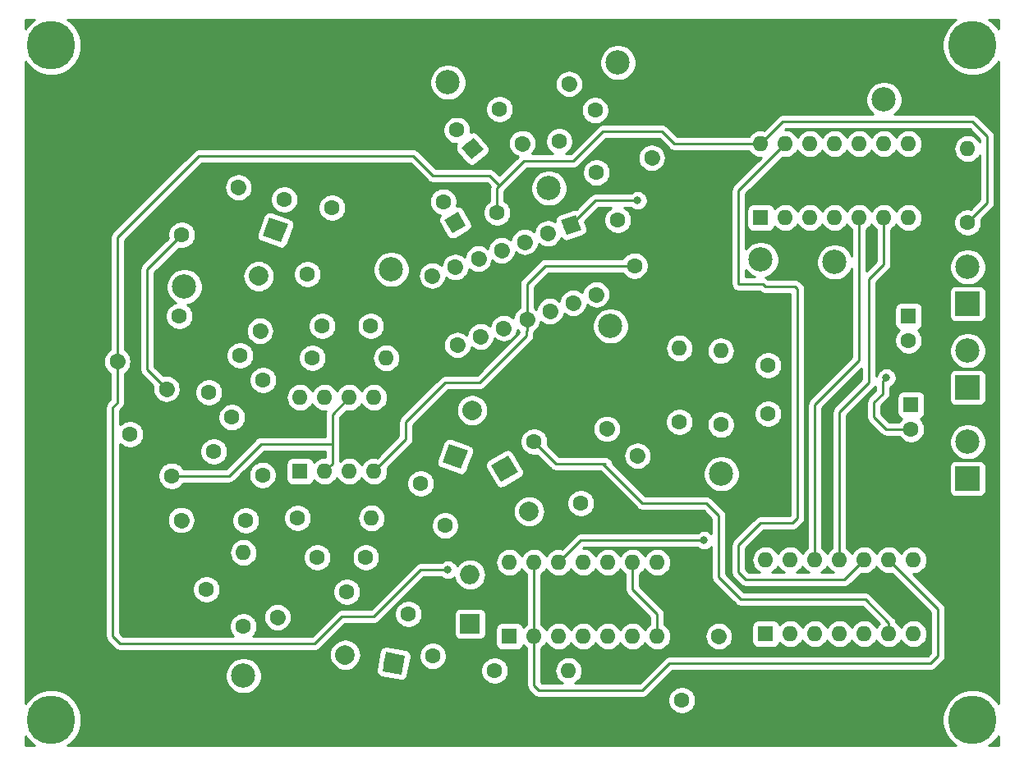
<source format=gbr>
G04 #@! TF.GenerationSoftware,KiCad,Pcbnew,(5.1.2-1)-1*
G04 #@! TF.CreationDate,2021-01-24T21:45:56-05:00*
G04 #@! TF.ProjectId,ADSR Envelope - MFOS,41445352-2045-46e7-9665-6c6f7065202d,rev?*
G04 #@! TF.SameCoordinates,Original*
G04 #@! TF.FileFunction,Copper,L1,Top*
G04 #@! TF.FilePolarity,Positive*
%FSLAX46Y46*%
G04 Gerber Fmt 4.6, Leading zero omitted, Abs format (unit mm)*
G04 Created by KiCad (PCBNEW (5.1.2-1)-1) date 2021-01-24 21:45:56*
%MOMM*%
%LPD*%
G04 APERTURE LIST*
%ADD10C,5.000000*%
%ADD11C,1.600000*%
%ADD12R,1.600000X1.600000*%
%ADD13C,0.100000*%
%ADD14C,2.000000*%
%ADD15C,2.000000*%
%ADD16O,2.000000X2.000000*%
%ADD17R,2.000000X2.000000*%
%ADD18C,2.499360*%
%ADD19R,2.499360X2.499360*%
%ADD20O,1.600000X1.600000*%
%ADD21C,1.600000*%
%ADD22C,0.800000*%
%ADD23C,0.250000*%
%ADD24C,0.254000*%
G04 APERTURE END LIST*
D10*
X15494000Y-85090000D03*
X110490000Y-85090000D03*
X110490000Y-15494000D03*
X15494000Y-15494000D03*
D11*
X35560000Y-64516000D03*
X37270101Y-59817537D03*
X73914000Y-33528000D03*
X75624101Y-38226463D03*
D12*
X104140000Y-52578000D03*
D11*
X104140000Y-55078000D03*
X27927873Y-59904000D03*
X32258000Y-57404000D03*
X48434000Y-44450000D03*
X43434000Y-44450000D03*
X42926000Y-68326000D03*
X47926000Y-68326000D03*
X55900000Y-31616936D03*
X57150000Y-33782000D03*
D13*
G36*
X58242820Y-34074820D02*
G01*
X56857180Y-34874820D01*
X56057180Y-33489180D01*
X57442820Y-32689180D01*
X58242820Y-34074820D01*
X58242820Y-34074820D01*
G37*
D11*
X54824000Y-78498127D03*
X52324000Y-74168000D03*
X37338000Y-50038000D03*
X34124062Y-53868222D03*
X31750000Y-51308000D03*
X34963938Y-47477778D03*
D12*
X103886000Y-43434000D03*
D11*
X103886000Y-45934000D03*
X56094000Y-65036127D03*
X53594000Y-60706000D03*
X89408000Y-48514000D03*
X89408000Y-53514000D03*
X71709694Y-28629783D03*
X67879472Y-25415845D03*
X44450000Y-32258000D03*
X39525961Y-31389759D03*
D14*
X38608000Y-34544000D03*
D13*
G36*
X38010328Y-33262287D02*
G01*
X39889713Y-33946328D01*
X39205672Y-35825713D01*
X37326287Y-35141672D01*
X38010328Y-33262287D01*
X38010328Y-33262287D01*
G37*
D14*
X36870538Y-39317639D03*
D15*
X36870538Y-39317639D02*
X36870538Y-39317639D01*
D14*
X45797177Y-78365867D03*
D15*
X45797177Y-78365867D02*
X45797177Y-78365867D01*
D14*
X50800000Y-79248000D03*
D13*
G36*
X51958456Y-78436840D02*
G01*
X51611160Y-80406456D01*
X49641544Y-80059160D01*
X49988840Y-78089544D01*
X51958456Y-78436840D01*
X51958456Y-78436840D01*
G37*
D14*
X62230000Y-59182000D03*
D13*
G36*
X60863975Y-58815975D02*
G01*
X62596025Y-57815975D01*
X63596025Y-59548025D01*
X61863975Y-60548025D01*
X60863975Y-58815975D01*
X60863975Y-58815975D01*
G37*
D14*
X64770000Y-63581409D03*
D15*
X64770000Y-63581409D02*
X64770000Y-63581409D01*
D14*
X57150000Y-57912000D03*
D13*
G36*
X57747672Y-59193713D02*
G01*
X55868287Y-58509672D01*
X56552328Y-56630287D01*
X58431713Y-57314328D01*
X57747672Y-59193713D01*
X57747672Y-59193713D01*
G37*
D14*
X58887462Y-53138361D03*
D15*
X58887462Y-53138361D02*
X58887462Y-53138361D01*
D16*
X58674000Y-70104000D03*
D17*
X58674000Y-75184000D03*
D18*
X29210000Y-40386000D03*
X35306000Y-80518000D03*
X96266000Y-37846000D03*
X101346000Y-21082000D03*
X73914000Y-17272000D03*
X88646000Y-37592000D03*
X56388000Y-19304000D03*
X66802000Y-30226000D03*
X50546000Y-38608000D03*
X73152000Y-44450000D03*
X84582000Y-59690000D03*
D19*
X109982000Y-42164000D03*
D18*
X109982000Y-38354000D03*
D19*
X109982000Y-60198000D03*
D18*
X109982000Y-56388000D03*
X109982000Y-46990000D03*
D19*
X109982000Y-50800000D03*
D11*
X109982000Y-33782000D03*
D20*
X109982000Y-26162000D03*
D11*
X28702000Y-43434000D03*
X27378801Y-50938235D03*
D21*
X27378801Y-50938235D02*
X27378801Y-50938235D01*
D20*
X35306000Y-67818000D03*
D11*
X35306000Y-75438000D03*
X22298801Y-48121765D03*
D21*
X22298801Y-48121765D02*
X22298801Y-48121765D01*
D11*
X23622000Y-55626000D03*
X38813542Y-74488193D03*
D21*
X38813542Y-74488193D02*
X38813542Y-74488193D01*
D11*
X45974000Y-71882000D03*
X37011958Y-44953259D03*
D21*
X37011958Y-44953259D02*
X37011958Y-44953259D01*
D11*
X41910000Y-39116000D03*
X42418000Y-47752000D03*
D20*
X50038000Y-47752000D03*
D11*
X40894000Y-64262000D03*
D20*
X48514000Y-64262000D03*
D11*
X28889807Y-64467542D03*
D21*
X28889807Y-64467542D02*
X28889807Y-64467542D01*
D11*
X31496000Y-71628000D03*
X61722000Y-22098000D03*
X68882458Y-19491807D03*
D21*
X68882458Y-19491807D02*
X68882458Y-19491807D01*
D11*
X34793259Y-30153958D03*
D21*
X34793259Y-30153958D02*
X34793259Y-30153958D01*
D11*
X28956000Y-35052000D03*
X61214000Y-80010000D03*
D20*
X68834000Y-80010000D03*
D11*
X84328000Y-76458886D03*
D21*
X84328000Y-76458886D02*
X84328000Y-76458886D01*
D11*
X80518000Y-83058000D03*
X75941259Y-57839958D03*
D21*
X75941259Y-57839958D02*
X75941259Y-57839958D01*
D11*
X70104000Y-62738000D03*
X72782235Y-55064801D03*
D21*
X72782235Y-55064801D02*
X72782235Y-55064801D01*
D11*
X65278000Y-56388000D03*
X80263999Y-54356000D03*
D20*
X80263999Y-46736000D03*
X84525001Y-47017000D03*
D11*
X84525001Y-54637000D03*
X61468000Y-32766000D03*
X64074193Y-25605542D03*
D21*
X64074193Y-25605542D02*
X64074193Y-25605542D01*
D11*
X71565287Y-22208718D03*
X77402546Y-27106760D03*
D21*
X77402546Y-27106760D02*
X77402546Y-27106760D01*
D12*
X88646000Y-33274000D03*
D20*
X103886000Y-25654000D03*
X91186000Y-33274000D03*
X101346000Y-25654000D03*
X93726000Y-33274000D03*
X98806000Y-25654000D03*
X96266000Y-33274000D03*
X96266000Y-25654000D03*
X98806000Y-33274000D03*
X93726000Y-25654000D03*
X101346000Y-33274000D03*
X91186000Y-25654000D03*
X103886000Y-33274000D03*
X88646000Y-25654000D03*
D12*
X41148000Y-59436000D03*
D20*
X48768000Y-51816000D03*
X43688000Y-59436000D03*
X46228000Y-51816000D03*
X46228000Y-59436000D03*
X43688000Y-51816000D03*
X48768000Y-59436000D03*
X41148000Y-51816000D03*
D12*
X62738000Y-76454000D03*
D20*
X77978000Y-68834000D03*
X65278000Y-76454000D03*
X75438000Y-68834000D03*
X67818000Y-76454000D03*
X72898000Y-68834000D03*
X70358000Y-76454000D03*
X70358000Y-68834000D03*
X72898000Y-76454000D03*
X67818000Y-68834000D03*
X75438000Y-76454000D03*
X65278000Y-68834000D03*
X77978000Y-76454000D03*
X62738000Y-68834000D03*
D11*
X71694193Y-41196458D03*
D21*
X71694193Y-41196458D02*
X71694193Y-41196458D01*
D11*
X54767084Y-39248387D03*
D21*
X54767084Y-39248387D02*
X54767084Y-39248387D01*
D11*
X69307374Y-42065189D03*
D21*
X69307374Y-42065189D02*
X69307374Y-42065189D01*
D11*
X57153904Y-38379656D03*
D21*
X57153904Y-38379656D02*
X57153904Y-38379656D01*
D11*
X66920555Y-42933920D03*
D21*
X66920555Y-42933920D02*
X66920555Y-42933920D01*
D11*
X59540723Y-37510925D03*
D21*
X59540723Y-37510925D02*
X59540723Y-37510925D01*
D11*
X64533736Y-43802651D03*
D21*
X64533736Y-43802651D02*
X64533736Y-43802651D01*
D11*
X61927542Y-36642193D03*
D21*
X61927542Y-36642193D02*
X61927542Y-36642193D01*
D11*
X62146916Y-44671382D03*
D21*
X62146916Y-44671382D02*
X62146916Y-44671382D01*
D11*
X64314361Y-35773462D03*
D21*
X64314361Y-35773462D02*
X64314361Y-35773462D01*
D11*
X59760097Y-45540114D03*
D21*
X59760097Y-45540114D02*
X59760097Y-45540114D01*
D11*
X66701181Y-34904731D03*
D21*
X66701181Y-34904731D02*
X66701181Y-34904731D01*
D11*
X57373278Y-46408845D03*
D21*
X57373278Y-46408845D02*
X57373278Y-46408845D01*
D11*
X69088000Y-34036000D03*
D13*
G36*
X68062630Y-33557862D02*
G01*
X69566138Y-33010630D01*
X70113370Y-34514138D01*
X68609862Y-35061370D01*
X68062630Y-33557862D01*
X68062630Y-33557862D01*
G37*
D20*
X89154000Y-68580000D03*
X104394000Y-76200000D03*
X91694000Y-68580000D03*
X101854000Y-76200000D03*
X94234000Y-68580000D03*
X99314000Y-76200000D03*
X96774000Y-68580000D03*
X96774000Y-76200000D03*
X99314000Y-68580000D03*
X94234000Y-76200000D03*
X101854000Y-68580000D03*
X91694000Y-76200000D03*
X104394000Y-68580000D03*
D12*
X89154000Y-76200000D03*
D11*
X58928000Y-26162000D03*
D13*
G36*
X60055066Y-26260605D02*
G01*
X58829395Y-27289066D01*
X57800934Y-26063395D01*
X59026605Y-25034934D01*
X60055066Y-26260605D01*
X60055066Y-26260605D01*
G37*
D11*
X57321031Y-24246889D03*
D22*
X101600000Y-49784000D03*
X56388000Y-69596000D03*
X75946000Y-31496000D03*
X82804000Y-66548000D03*
D23*
X75438000Y-68834000D02*
X75438000Y-71628000D01*
X77978000Y-74168000D02*
X77978000Y-76454000D01*
X75438000Y-71628000D02*
X77978000Y-74168000D01*
X25400000Y-48959434D02*
X27378801Y-50938235D01*
X25400000Y-38608000D02*
X25400000Y-48959434D01*
X28956000Y-35052000D02*
X25400000Y-38608000D01*
X64533736Y-40114264D02*
X64533736Y-43802651D01*
X66421537Y-38226463D02*
X64533736Y-40114264D01*
X75624101Y-38226463D02*
X66421537Y-38226463D01*
X64533736Y-44934021D02*
X64516000Y-44951757D01*
X64533736Y-43802651D02*
X64533736Y-44934021D01*
X64516000Y-44951757D02*
X64516000Y-45466000D01*
X64516000Y-45466000D02*
X59690000Y-50292000D01*
X59690000Y-50292000D02*
X56134000Y-50292000D01*
X56134000Y-50292000D02*
X52070000Y-54356000D01*
X52070000Y-56134000D02*
X48768000Y-59436000D01*
X52070000Y-54356000D02*
X52070000Y-56134000D01*
X101200001Y-50183999D02*
X101200001Y-51453999D01*
X101600000Y-49784000D02*
X101200001Y-50183999D01*
X101200001Y-51453999D02*
X100330000Y-52324000D01*
X100330000Y-53848000D02*
X101560000Y-55078000D01*
X101560000Y-55078000D02*
X104140000Y-55078000D01*
X100330000Y-52324000D02*
X100330000Y-53848000D01*
X44487999Y-53556001D02*
X46228000Y-51816000D01*
X43688000Y-59436000D02*
X44487999Y-58636001D01*
X44487999Y-56604001D02*
X44487999Y-53556001D01*
X44487999Y-58636001D02*
X44487999Y-56604001D01*
X33822000Y-59904000D02*
X27927873Y-59904000D01*
X37121999Y-56604001D02*
X33822000Y-59904000D01*
X44487999Y-56604001D02*
X37121999Y-56604001D01*
X110490000Y-23368000D02*
X90932000Y-23368000D01*
X112014000Y-24892000D02*
X110490000Y-23368000D01*
X112014000Y-31750000D02*
X112014000Y-24892000D01*
X90932000Y-23368000D02*
X88646000Y-25654000D01*
X109982000Y-33782000D02*
X112014000Y-31750000D01*
X88646000Y-25654000D02*
X79756000Y-25654000D01*
X79756000Y-25654000D02*
X78486000Y-24384000D01*
X78486000Y-24384000D02*
X72390000Y-24384000D01*
X72390000Y-24384000D02*
X69342000Y-27432000D01*
X69342000Y-27432000D02*
X64262000Y-27432000D01*
X61468000Y-30226000D02*
X61468000Y-32766000D01*
X22298801Y-48121765D02*
X22298801Y-52377199D01*
X22298801Y-52377199D02*
X21844000Y-52832000D01*
X21844000Y-52832000D02*
X21844000Y-63641002D01*
X21844000Y-63641002D02*
X21844000Y-76454000D01*
X21844000Y-76454000D02*
X22606000Y-77216000D01*
X22606000Y-77216000D02*
X42672000Y-77216000D01*
X42672000Y-77216000D02*
X45466000Y-74422000D01*
X45466000Y-74422000D02*
X48768000Y-74422000D01*
X48768000Y-74422000D02*
X53594000Y-69596000D01*
X53594000Y-69596000D02*
X56388000Y-69596000D01*
X56388000Y-69596000D02*
X56388000Y-69596000D01*
X22298801Y-46990395D02*
X22352000Y-46937196D01*
X22298801Y-48121765D02*
X22298801Y-46990395D01*
X22352000Y-46937196D02*
X22352000Y-35306000D01*
X22352000Y-35306000D02*
X30734000Y-26924000D01*
X30734000Y-26924000D02*
X52832000Y-26924000D01*
X52832000Y-26924000D02*
X54864000Y-28956000D01*
X60706000Y-28956000D02*
X61722000Y-29972000D01*
X54864000Y-28956000D02*
X60706000Y-28956000D01*
X61722000Y-29972000D02*
X61468000Y-30226000D01*
X64262000Y-27432000D02*
X61722000Y-29972000D01*
X67564000Y-58674000D02*
X65278000Y-56388000D01*
X101854000Y-76200000D02*
X101854000Y-75068630D01*
X101854000Y-75068630D02*
X99429370Y-72644000D01*
X99429370Y-72644000D02*
X86614000Y-72644000D01*
X86614000Y-72644000D02*
X84328000Y-70358000D01*
X76454000Y-62738000D02*
X72390000Y-58674000D01*
X72390000Y-58674000D02*
X67564000Y-58674000D01*
X72644000Y-58674000D02*
X72390000Y-58674000D01*
X84328000Y-70358000D02*
X84328000Y-64008000D01*
X83058000Y-62738000D02*
X84328000Y-64008000D01*
X83058000Y-62738000D02*
X76454000Y-62738000D01*
X65278000Y-68834000D02*
X65278000Y-76454000D01*
X65278000Y-76454000D02*
X65278000Y-81534000D01*
X65278000Y-81534000D02*
X65786000Y-82042000D01*
X65786000Y-82042000D02*
X76454000Y-82042000D01*
X76454000Y-82042000D02*
X79248000Y-79248000D01*
X79248000Y-79248000D02*
X106172000Y-79248000D01*
X106172000Y-79248000D02*
X106934000Y-78486000D01*
X106934000Y-73660000D02*
X101854000Y-68580000D01*
X106934000Y-78486000D02*
X106934000Y-73660000D01*
X69088000Y-34036000D02*
X71120000Y-32004000D01*
X71120000Y-32004000D02*
X71628000Y-31496000D01*
X71628000Y-31496000D02*
X75946000Y-31496000D01*
X75946000Y-31496000D02*
X75946000Y-31496000D01*
X98806000Y-33274000D02*
X98806000Y-48006000D01*
X94234000Y-52578000D02*
X94234000Y-68580000D01*
X98806000Y-48006000D02*
X94234000Y-52578000D01*
X96774000Y-68580000D02*
X96774000Y-53340000D01*
X96774000Y-53340000D02*
X99822000Y-50292000D01*
X99822000Y-50292000D02*
X99822000Y-39624000D01*
X101346000Y-38100000D02*
X101346000Y-33274000D01*
X99822000Y-39624000D02*
X101346000Y-38100000D01*
X86360000Y-30480000D02*
X91186000Y-25654000D01*
X86360000Y-40132000D02*
X86360000Y-30480000D01*
X88855471Y-40132000D02*
X86360000Y-40132000D01*
X92456000Y-40640000D02*
X92202000Y-40386000D01*
X92202000Y-40386000D02*
X89109471Y-40386000D01*
X92456000Y-64262000D02*
X92456000Y-40640000D01*
X89109471Y-40386000D02*
X88855471Y-40132000D01*
X91948000Y-64770000D02*
X92456000Y-64262000D01*
X86360000Y-67056000D02*
X88646000Y-64770000D01*
X88646000Y-64770000D02*
X91948000Y-64770000D01*
X97282000Y-70612000D02*
X87122000Y-70612000D01*
X86360000Y-69850000D02*
X86360000Y-67056000D01*
X87122000Y-70612000D02*
X86360000Y-69850000D01*
X99314000Y-68580000D02*
X97282000Y-70612000D01*
X67818000Y-68834000D02*
X70104000Y-66548000D01*
X70104000Y-66548000D02*
X82804000Y-66548000D01*
X82804000Y-66548000D02*
X82804000Y-66548000D01*
D24*
G36*
X113132000Y-87732000D02*
G01*
X112178819Y-87732000D01*
X112488446Y-87525114D01*
X112925114Y-87088446D01*
X113132000Y-86778819D01*
X113132000Y-87732000D01*
X113132000Y-87732000D01*
G37*
X113132000Y-87732000D02*
X112178819Y-87732000D01*
X112488446Y-87525114D01*
X112925114Y-87088446D01*
X113132000Y-86778819D01*
X113132000Y-87732000D01*
G36*
X13058886Y-87088446D02*
G01*
X13495554Y-87525114D01*
X13805181Y-87732000D01*
X12852000Y-87732000D01*
X12852000Y-86778819D01*
X13058886Y-87088446D01*
X13058886Y-87088446D01*
G37*
X13058886Y-87088446D02*
X13495554Y-87525114D01*
X13805181Y-87732000D01*
X12852000Y-87732000D01*
X12852000Y-86778819D01*
X13058886Y-87088446D01*
G36*
X108491554Y-13058886D02*
G01*
X108054886Y-13495554D01*
X107711799Y-14009021D01*
X107475476Y-14579554D01*
X107355000Y-15185229D01*
X107355000Y-15802771D01*
X107475476Y-16408446D01*
X107711799Y-16978979D01*
X108054886Y-17492446D01*
X108491554Y-17929114D01*
X109005021Y-18272201D01*
X109575554Y-18508524D01*
X110181229Y-18629000D01*
X110798771Y-18629000D01*
X111404446Y-18508524D01*
X111974979Y-18272201D01*
X112488446Y-17929114D01*
X112925114Y-17492446D01*
X113132001Y-17182817D01*
X113132000Y-83401181D01*
X112925114Y-83091554D01*
X112488446Y-82654886D01*
X111974979Y-82311799D01*
X111404446Y-82075476D01*
X110798771Y-81955000D01*
X110181229Y-81955000D01*
X109575554Y-82075476D01*
X109005021Y-82311799D01*
X108491554Y-82654886D01*
X108054886Y-83091554D01*
X107711799Y-83605021D01*
X107475476Y-84175554D01*
X107355000Y-84781229D01*
X107355000Y-85398771D01*
X107475476Y-86004446D01*
X107711799Y-86574979D01*
X108054886Y-87088446D01*
X108491554Y-87525114D01*
X108801181Y-87732000D01*
X17182819Y-87732000D01*
X17492446Y-87525114D01*
X17929114Y-87088446D01*
X18272201Y-86574979D01*
X18508524Y-86004446D01*
X18629000Y-85398771D01*
X18629000Y-84781229D01*
X18508524Y-84175554D01*
X18272201Y-83605021D01*
X17929114Y-83091554D01*
X17754225Y-82916665D01*
X79083000Y-82916665D01*
X79083000Y-83199335D01*
X79138147Y-83476574D01*
X79246320Y-83737727D01*
X79403363Y-83972759D01*
X79603241Y-84172637D01*
X79838273Y-84329680D01*
X80099426Y-84437853D01*
X80376665Y-84493000D01*
X80659335Y-84493000D01*
X80936574Y-84437853D01*
X81197727Y-84329680D01*
X81432759Y-84172637D01*
X81632637Y-83972759D01*
X81789680Y-83737727D01*
X81897853Y-83476574D01*
X81953000Y-83199335D01*
X81953000Y-82916665D01*
X81897853Y-82639426D01*
X81789680Y-82378273D01*
X81632637Y-82143241D01*
X81432759Y-81943363D01*
X81197727Y-81786320D01*
X80936574Y-81678147D01*
X80659335Y-81623000D01*
X80376665Y-81623000D01*
X80099426Y-81678147D01*
X79838273Y-81786320D01*
X79603241Y-81943363D01*
X79403363Y-82143241D01*
X79246320Y-82378273D01*
X79138147Y-82639426D01*
X79083000Y-82916665D01*
X17754225Y-82916665D01*
X17492446Y-82654886D01*
X16978979Y-82311799D01*
X16408446Y-82075476D01*
X15802771Y-81955000D01*
X15185229Y-81955000D01*
X14579554Y-82075476D01*
X14009021Y-82311799D01*
X13495554Y-82654886D01*
X13058886Y-83091554D01*
X12852000Y-83401181D01*
X12852000Y-80332375D01*
X33421320Y-80332375D01*
X33421320Y-80703625D01*
X33493747Y-81067741D01*
X33635818Y-81410731D01*
X33842074Y-81719413D01*
X34104587Y-81981926D01*
X34413269Y-82188182D01*
X34756259Y-82330253D01*
X35120375Y-82402680D01*
X35491625Y-82402680D01*
X35855741Y-82330253D01*
X36198731Y-82188182D01*
X36507413Y-81981926D01*
X36769926Y-81719413D01*
X36976182Y-81410731D01*
X37118253Y-81067741D01*
X37190680Y-80703625D01*
X37190680Y-80332375D01*
X37139104Y-80073080D01*
X49003624Y-80073080D01*
X49018597Y-80197264D01*
X49057509Y-80316142D01*
X49118866Y-80425143D01*
X49200309Y-80520080D01*
X49298708Y-80597305D01*
X49410283Y-80653848D01*
X49530744Y-80687538D01*
X51500360Y-81034834D01*
X51625080Y-81044376D01*
X51749264Y-81029403D01*
X51868142Y-80990491D01*
X51977143Y-80929134D01*
X52072080Y-80847691D01*
X52149305Y-80749292D01*
X52205848Y-80637717D01*
X52239538Y-80517256D01*
X52586834Y-78547640D01*
X52596376Y-78422920D01*
X52588403Y-78356792D01*
X53389000Y-78356792D01*
X53389000Y-78639462D01*
X53444147Y-78916701D01*
X53552320Y-79177854D01*
X53709363Y-79412886D01*
X53909241Y-79612764D01*
X54144273Y-79769807D01*
X54405426Y-79877980D01*
X54682665Y-79933127D01*
X54965335Y-79933127D01*
X55242574Y-79877980D01*
X55265062Y-79868665D01*
X59779000Y-79868665D01*
X59779000Y-80151335D01*
X59834147Y-80428574D01*
X59942320Y-80689727D01*
X60099363Y-80924759D01*
X60299241Y-81124637D01*
X60534273Y-81281680D01*
X60795426Y-81389853D01*
X61072665Y-81445000D01*
X61355335Y-81445000D01*
X61632574Y-81389853D01*
X61893727Y-81281680D01*
X62128759Y-81124637D01*
X62328637Y-80924759D01*
X62485680Y-80689727D01*
X62593853Y-80428574D01*
X62649000Y-80151335D01*
X62649000Y-79868665D01*
X62593853Y-79591426D01*
X62485680Y-79330273D01*
X62328637Y-79095241D01*
X62128759Y-78895363D01*
X61893727Y-78738320D01*
X61632574Y-78630147D01*
X61355335Y-78575000D01*
X61072665Y-78575000D01*
X60795426Y-78630147D01*
X60534273Y-78738320D01*
X60299241Y-78895363D01*
X60099363Y-79095241D01*
X59942320Y-79330273D01*
X59834147Y-79591426D01*
X59779000Y-79868665D01*
X55265062Y-79868665D01*
X55503727Y-79769807D01*
X55738759Y-79612764D01*
X55938637Y-79412886D01*
X56095680Y-79177854D01*
X56203853Y-78916701D01*
X56259000Y-78639462D01*
X56259000Y-78356792D01*
X56203853Y-78079553D01*
X56095680Y-77818400D01*
X55938637Y-77583368D01*
X55738759Y-77383490D01*
X55503727Y-77226447D01*
X55242574Y-77118274D01*
X54965335Y-77063127D01*
X54682665Y-77063127D01*
X54405426Y-77118274D01*
X54144273Y-77226447D01*
X53909241Y-77383490D01*
X53709363Y-77583368D01*
X53552320Y-77818400D01*
X53444147Y-78079553D01*
X53389000Y-78356792D01*
X52588403Y-78356792D01*
X52581403Y-78298736D01*
X52542491Y-78179858D01*
X52481134Y-78070857D01*
X52399691Y-77975920D01*
X52301292Y-77898695D01*
X52189717Y-77842152D01*
X52069256Y-77808462D01*
X50099640Y-77461166D01*
X49974920Y-77451624D01*
X49850736Y-77466597D01*
X49731858Y-77505509D01*
X49622857Y-77566866D01*
X49527920Y-77648309D01*
X49450695Y-77746708D01*
X49394152Y-77858283D01*
X49360462Y-77978744D01*
X49013166Y-79948360D01*
X49003624Y-80073080D01*
X37139104Y-80073080D01*
X37118253Y-79968259D01*
X36976182Y-79625269D01*
X36769926Y-79316587D01*
X36507413Y-79054074D01*
X36198731Y-78847818D01*
X35855741Y-78705747D01*
X35491625Y-78633320D01*
X35120375Y-78633320D01*
X34756259Y-78705747D01*
X34413269Y-78847818D01*
X34104587Y-79054074D01*
X33842074Y-79316587D01*
X33635818Y-79625269D01*
X33493747Y-79968259D01*
X33421320Y-80332375D01*
X12852000Y-80332375D01*
X12852000Y-78365867D01*
X44154266Y-78365867D01*
X44185834Y-78686383D01*
X44279325Y-78994582D01*
X44431146Y-79278619D01*
X44635463Y-79527581D01*
X44884425Y-79731898D01*
X45168462Y-79883719D01*
X45476661Y-79977210D01*
X45716855Y-80000867D01*
X45877499Y-80000867D01*
X46117693Y-79977210D01*
X46425892Y-79883719D01*
X46709929Y-79731898D01*
X46958891Y-79527581D01*
X47163208Y-79278619D01*
X47315029Y-78994582D01*
X47408520Y-78686383D01*
X47440088Y-78365867D01*
X47408520Y-78045351D01*
X47315029Y-77737152D01*
X47163208Y-77453115D01*
X46958891Y-77204153D01*
X46709929Y-76999836D01*
X46425892Y-76848015D01*
X46117693Y-76754524D01*
X45877499Y-76730867D01*
X45716855Y-76730867D01*
X45476661Y-76754524D01*
X45168462Y-76848015D01*
X44884425Y-76999836D01*
X44635463Y-77204153D01*
X44431146Y-77453115D01*
X44279325Y-77737152D01*
X44185834Y-78045351D01*
X44154266Y-78365867D01*
X12852000Y-78365867D01*
X12852000Y-48121765D01*
X20856858Y-48121765D01*
X20884565Y-48403074D01*
X20966619Y-48673573D01*
X21099869Y-48922866D01*
X21279193Y-49141373D01*
X21497700Y-49320697D01*
X21538801Y-49342666D01*
X21538802Y-52062397D01*
X21333003Y-52268196D01*
X21303999Y-52291999D01*
X21254371Y-52352471D01*
X21209026Y-52407724D01*
X21197646Y-52429015D01*
X21138454Y-52539754D01*
X21094997Y-52683015D01*
X21084000Y-52794668D01*
X21084000Y-52794678D01*
X21080324Y-52832000D01*
X21084000Y-52869322D01*
X21084001Y-63603660D01*
X21084000Y-63603670D01*
X21084001Y-76416667D01*
X21080324Y-76454000D01*
X21094998Y-76602985D01*
X21138454Y-76746246D01*
X21209026Y-76878276D01*
X21267071Y-76949003D01*
X21304000Y-76994001D01*
X21332998Y-77017799D01*
X22042201Y-77727002D01*
X22065999Y-77756001D01*
X22181724Y-77850974D01*
X22313753Y-77921546D01*
X22457014Y-77965003D01*
X22568667Y-77976000D01*
X22568675Y-77976000D01*
X22606000Y-77979676D01*
X22643325Y-77976000D01*
X42634678Y-77976000D01*
X42672000Y-77979676D01*
X42709322Y-77976000D01*
X42709333Y-77976000D01*
X42820986Y-77965003D01*
X42964247Y-77921546D01*
X43096276Y-77850974D01*
X43212001Y-77756001D01*
X43235804Y-77726997D01*
X45780802Y-75182000D01*
X48730678Y-75182000D01*
X48768000Y-75185676D01*
X48805322Y-75182000D01*
X48805333Y-75182000D01*
X48916986Y-75171003D01*
X49060247Y-75127546D01*
X49192276Y-75056974D01*
X49308001Y-74962001D01*
X49331804Y-74932997D01*
X50238136Y-74026665D01*
X50889000Y-74026665D01*
X50889000Y-74309335D01*
X50944147Y-74586574D01*
X51052320Y-74847727D01*
X51209363Y-75082759D01*
X51409241Y-75282637D01*
X51644273Y-75439680D01*
X51905426Y-75547853D01*
X52182665Y-75603000D01*
X52465335Y-75603000D01*
X52742574Y-75547853D01*
X53003727Y-75439680D01*
X53238759Y-75282637D01*
X53438637Y-75082759D01*
X53595680Y-74847727D01*
X53703853Y-74586574D01*
X53759000Y-74309335D01*
X53759000Y-74184000D01*
X57035928Y-74184000D01*
X57035928Y-76184000D01*
X57048188Y-76308482D01*
X57084498Y-76428180D01*
X57143463Y-76538494D01*
X57222815Y-76635185D01*
X57319506Y-76714537D01*
X57429820Y-76773502D01*
X57549518Y-76809812D01*
X57674000Y-76822072D01*
X59674000Y-76822072D01*
X59798482Y-76809812D01*
X59918180Y-76773502D01*
X60028494Y-76714537D01*
X60125185Y-76635185D01*
X60204537Y-76538494D01*
X60263502Y-76428180D01*
X60299812Y-76308482D01*
X60312072Y-76184000D01*
X60312072Y-74184000D01*
X60299812Y-74059518D01*
X60263502Y-73939820D01*
X60204537Y-73829506D01*
X60125185Y-73732815D01*
X60028494Y-73653463D01*
X59918180Y-73594498D01*
X59798482Y-73558188D01*
X59674000Y-73545928D01*
X57674000Y-73545928D01*
X57549518Y-73558188D01*
X57429820Y-73594498D01*
X57319506Y-73653463D01*
X57222815Y-73732815D01*
X57143463Y-73829506D01*
X57084498Y-73939820D01*
X57048188Y-74059518D01*
X57035928Y-74184000D01*
X53759000Y-74184000D01*
X53759000Y-74026665D01*
X53703853Y-73749426D01*
X53595680Y-73488273D01*
X53438637Y-73253241D01*
X53238759Y-73053363D01*
X53003727Y-72896320D01*
X52742574Y-72788147D01*
X52465335Y-72733000D01*
X52182665Y-72733000D01*
X51905426Y-72788147D01*
X51644273Y-72896320D01*
X51409241Y-73053363D01*
X51209363Y-73253241D01*
X51052320Y-73488273D01*
X50944147Y-73749426D01*
X50889000Y-74026665D01*
X50238136Y-74026665D01*
X53908802Y-70356000D01*
X55684289Y-70356000D01*
X55728226Y-70399937D01*
X55897744Y-70513205D01*
X56086102Y-70591226D01*
X56286061Y-70631000D01*
X56489939Y-70631000D01*
X56689898Y-70591226D01*
X56878256Y-70513205D01*
X57047774Y-70399937D01*
X57059119Y-70388592D01*
X57062657Y-70424516D01*
X57156148Y-70732715D01*
X57307969Y-71016752D01*
X57512286Y-71265714D01*
X57761248Y-71470031D01*
X58045285Y-71621852D01*
X58353484Y-71715343D01*
X58593678Y-71739000D01*
X58754322Y-71739000D01*
X58994516Y-71715343D01*
X59302715Y-71621852D01*
X59586752Y-71470031D01*
X59835714Y-71265714D01*
X60040031Y-71016752D01*
X60191852Y-70732715D01*
X60285343Y-70424516D01*
X60316911Y-70104000D01*
X60285343Y-69783484D01*
X60191852Y-69475285D01*
X60040031Y-69191248D01*
X59835714Y-68942286D01*
X59586752Y-68737969D01*
X59302715Y-68586148D01*
X58994516Y-68492657D01*
X58754322Y-68469000D01*
X58593678Y-68469000D01*
X58353484Y-68492657D01*
X58045285Y-68586148D01*
X57761248Y-68737969D01*
X57512286Y-68942286D01*
X57329669Y-69164806D01*
X57305205Y-69105744D01*
X57191937Y-68936226D01*
X57047774Y-68792063D01*
X56878256Y-68678795D01*
X56689898Y-68600774D01*
X56489939Y-68561000D01*
X56286061Y-68561000D01*
X56086102Y-68600774D01*
X55897744Y-68678795D01*
X55728226Y-68792063D01*
X55684289Y-68836000D01*
X53631325Y-68836000D01*
X53594000Y-68832324D01*
X53556675Y-68836000D01*
X53556667Y-68836000D01*
X53445014Y-68846997D01*
X53301753Y-68890454D01*
X53169724Y-68961026D01*
X53053999Y-69055999D01*
X53030201Y-69084997D01*
X48453199Y-73662000D01*
X45503325Y-73662000D01*
X45466000Y-73658324D01*
X45428675Y-73662000D01*
X45428667Y-73662000D01*
X45317014Y-73672997D01*
X45173753Y-73716454D01*
X45041724Y-73787026D01*
X44925999Y-73881999D01*
X44902201Y-73910997D01*
X42357199Y-76456000D01*
X36317396Y-76456000D01*
X36420637Y-76352759D01*
X36577680Y-76117727D01*
X36685853Y-75856574D01*
X36741000Y-75579335D01*
X36741000Y-75296665D01*
X36685853Y-75019426D01*
X36577680Y-74758273D01*
X36420637Y-74523241D01*
X36385589Y-74488193D01*
X37371599Y-74488193D01*
X37399306Y-74769502D01*
X37481360Y-75040001D01*
X37614610Y-75289294D01*
X37793934Y-75507801D01*
X38012441Y-75687125D01*
X38261734Y-75820375D01*
X38532233Y-75902429D01*
X38743050Y-75923193D01*
X38884034Y-75923193D01*
X39094851Y-75902429D01*
X39365350Y-75820375D01*
X39614643Y-75687125D01*
X39833150Y-75507801D01*
X40012474Y-75289294D01*
X40145724Y-75040001D01*
X40227778Y-74769502D01*
X40255485Y-74488193D01*
X40227778Y-74206884D01*
X40145724Y-73936385D01*
X40012474Y-73687092D01*
X39833150Y-73468585D01*
X39614643Y-73289261D01*
X39365350Y-73156011D01*
X39094851Y-73073957D01*
X38884034Y-73053193D01*
X38743050Y-73053193D01*
X38532233Y-73073957D01*
X38261734Y-73156011D01*
X38012441Y-73289261D01*
X37793934Y-73468585D01*
X37614610Y-73687092D01*
X37481360Y-73936385D01*
X37399306Y-74206884D01*
X37371599Y-74488193D01*
X36385589Y-74488193D01*
X36220759Y-74323363D01*
X35985727Y-74166320D01*
X35724574Y-74058147D01*
X35447335Y-74003000D01*
X35164665Y-74003000D01*
X34887426Y-74058147D01*
X34626273Y-74166320D01*
X34391241Y-74323363D01*
X34191363Y-74523241D01*
X34034320Y-74758273D01*
X33926147Y-75019426D01*
X33871000Y-75296665D01*
X33871000Y-75579335D01*
X33926147Y-75856574D01*
X34034320Y-76117727D01*
X34191363Y-76352759D01*
X34294604Y-76456000D01*
X22920802Y-76456000D01*
X22604000Y-76139199D01*
X22604000Y-71486665D01*
X30061000Y-71486665D01*
X30061000Y-71769335D01*
X30116147Y-72046574D01*
X30224320Y-72307727D01*
X30381363Y-72542759D01*
X30581241Y-72742637D01*
X30816273Y-72899680D01*
X31077426Y-73007853D01*
X31354665Y-73063000D01*
X31637335Y-73063000D01*
X31914574Y-73007853D01*
X32175727Y-72899680D01*
X32410759Y-72742637D01*
X32610637Y-72542759D01*
X32767680Y-72307727D01*
X32875853Y-72046574D01*
X32931000Y-71769335D01*
X32931000Y-71740665D01*
X44539000Y-71740665D01*
X44539000Y-72023335D01*
X44594147Y-72300574D01*
X44702320Y-72561727D01*
X44859363Y-72796759D01*
X45059241Y-72996637D01*
X45294273Y-73153680D01*
X45555426Y-73261853D01*
X45832665Y-73317000D01*
X46115335Y-73317000D01*
X46392574Y-73261853D01*
X46653727Y-73153680D01*
X46888759Y-72996637D01*
X47088637Y-72796759D01*
X47245680Y-72561727D01*
X47353853Y-72300574D01*
X47409000Y-72023335D01*
X47409000Y-71740665D01*
X47353853Y-71463426D01*
X47245680Y-71202273D01*
X47088637Y-70967241D01*
X46888759Y-70767363D01*
X46653727Y-70610320D01*
X46392574Y-70502147D01*
X46115335Y-70447000D01*
X45832665Y-70447000D01*
X45555426Y-70502147D01*
X45294273Y-70610320D01*
X45059241Y-70767363D01*
X44859363Y-70967241D01*
X44702320Y-71202273D01*
X44594147Y-71463426D01*
X44539000Y-71740665D01*
X32931000Y-71740665D01*
X32931000Y-71486665D01*
X32875853Y-71209426D01*
X32767680Y-70948273D01*
X32610637Y-70713241D01*
X32410759Y-70513363D01*
X32175727Y-70356320D01*
X31914574Y-70248147D01*
X31637335Y-70193000D01*
X31354665Y-70193000D01*
X31077426Y-70248147D01*
X30816273Y-70356320D01*
X30581241Y-70513363D01*
X30381363Y-70713241D01*
X30224320Y-70948273D01*
X30116147Y-71209426D01*
X30061000Y-71486665D01*
X22604000Y-71486665D01*
X22604000Y-67818000D01*
X33864057Y-67818000D01*
X33891764Y-68099309D01*
X33973818Y-68369808D01*
X34107068Y-68619101D01*
X34286392Y-68837608D01*
X34504899Y-69016932D01*
X34754192Y-69150182D01*
X35024691Y-69232236D01*
X35235508Y-69253000D01*
X35376492Y-69253000D01*
X35587309Y-69232236D01*
X35857808Y-69150182D01*
X36107101Y-69016932D01*
X36325608Y-68837608D01*
X36504932Y-68619101D01*
X36638182Y-68369808D01*
X36694343Y-68184665D01*
X41491000Y-68184665D01*
X41491000Y-68467335D01*
X41546147Y-68744574D01*
X41654320Y-69005727D01*
X41811363Y-69240759D01*
X42011241Y-69440637D01*
X42246273Y-69597680D01*
X42507426Y-69705853D01*
X42784665Y-69761000D01*
X43067335Y-69761000D01*
X43344574Y-69705853D01*
X43605727Y-69597680D01*
X43840759Y-69440637D01*
X44040637Y-69240759D01*
X44197680Y-69005727D01*
X44305853Y-68744574D01*
X44361000Y-68467335D01*
X44361000Y-68184665D01*
X46491000Y-68184665D01*
X46491000Y-68467335D01*
X46546147Y-68744574D01*
X46654320Y-69005727D01*
X46811363Y-69240759D01*
X47011241Y-69440637D01*
X47246273Y-69597680D01*
X47507426Y-69705853D01*
X47784665Y-69761000D01*
X48067335Y-69761000D01*
X48344574Y-69705853D01*
X48605727Y-69597680D01*
X48840759Y-69440637D01*
X49040637Y-69240759D01*
X49197680Y-69005727D01*
X49305853Y-68744574D01*
X49361000Y-68467335D01*
X49361000Y-68184665D01*
X49305853Y-67907426D01*
X49197680Y-67646273D01*
X49040637Y-67411241D01*
X48840759Y-67211363D01*
X48605727Y-67054320D01*
X48344574Y-66946147D01*
X48067335Y-66891000D01*
X47784665Y-66891000D01*
X47507426Y-66946147D01*
X47246273Y-67054320D01*
X47011241Y-67211363D01*
X46811363Y-67411241D01*
X46654320Y-67646273D01*
X46546147Y-67907426D01*
X46491000Y-68184665D01*
X44361000Y-68184665D01*
X44305853Y-67907426D01*
X44197680Y-67646273D01*
X44040637Y-67411241D01*
X43840759Y-67211363D01*
X43605727Y-67054320D01*
X43344574Y-66946147D01*
X43067335Y-66891000D01*
X42784665Y-66891000D01*
X42507426Y-66946147D01*
X42246273Y-67054320D01*
X42011241Y-67211363D01*
X41811363Y-67411241D01*
X41654320Y-67646273D01*
X41546147Y-67907426D01*
X41491000Y-68184665D01*
X36694343Y-68184665D01*
X36720236Y-68099309D01*
X36747943Y-67818000D01*
X36720236Y-67536691D01*
X36638182Y-67266192D01*
X36504932Y-67016899D01*
X36325608Y-66798392D01*
X36107101Y-66619068D01*
X35857808Y-66485818D01*
X35587309Y-66403764D01*
X35376492Y-66383000D01*
X35235508Y-66383000D01*
X35024691Y-66403764D01*
X34754192Y-66485818D01*
X34504899Y-66619068D01*
X34286392Y-66798392D01*
X34107068Y-67016899D01*
X33973818Y-67266192D01*
X33891764Y-67536691D01*
X33864057Y-67818000D01*
X22604000Y-67818000D01*
X22604000Y-64467542D01*
X27447864Y-64467542D01*
X27475571Y-64748851D01*
X27557625Y-65019350D01*
X27690875Y-65268643D01*
X27870199Y-65487150D01*
X28088706Y-65666474D01*
X28337999Y-65799724D01*
X28608498Y-65881778D01*
X28819315Y-65902542D01*
X28960299Y-65902542D01*
X29171116Y-65881778D01*
X29441615Y-65799724D01*
X29690908Y-65666474D01*
X29909415Y-65487150D01*
X30088739Y-65268643D01*
X30221989Y-65019350D01*
X30304043Y-64748851D01*
X30331750Y-64467542D01*
X30322603Y-64374665D01*
X34125000Y-64374665D01*
X34125000Y-64657335D01*
X34180147Y-64934574D01*
X34288320Y-65195727D01*
X34445363Y-65430759D01*
X34645241Y-65630637D01*
X34880273Y-65787680D01*
X35141426Y-65895853D01*
X35418665Y-65951000D01*
X35701335Y-65951000D01*
X35978574Y-65895853D01*
X36239727Y-65787680D01*
X36474759Y-65630637D01*
X36674637Y-65430759D01*
X36831680Y-65195727D01*
X36939853Y-64934574D01*
X36995000Y-64657335D01*
X36995000Y-64374665D01*
X36944476Y-64120665D01*
X39459000Y-64120665D01*
X39459000Y-64403335D01*
X39514147Y-64680574D01*
X39622320Y-64941727D01*
X39779363Y-65176759D01*
X39979241Y-65376637D01*
X40214273Y-65533680D01*
X40475426Y-65641853D01*
X40752665Y-65697000D01*
X41035335Y-65697000D01*
X41312574Y-65641853D01*
X41573727Y-65533680D01*
X41808759Y-65376637D01*
X42008637Y-65176759D01*
X42165680Y-64941727D01*
X42273853Y-64680574D01*
X42329000Y-64403335D01*
X42329000Y-64262000D01*
X47072057Y-64262000D01*
X47099764Y-64543309D01*
X47181818Y-64813808D01*
X47315068Y-65063101D01*
X47494392Y-65281608D01*
X47712899Y-65460932D01*
X47962192Y-65594182D01*
X48232691Y-65676236D01*
X48443508Y-65697000D01*
X48584492Y-65697000D01*
X48795309Y-65676236D01*
X49065808Y-65594182D01*
X49315101Y-65460932D01*
X49533608Y-65281608D01*
X49712932Y-65063101D01*
X49802895Y-64894792D01*
X54659000Y-64894792D01*
X54659000Y-65177462D01*
X54714147Y-65454701D01*
X54822320Y-65715854D01*
X54979363Y-65950886D01*
X55179241Y-66150764D01*
X55414273Y-66307807D01*
X55675426Y-66415980D01*
X55952665Y-66471127D01*
X56235335Y-66471127D01*
X56512574Y-66415980D01*
X56773727Y-66307807D01*
X57008759Y-66150764D01*
X57208637Y-65950886D01*
X57365680Y-65715854D01*
X57473853Y-65454701D01*
X57529000Y-65177462D01*
X57529000Y-64894792D01*
X57473853Y-64617553D01*
X57365680Y-64356400D01*
X57208637Y-64121368D01*
X57008759Y-63921490D01*
X56773727Y-63764447D01*
X56512574Y-63656274D01*
X56235335Y-63601127D01*
X55952665Y-63601127D01*
X55675426Y-63656274D01*
X55414273Y-63764447D01*
X55179241Y-63921490D01*
X54979363Y-64121368D01*
X54822320Y-64356400D01*
X54714147Y-64617553D01*
X54659000Y-64894792D01*
X49802895Y-64894792D01*
X49846182Y-64813808D01*
X49928236Y-64543309D01*
X49955943Y-64262000D01*
X49928236Y-63980691D01*
X49846182Y-63710192D01*
X49777346Y-63581409D01*
X63127089Y-63581409D01*
X63158657Y-63901925D01*
X63252148Y-64210124D01*
X63403969Y-64494161D01*
X63608286Y-64743123D01*
X63857248Y-64947440D01*
X64141285Y-65099261D01*
X64449484Y-65192752D01*
X64689678Y-65216409D01*
X64850322Y-65216409D01*
X65090516Y-65192752D01*
X65398715Y-65099261D01*
X65682752Y-64947440D01*
X65931714Y-64743123D01*
X66136031Y-64494161D01*
X66287852Y-64210124D01*
X66381343Y-63901925D01*
X66412911Y-63581409D01*
X66381343Y-63260893D01*
X66287852Y-62952694D01*
X66136031Y-62668657D01*
X66076949Y-62596665D01*
X68669000Y-62596665D01*
X68669000Y-62879335D01*
X68724147Y-63156574D01*
X68832320Y-63417727D01*
X68989363Y-63652759D01*
X69189241Y-63852637D01*
X69424273Y-64009680D01*
X69685426Y-64117853D01*
X69962665Y-64173000D01*
X70245335Y-64173000D01*
X70522574Y-64117853D01*
X70783727Y-64009680D01*
X71018759Y-63852637D01*
X71218637Y-63652759D01*
X71375680Y-63417727D01*
X71483853Y-63156574D01*
X71539000Y-62879335D01*
X71539000Y-62596665D01*
X71483853Y-62319426D01*
X71375680Y-62058273D01*
X71218637Y-61823241D01*
X71018759Y-61623363D01*
X70783727Y-61466320D01*
X70522574Y-61358147D01*
X70245335Y-61303000D01*
X69962665Y-61303000D01*
X69685426Y-61358147D01*
X69424273Y-61466320D01*
X69189241Y-61623363D01*
X68989363Y-61823241D01*
X68832320Y-62058273D01*
X68724147Y-62319426D01*
X68669000Y-62596665D01*
X66076949Y-62596665D01*
X65931714Y-62419695D01*
X65682752Y-62215378D01*
X65398715Y-62063557D01*
X65090516Y-61970066D01*
X64850322Y-61946409D01*
X64689678Y-61946409D01*
X64449484Y-61970066D01*
X64141285Y-62063557D01*
X63857248Y-62215378D01*
X63608286Y-62419695D01*
X63403969Y-62668657D01*
X63252148Y-62952694D01*
X63158657Y-63260893D01*
X63127089Y-63581409D01*
X49777346Y-63581409D01*
X49712932Y-63460899D01*
X49533608Y-63242392D01*
X49315101Y-63063068D01*
X49065808Y-62929818D01*
X48795309Y-62847764D01*
X48584492Y-62827000D01*
X48443508Y-62827000D01*
X48232691Y-62847764D01*
X47962192Y-62929818D01*
X47712899Y-63063068D01*
X47494392Y-63242392D01*
X47315068Y-63460899D01*
X47181818Y-63710192D01*
X47099764Y-63980691D01*
X47072057Y-64262000D01*
X42329000Y-64262000D01*
X42329000Y-64120665D01*
X42273853Y-63843426D01*
X42165680Y-63582273D01*
X42008637Y-63347241D01*
X41808759Y-63147363D01*
X41573727Y-62990320D01*
X41312574Y-62882147D01*
X41035335Y-62827000D01*
X40752665Y-62827000D01*
X40475426Y-62882147D01*
X40214273Y-62990320D01*
X39979241Y-63147363D01*
X39779363Y-63347241D01*
X39622320Y-63582273D01*
X39514147Y-63843426D01*
X39459000Y-64120665D01*
X36944476Y-64120665D01*
X36939853Y-64097426D01*
X36831680Y-63836273D01*
X36674637Y-63601241D01*
X36474759Y-63401363D01*
X36239727Y-63244320D01*
X35978574Y-63136147D01*
X35701335Y-63081000D01*
X35418665Y-63081000D01*
X35141426Y-63136147D01*
X34880273Y-63244320D01*
X34645241Y-63401363D01*
X34445363Y-63601241D01*
X34288320Y-63836273D01*
X34180147Y-64097426D01*
X34125000Y-64374665D01*
X30322603Y-64374665D01*
X30304043Y-64186233D01*
X30221989Y-63915734D01*
X30088739Y-63666441D01*
X29909415Y-63447934D01*
X29690908Y-63268610D01*
X29441615Y-63135360D01*
X29171116Y-63053306D01*
X28960299Y-63032542D01*
X28819315Y-63032542D01*
X28608498Y-63053306D01*
X28337999Y-63135360D01*
X28088706Y-63268610D01*
X27870199Y-63447934D01*
X27690875Y-63666441D01*
X27557625Y-63915734D01*
X27475571Y-64186233D01*
X27447864Y-64467542D01*
X22604000Y-64467542D01*
X22604000Y-59762665D01*
X26492873Y-59762665D01*
X26492873Y-60045335D01*
X26548020Y-60322574D01*
X26656193Y-60583727D01*
X26813236Y-60818759D01*
X27013114Y-61018637D01*
X27248146Y-61175680D01*
X27509299Y-61283853D01*
X27786538Y-61339000D01*
X28069208Y-61339000D01*
X28346447Y-61283853D01*
X28607600Y-61175680D01*
X28842632Y-61018637D01*
X29042510Y-60818759D01*
X29145916Y-60664000D01*
X33784678Y-60664000D01*
X33822000Y-60667676D01*
X33859322Y-60664000D01*
X33859333Y-60664000D01*
X33970986Y-60653003D01*
X34114247Y-60609546D01*
X34246276Y-60538974D01*
X34362001Y-60444001D01*
X34385804Y-60414997D01*
X35124599Y-59676202D01*
X35835101Y-59676202D01*
X35835101Y-59958872D01*
X35890248Y-60236111D01*
X35998421Y-60497264D01*
X36155464Y-60732296D01*
X36355342Y-60932174D01*
X36590374Y-61089217D01*
X36851527Y-61197390D01*
X37128766Y-61252537D01*
X37411436Y-61252537D01*
X37688675Y-61197390D01*
X37949828Y-61089217D01*
X38184860Y-60932174D01*
X38384738Y-60732296D01*
X38541781Y-60497264D01*
X38649954Y-60236111D01*
X38705101Y-59958872D01*
X38705101Y-59676202D01*
X38649954Y-59398963D01*
X38541781Y-59137810D01*
X38384738Y-58902778D01*
X38184860Y-58702900D01*
X37949828Y-58545857D01*
X37688675Y-58437684D01*
X37411436Y-58382537D01*
X37128766Y-58382537D01*
X36851527Y-58437684D01*
X36590374Y-58545857D01*
X36355342Y-58702900D01*
X36155464Y-58902778D01*
X35998421Y-59137810D01*
X35890248Y-59398963D01*
X35835101Y-59676202D01*
X35124599Y-59676202D01*
X37436801Y-57364001D01*
X43728000Y-57364001D01*
X43727999Y-58001000D01*
X43617508Y-58001000D01*
X43406691Y-58021764D01*
X43136192Y-58103818D01*
X42886899Y-58237068D01*
X42668392Y-58416392D01*
X42575581Y-58529482D01*
X42573812Y-58511518D01*
X42537502Y-58391820D01*
X42478537Y-58281506D01*
X42399185Y-58184815D01*
X42302494Y-58105463D01*
X42192180Y-58046498D01*
X42072482Y-58010188D01*
X41948000Y-57997928D01*
X40348000Y-57997928D01*
X40223518Y-58010188D01*
X40103820Y-58046498D01*
X39993506Y-58105463D01*
X39896815Y-58184815D01*
X39817463Y-58281506D01*
X39758498Y-58391820D01*
X39722188Y-58511518D01*
X39709928Y-58636000D01*
X39709928Y-60236000D01*
X39722188Y-60360482D01*
X39758498Y-60480180D01*
X39817463Y-60590494D01*
X39896815Y-60687185D01*
X39993506Y-60766537D01*
X40103820Y-60825502D01*
X40223518Y-60861812D01*
X40348000Y-60874072D01*
X41948000Y-60874072D01*
X42072482Y-60861812D01*
X42192180Y-60825502D01*
X42302494Y-60766537D01*
X42399185Y-60687185D01*
X42478537Y-60590494D01*
X42537502Y-60480180D01*
X42573812Y-60360482D01*
X42575581Y-60342518D01*
X42668392Y-60455608D01*
X42886899Y-60634932D01*
X43136192Y-60768182D01*
X43406691Y-60850236D01*
X43617508Y-60871000D01*
X43758492Y-60871000D01*
X43969309Y-60850236D01*
X44239808Y-60768182D01*
X44489101Y-60634932D01*
X44707608Y-60455608D01*
X44886932Y-60237101D01*
X44958000Y-60104142D01*
X45029068Y-60237101D01*
X45208392Y-60455608D01*
X45426899Y-60634932D01*
X45676192Y-60768182D01*
X45946691Y-60850236D01*
X46157508Y-60871000D01*
X46298492Y-60871000D01*
X46509309Y-60850236D01*
X46779808Y-60768182D01*
X47029101Y-60634932D01*
X47247608Y-60455608D01*
X47426932Y-60237101D01*
X47498000Y-60104142D01*
X47569068Y-60237101D01*
X47748392Y-60455608D01*
X47966899Y-60634932D01*
X48216192Y-60768182D01*
X48486691Y-60850236D01*
X48697508Y-60871000D01*
X48838492Y-60871000D01*
X49049309Y-60850236D01*
X49319808Y-60768182D01*
X49569101Y-60634932D01*
X49654721Y-60564665D01*
X52159000Y-60564665D01*
X52159000Y-60847335D01*
X52214147Y-61124574D01*
X52322320Y-61385727D01*
X52479363Y-61620759D01*
X52679241Y-61820637D01*
X52914273Y-61977680D01*
X53175426Y-62085853D01*
X53452665Y-62141000D01*
X53735335Y-62141000D01*
X54012574Y-62085853D01*
X54273727Y-61977680D01*
X54508759Y-61820637D01*
X54708637Y-61620759D01*
X54865680Y-61385727D01*
X54973853Y-61124574D01*
X55029000Y-60847335D01*
X55029000Y-60564665D01*
X54973853Y-60287426D01*
X54865680Y-60026273D01*
X54708637Y-59791241D01*
X54508759Y-59591363D01*
X54273727Y-59434320D01*
X54012574Y-59326147D01*
X53735335Y-59271000D01*
X53452665Y-59271000D01*
X53175426Y-59326147D01*
X52914273Y-59434320D01*
X52679241Y-59591363D01*
X52479363Y-59791241D01*
X52322320Y-60026273D01*
X52214147Y-60287426D01*
X52159000Y-60564665D01*
X49654721Y-60564665D01*
X49787608Y-60455608D01*
X49966932Y-60237101D01*
X50100182Y-59987808D01*
X50182236Y-59717309D01*
X50209943Y-59436000D01*
X50182236Y-59154691D01*
X50168708Y-59110094D01*
X50741298Y-58537504D01*
X55230822Y-58537504D01*
X55248501Y-58661332D01*
X55289997Y-58779333D01*
X55353717Y-58886970D01*
X55437212Y-58980108D01*
X55537272Y-59055167D01*
X55650053Y-59109263D01*
X57529438Y-59793304D01*
X57650606Y-59824359D01*
X57775504Y-59831178D01*
X57899332Y-59813499D01*
X58017333Y-59772003D01*
X58124970Y-59708283D01*
X58218108Y-59624788D01*
X58293167Y-59524728D01*
X58347263Y-59411947D01*
X58579368Y-58774243D01*
X60227269Y-58774243D01*
X60231362Y-58899260D01*
X60259765Y-59021077D01*
X60311389Y-59135011D01*
X61311389Y-60867061D01*
X61384247Y-60968735D01*
X61475541Y-61054242D01*
X61581763Y-61120294D01*
X61698830Y-61164355D01*
X61822243Y-61184731D01*
X61947260Y-61180638D01*
X62069077Y-61152235D01*
X62183011Y-61100611D01*
X63915061Y-60100611D01*
X64016735Y-60027753D01*
X64102242Y-59936459D01*
X64168294Y-59830237D01*
X64212355Y-59713170D01*
X64232731Y-59589757D01*
X64228638Y-59464740D01*
X64200235Y-59342923D01*
X64148611Y-59228989D01*
X63148611Y-57496939D01*
X63075753Y-57395265D01*
X62984459Y-57309758D01*
X62878237Y-57243706D01*
X62761170Y-57199645D01*
X62637757Y-57179269D01*
X62512740Y-57183362D01*
X62390923Y-57211765D01*
X62276989Y-57263389D01*
X60544939Y-58263389D01*
X60443265Y-58336247D01*
X60357758Y-58427541D01*
X60291706Y-58533763D01*
X60247645Y-58650830D01*
X60227269Y-58774243D01*
X58579368Y-58774243D01*
X59031304Y-57532562D01*
X59062359Y-57411394D01*
X59069178Y-57286496D01*
X59051499Y-57162668D01*
X59010003Y-57044667D01*
X58946283Y-56937030D01*
X58862788Y-56843892D01*
X58762728Y-56768833D01*
X58649947Y-56714737D01*
X56770562Y-56030696D01*
X56649394Y-55999641D01*
X56524496Y-55992822D01*
X56400668Y-56010501D01*
X56282667Y-56051997D01*
X56175030Y-56115717D01*
X56081892Y-56199212D01*
X56006833Y-56299272D01*
X55952737Y-56412053D01*
X55268696Y-58291438D01*
X55237641Y-58412606D01*
X55230822Y-58537504D01*
X50741298Y-58537504D01*
X52581003Y-56697799D01*
X52610001Y-56674001D01*
X52704974Y-56558276D01*
X52775546Y-56426247D01*
X52819003Y-56282986D01*
X52830000Y-56171333D01*
X52830000Y-56171324D01*
X52833676Y-56134001D01*
X52830000Y-56096678D01*
X52830000Y-54670801D01*
X54362440Y-53138361D01*
X57244551Y-53138361D01*
X57276119Y-53458877D01*
X57369610Y-53767076D01*
X57521431Y-54051113D01*
X57725748Y-54300075D01*
X57974710Y-54504392D01*
X58258747Y-54656213D01*
X58566946Y-54749704D01*
X58807140Y-54773361D01*
X58967784Y-54773361D01*
X59207978Y-54749704D01*
X59516177Y-54656213D01*
X59800214Y-54504392D01*
X60049176Y-54300075D01*
X60253493Y-54051113D01*
X60405314Y-53767076D01*
X60498805Y-53458877D01*
X60530373Y-53138361D01*
X60498805Y-52817845D01*
X60405314Y-52509646D01*
X60253493Y-52225609D01*
X60049176Y-51976647D01*
X59800214Y-51772330D01*
X59516177Y-51620509D01*
X59207978Y-51527018D01*
X58967784Y-51503361D01*
X58807140Y-51503361D01*
X58566946Y-51527018D01*
X58258747Y-51620509D01*
X57974710Y-51772330D01*
X57725748Y-51976647D01*
X57521431Y-52225609D01*
X57369610Y-52509646D01*
X57276119Y-52817845D01*
X57244551Y-53138361D01*
X54362440Y-53138361D01*
X56448802Y-51052000D01*
X59652678Y-51052000D01*
X59690000Y-51055676D01*
X59727322Y-51052000D01*
X59727333Y-51052000D01*
X59838986Y-51041003D01*
X59982247Y-50997546D01*
X60114276Y-50926974D01*
X60230001Y-50832001D01*
X60253804Y-50802997D01*
X64320801Y-46736000D01*
X78822056Y-46736000D01*
X78849763Y-47017309D01*
X78931817Y-47287808D01*
X79065067Y-47537101D01*
X79244391Y-47755608D01*
X79462898Y-47934932D01*
X79712191Y-48068182D01*
X79982690Y-48150236D01*
X80193507Y-48171000D01*
X80334491Y-48171000D01*
X80545308Y-48150236D01*
X80815807Y-48068182D01*
X81065100Y-47934932D01*
X81283607Y-47755608D01*
X81462931Y-47537101D01*
X81596181Y-47287808D01*
X81678235Y-47017309D01*
X81678265Y-47017000D01*
X83083058Y-47017000D01*
X83110765Y-47298309D01*
X83192819Y-47568808D01*
X83326069Y-47818101D01*
X83505393Y-48036608D01*
X83723900Y-48215932D01*
X83973193Y-48349182D01*
X84243692Y-48431236D01*
X84454509Y-48452000D01*
X84595493Y-48452000D01*
X84806310Y-48431236D01*
X84999395Y-48372665D01*
X87973000Y-48372665D01*
X87973000Y-48655335D01*
X88028147Y-48932574D01*
X88136320Y-49193727D01*
X88293363Y-49428759D01*
X88493241Y-49628637D01*
X88728273Y-49785680D01*
X88989426Y-49893853D01*
X89266665Y-49949000D01*
X89549335Y-49949000D01*
X89826574Y-49893853D01*
X90087727Y-49785680D01*
X90322759Y-49628637D01*
X90522637Y-49428759D01*
X90679680Y-49193727D01*
X90787853Y-48932574D01*
X90843000Y-48655335D01*
X90843000Y-48372665D01*
X90787853Y-48095426D01*
X90679680Y-47834273D01*
X90522637Y-47599241D01*
X90322759Y-47399363D01*
X90087727Y-47242320D01*
X89826574Y-47134147D01*
X89549335Y-47079000D01*
X89266665Y-47079000D01*
X88989426Y-47134147D01*
X88728273Y-47242320D01*
X88493241Y-47399363D01*
X88293363Y-47599241D01*
X88136320Y-47834273D01*
X88028147Y-48095426D01*
X87973000Y-48372665D01*
X84999395Y-48372665D01*
X85076809Y-48349182D01*
X85326102Y-48215932D01*
X85544609Y-48036608D01*
X85723933Y-47818101D01*
X85857183Y-47568808D01*
X85939237Y-47298309D01*
X85966944Y-47017000D01*
X85939237Y-46735691D01*
X85857183Y-46465192D01*
X85723933Y-46215899D01*
X85544609Y-45997392D01*
X85326102Y-45818068D01*
X85076809Y-45684818D01*
X84806310Y-45602764D01*
X84595493Y-45582000D01*
X84454509Y-45582000D01*
X84243692Y-45602764D01*
X83973193Y-45684818D01*
X83723900Y-45818068D01*
X83505393Y-45997392D01*
X83326069Y-46215899D01*
X83192819Y-46465192D01*
X83110765Y-46735691D01*
X83083058Y-47017000D01*
X81678265Y-47017000D01*
X81705942Y-46736000D01*
X81678235Y-46454691D01*
X81596181Y-46184192D01*
X81462931Y-45934899D01*
X81283607Y-45716392D01*
X81065100Y-45537068D01*
X80815807Y-45403818D01*
X80545308Y-45321764D01*
X80334491Y-45301000D01*
X80193507Y-45301000D01*
X79982690Y-45321764D01*
X79712191Y-45403818D01*
X79462898Y-45537068D01*
X79244391Y-45716392D01*
X79065067Y-45934899D01*
X78931817Y-46184192D01*
X78849763Y-46454691D01*
X78822056Y-46736000D01*
X64320801Y-46736000D01*
X65027003Y-46029799D01*
X65056001Y-46006001D01*
X65150974Y-45890276D01*
X65221546Y-45758247D01*
X65265003Y-45614986D01*
X65276000Y-45503333D01*
X65276000Y-45503325D01*
X65279676Y-45466000D01*
X65276000Y-45428675D01*
X65276000Y-45105223D01*
X65282739Y-45083007D01*
X65288309Y-45026453D01*
X65334837Y-45001583D01*
X65553344Y-44822259D01*
X65732668Y-44603752D01*
X65865918Y-44354459D01*
X65947972Y-44083960D01*
X65956341Y-43998989D01*
X66119454Y-44132852D01*
X66368747Y-44266102D01*
X66639246Y-44348156D01*
X66850063Y-44368920D01*
X66991047Y-44368920D01*
X67201864Y-44348156D01*
X67472363Y-44266102D01*
X67475593Y-44264375D01*
X71267320Y-44264375D01*
X71267320Y-44635625D01*
X71339747Y-44999741D01*
X71481818Y-45342731D01*
X71688074Y-45651413D01*
X71950587Y-45913926D01*
X72259269Y-46120182D01*
X72602259Y-46262253D01*
X72966375Y-46334680D01*
X73337625Y-46334680D01*
X73701741Y-46262253D01*
X74044731Y-46120182D01*
X74353413Y-45913926D01*
X74615926Y-45651413D01*
X74822182Y-45342731D01*
X74964253Y-44999741D01*
X75036680Y-44635625D01*
X75036680Y-44264375D01*
X74964253Y-43900259D01*
X74822182Y-43557269D01*
X74615926Y-43248587D01*
X74353413Y-42986074D01*
X74044731Y-42779818D01*
X73701741Y-42637747D01*
X73337625Y-42565320D01*
X72966375Y-42565320D01*
X72602259Y-42637747D01*
X72259269Y-42779818D01*
X71950587Y-42986074D01*
X71688074Y-43248587D01*
X71481818Y-43557269D01*
X71339747Y-43900259D01*
X71267320Y-44264375D01*
X67475593Y-44264375D01*
X67721656Y-44132852D01*
X67940163Y-43953528D01*
X68119487Y-43735021D01*
X68252737Y-43485728D01*
X68334791Y-43215229D01*
X68343160Y-43130258D01*
X68506273Y-43264121D01*
X68755566Y-43397371D01*
X69026065Y-43479425D01*
X69236882Y-43500189D01*
X69377866Y-43500189D01*
X69588683Y-43479425D01*
X69859182Y-43397371D01*
X70108475Y-43264121D01*
X70326982Y-43084797D01*
X70506306Y-42866290D01*
X70639556Y-42616997D01*
X70721610Y-42346498D01*
X70729979Y-42261527D01*
X70893092Y-42395390D01*
X71142385Y-42528640D01*
X71412884Y-42610694D01*
X71623701Y-42631458D01*
X71764685Y-42631458D01*
X71975502Y-42610694D01*
X72246001Y-42528640D01*
X72495294Y-42395390D01*
X72713801Y-42216066D01*
X72893125Y-41997559D01*
X73026375Y-41748266D01*
X73108429Y-41477767D01*
X73136136Y-41196458D01*
X73108429Y-40915149D01*
X73026375Y-40644650D01*
X72893125Y-40395357D01*
X72713801Y-40176850D01*
X72495294Y-39997526D01*
X72246001Y-39864276D01*
X71975502Y-39782222D01*
X71764685Y-39761458D01*
X71623701Y-39761458D01*
X71412884Y-39782222D01*
X71142385Y-39864276D01*
X70893092Y-39997526D01*
X70674585Y-40176850D01*
X70495261Y-40395357D01*
X70362011Y-40644650D01*
X70279957Y-40915149D01*
X70271588Y-41000120D01*
X70108475Y-40866257D01*
X69859182Y-40733007D01*
X69588683Y-40650953D01*
X69377866Y-40630189D01*
X69236882Y-40630189D01*
X69026065Y-40650953D01*
X68755566Y-40733007D01*
X68506273Y-40866257D01*
X68287766Y-41045581D01*
X68108442Y-41264088D01*
X67975192Y-41513381D01*
X67893138Y-41783880D01*
X67884769Y-41868851D01*
X67721656Y-41734988D01*
X67472363Y-41601738D01*
X67201864Y-41519684D01*
X66991047Y-41498920D01*
X66850063Y-41498920D01*
X66639246Y-41519684D01*
X66368747Y-41601738D01*
X66119454Y-41734988D01*
X65900947Y-41914312D01*
X65721623Y-42132819D01*
X65588373Y-42382112D01*
X65506319Y-42652611D01*
X65497950Y-42737582D01*
X65334837Y-42603719D01*
X65293736Y-42581750D01*
X65293736Y-40429065D01*
X66736339Y-38986463D01*
X74406058Y-38986463D01*
X74509464Y-39141222D01*
X74709342Y-39341100D01*
X74944374Y-39498143D01*
X75205527Y-39606316D01*
X75482766Y-39661463D01*
X75765436Y-39661463D01*
X76042675Y-39606316D01*
X76303828Y-39498143D01*
X76538860Y-39341100D01*
X76738738Y-39141222D01*
X76895781Y-38906190D01*
X77003954Y-38645037D01*
X77059101Y-38367798D01*
X77059101Y-38085128D01*
X77003954Y-37807889D01*
X76895781Y-37546736D01*
X76738738Y-37311704D01*
X76538860Y-37111826D01*
X76303828Y-36954783D01*
X76042675Y-36846610D01*
X75765436Y-36791463D01*
X75482766Y-36791463D01*
X75205527Y-36846610D01*
X74944374Y-36954783D01*
X74709342Y-37111826D01*
X74509464Y-37311704D01*
X74406058Y-37466463D01*
X66458862Y-37466463D01*
X66421537Y-37462787D01*
X66384212Y-37466463D01*
X66384204Y-37466463D01*
X66272551Y-37477460D01*
X66129290Y-37520917D01*
X65997261Y-37591489D01*
X65881536Y-37686462D01*
X65857738Y-37715460D01*
X64022739Y-39550460D01*
X63993735Y-39574263D01*
X63951276Y-39626000D01*
X63898762Y-39689988D01*
X63860560Y-39761458D01*
X63828190Y-39822018D01*
X63784733Y-39965279D01*
X63773736Y-40076932D01*
X63773736Y-40076942D01*
X63770060Y-40114264D01*
X63773736Y-40151587D01*
X63773737Y-42581750D01*
X63732635Y-42603719D01*
X63514128Y-42783043D01*
X63334804Y-43001550D01*
X63201554Y-43250843D01*
X63119500Y-43521342D01*
X63111131Y-43606314D01*
X62948017Y-43472450D01*
X62698724Y-43339200D01*
X62428225Y-43257146D01*
X62217408Y-43236382D01*
X62076424Y-43236382D01*
X61865607Y-43257146D01*
X61595108Y-43339200D01*
X61345815Y-43472450D01*
X61127308Y-43651774D01*
X60947984Y-43870281D01*
X60814734Y-44119574D01*
X60732680Y-44390073D01*
X60724311Y-44475045D01*
X60561198Y-44341182D01*
X60311905Y-44207932D01*
X60041406Y-44125878D01*
X59830589Y-44105114D01*
X59689605Y-44105114D01*
X59478788Y-44125878D01*
X59208289Y-44207932D01*
X58958996Y-44341182D01*
X58740489Y-44520506D01*
X58561165Y-44739013D01*
X58427915Y-44988306D01*
X58345861Y-45258805D01*
X58337492Y-45343776D01*
X58174379Y-45209913D01*
X57925086Y-45076663D01*
X57654587Y-44994609D01*
X57443770Y-44973845D01*
X57302786Y-44973845D01*
X57091969Y-44994609D01*
X56821470Y-45076663D01*
X56572177Y-45209913D01*
X56353670Y-45389237D01*
X56174346Y-45607744D01*
X56041096Y-45857037D01*
X55959042Y-46127536D01*
X55931335Y-46408845D01*
X55959042Y-46690154D01*
X56041096Y-46960653D01*
X56174346Y-47209946D01*
X56353670Y-47428453D01*
X56572177Y-47607777D01*
X56821470Y-47741027D01*
X57091969Y-47823081D01*
X57302786Y-47843845D01*
X57443770Y-47843845D01*
X57654587Y-47823081D01*
X57925086Y-47741027D01*
X58174379Y-47607777D01*
X58392886Y-47428453D01*
X58572210Y-47209946D01*
X58705460Y-46960653D01*
X58787514Y-46690154D01*
X58795883Y-46605183D01*
X58958996Y-46739046D01*
X59208289Y-46872296D01*
X59478788Y-46954350D01*
X59689605Y-46975114D01*
X59830589Y-46975114D01*
X60041406Y-46954350D01*
X60311905Y-46872296D01*
X60561198Y-46739046D01*
X60779705Y-46559722D01*
X60959029Y-46341215D01*
X61092279Y-46091922D01*
X61174333Y-45821423D01*
X61182702Y-45736451D01*
X61345815Y-45870314D01*
X61595108Y-46003564D01*
X61865607Y-46085618D01*
X62076424Y-46106382D01*
X62217408Y-46106382D01*
X62428225Y-46085618D01*
X62698724Y-46003564D01*
X62948017Y-45870314D01*
X63166524Y-45690990D01*
X63345848Y-45472483D01*
X63479098Y-45223190D01*
X63561152Y-44952691D01*
X63569521Y-44867719D01*
X63732635Y-45001583D01*
X63756000Y-45014072D01*
X63756000Y-45151198D01*
X59375199Y-49532000D01*
X56171323Y-49532000D01*
X56134000Y-49528324D01*
X56096677Y-49532000D01*
X56096667Y-49532000D01*
X55985014Y-49542997D01*
X55841753Y-49586454D01*
X55709723Y-49657026D01*
X55647079Y-49708437D01*
X55593999Y-49751999D01*
X55570201Y-49780997D01*
X51559003Y-53792196D01*
X51529999Y-53815999D01*
X51489072Y-53865869D01*
X51435026Y-53931724D01*
X51371211Y-54051113D01*
X51364454Y-54063754D01*
X51320997Y-54207015D01*
X51310000Y-54318668D01*
X51310000Y-54318678D01*
X51306324Y-54356000D01*
X51310000Y-54393323D01*
X51310001Y-55819197D01*
X49093906Y-58035292D01*
X49049309Y-58021764D01*
X48838492Y-58001000D01*
X48697508Y-58001000D01*
X48486691Y-58021764D01*
X48216192Y-58103818D01*
X47966899Y-58237068D01*
X47748392Y-58416392D01*
X47569068Y-58634899D01*
X47498000Y-58767858D01*
X47426932Y-58634899D01*
X47247608Y-58416392D01*
X47029101Y-58237068D01*
X46779808Y-58103818D01*
X46509309Y-58021764D01*
X46298492Y-58001000D01*
X46157508Y-58001000D01*
X45946691Y-58021764D01*
X45676192Y-58103818D01*
X45426899Y-58237068D01*
X45247999Y-58383887D01*
X45247999Y-56641333D01*
X45251676Y-56604001D01*
X45247999Y-56566668D01*
X45247999Y-53870802D01*
X45902094Y-53216708D01*
X45946691Y-53230236D01*
X46157508Y-53251000D01*
X46298492Y-53251000D01*
X46509309Y-53230236D01*
X46779808Y-53148182D01*
X47029101Y-53014932D01*
X47247608Y-52835608D01*
X47426932Y-52617101D01*
X47498000Y-52484142D01*
X47569068Y-52617101D01*
X47748392Y-52835608D01*
X47966899Y-53014932D01*
X48216192Y-53148182D01*
X48486691Y-53230236D01*
X48697508Y-53251000D01*
X48838492Y-53251000D01*
X49049309Y-53230236D01*
X49319808Y-53148182D01*
X49569101Y-53014932D01*
X49787608Y-52835608D01*
X49966932Y-52617101D01*
X50100182Y-52367808D01*
X50182236Y-52097309D01*
X50209943Y-51816000D01*
X50182236Y-51534691D01*
X50100182Y-51264192D01*
X49966932Y-51014899D01*
X49787608Y-50796392D01*
X49569101Y-50617068D01*
X49319808Y-50483818D01*
X49049309Y-50401764D01*
X48838492Y-50381000D01*
X48697508Y-50381000D01*
X48486691Y-50401764D01*
X48216192Y-50483818D01*
X47966899Y-50617068D01*
X47748392Y-50796392D01*
X47569068Y-51014899D01*
X47498000Y-51147858D01*
X47426932Y-51014899D01*
X47247608Y-50796392D01*
X47029101Y-50617068D01*
X46779808Y-50483818D01*
X46509309Y-50401764D01*
X46298492Y-50381000D01*
X46157508Y-50381000D01*
X45946691Y-50401764D01*
X45676192Y-50483818D01*
X45426899Y-50617068D01*
X45208392Y-50796392D01*
X45029068Y-51014899D01*
X44958000Y-51147858D01*
X44886932Y-51014899D01*
X44707608Y-50796392D01*
X44489101Y-50617068D01*
X44239808Y-50483818D01*
X43969309Y-50401764D01*
X43758492Y-50381000D01*
X43617508Y-50381000D01*
X43406691Y-50401764D01*
X43136192Y-50483818D01*
X42886899Y-50617068D01*
X42668392Y-50796392D01*
X42489068Y-51014899D01*
X42418000Y-51147858D01*
X42346932Y-51014899D01*
X42167608Y-50796392D01*
X41949101Y-50617068D01*
X41699808Y-50483818D01*
X41429309Y-50401764D01*
X41218492Y-50381000D01*
X41077508Y-50381000D01*
X40866691Y-50401764D01*
X40596192Y-50483818D01*
X40346899Y-50617068D01*
X40128392Y-50796392D01*
X39949068Y-51014899D01*
X39815818Y-51264192D01*
X39733764Y-51534691D01*
X39706057Y-51816000D01*
X39733764Y-52097309D01*
X39815818Y-52367808D01*
X39949068Y-52617101D01*
X40128392Y-52835608D01*
X40346899Y-53014932D01*
X40596192Y-53148182D01*
X40866691Y-53230236D01*
X41077508Y-53251000D01*
X41218492Y-53251000D01*
X41429309Y-53230236D01*
X41699808Y-53148182D01*
X41949101Y-53014932D01*
X42167608Y-52835608D01*
X42346932Y-52617101D01*
X42418000Y-52484142D01*
X42489068Y-52617101D01*
X42668392Y-52835608D01*
X42886899Y-53014932D01*
X43136192Y-53148182D01*
X43406691Y-53230236D01*
X43617508Y-53251000D01*
X43758492Y-53251000D01*
X43790981Y-53247800D01*
X43782453Y-53263755D01*
X43763268Y-53327002D01*
X43738997Y-53407015D01*
X43730924Y-53488985D01*
X43724323Y-53556001D01*
X43728000Y-53593333D01*
X43727999Y-55844001D01*
X37159321Y-55844001D01*
X37121998Y-55840325D01*
X37084675Y-55844001D01*
X37084666Y-55844001D01*
X36973013Y-55854998D01*
X36829752Y-55898455D01*
X36697723Y-55969027D01*
X36581998Y-56064000D01*
X36558200Y-56092998D01*
X33507199Y-59144000D01*
X29145916Y-59144000D01*
X29042510Y-58989241D01*
X28842632Y-58789363D01*
X28607600Y-58632320D01*
X28346447Y-58524147D01*
X28069208Y-58469000D01*
X27786538Y-58469000D01*
X27509299Y-58524147D01*
X27248146Y-58632320D01*
X27013114Y-58789363D01*
X26813236Y-58989241D01*
X26656193Y-59224273D01*
X26548020Y-59485426D01*
X26492873Y-59762665D01*
X22604000Y-59762665D01*
X22604000Y-57262665D01*
X30823000Y-57262665D01*
X30823000Y-57545335D01*
X30878147Y-57822574D01*
X30986320Y-58083727D01*
X31143363Y-58318759D01*
X31343241Y-58518637D01*
X31578273Y-58675680D01*
X31839426Y-58783853D01*
X32116665Y-58839000D01*
X32399335Y-58839000D01*
X32676574Y-58783853D01*
X32937727Y-58675680D01*
X33172759Y-58518637D01*
X33372637Y-58318759D01*
X33529680Y-58083727D01*
X33637853Y-57822574D01*
X33693000Y-57545335D01*
X33693000Y-57262665D01*
X33637853Y-56985426D01*
X33529680Y-56724273D01*
X33372637Y-56489241D01*
X33172759Y-56289363D01*
X32937727Y-56132320D01*
X32676574Y-56024147D01*
X32399335Y-55969000D01*
X32116665Y-55969000D01*
X31839426Y-56024147D01*
X31578273Y-56132320D01*
X31343241Y-56289363D01*
X31143363Y-56489241D01*
X30986320Y-56724273D01*
X30878147Y-56985426D01*
X30823000Y-57262665D01*
X22604000Y-57262665D01*
X22604000Y-56637396D01*
X22707241Y-56740637D01*
X22942273Y-56897680D01*
X23203426Y-57005853D01*
X23480665Y-57061000D01*
X23763335Y-57061000D01*
X24040574Y-57005853D01*
X24301727Y-56897680D01*
X24536759Y-56740637D01*
X24736637Y-56540759D01*
X24893680Y-56305727D01*
X25001853Y-56044574D01*
X25057000Y-55767335D01*
X25057000Y-55484665D01*
X25001853Y-55207426D01*
X24893680Y-54946273D01*
X24736637Y-54711241D01*
X24536759Y-54511363D01*
X24301727Y-54354320D01*
X24040574Y-54246147D01*
X23763335Y-54191000D01*
X23480665Y-54191000D01*
X23203426Y-54246147D01*
X22942273Y-54354320D01*
X22707241Y-54511363D01*
X22604000Y-54614604D01*
X22604000Y-53726887D01*
X32689062Y-53726887D01*
X32689062Y-54009557D01*
X32744209Y-54286796D01*
X32852382Y-54547949D01*
X33009425Y-54782981D01*
X33209303Y-54982859D01*
X33444335Y-55139902D01*
X33705488Y-55248075D01*
X33982727Y-55303222D01*
X34265397Y-55303222D01*
X34542636Y-55248075D01*
X34803789Y-55139902D01*
X35038821Y-54982859D01*
X35238699Y-54782981D01*
X35395742Y-54547949D01*
X35503915Y-54286796D01*
X35559062Y-54009557D01*
X35559062Y-53726887D01*
X35503915Y-53449648D01*
X35395742Y-53188495D01*
X35238699Y-52953463D01*
X35038821Y-52753585D01*
X34803789Y-52596542D01*
X34542636Y-52488369D01*
X34265397Y-52433222D01*
X33982727Y-52433222D01*
X33705488Y-52488369D01*
X33444335Y-52596542D01*
X33209303Y-52753585D01*
X33009425Y-52953463D01*
X32852382Y-53188495D01*
X32744209Y-53449648D01*
X32689062Y-53726887D01*
X22604000Y-53726887D01*
X22604000Y-53146801D01*
X22809798Y-52941003D01*
X22838802Y-52917200D01*
X22933775Y-52801475D01*
X23004347Y-52669446D01*
X23047804Y-52526185D01*
X23058801Y-52414532D01*
X23058801Y-52414524D01*
X23062477Y-52377199D01*
X23058801Y-52339874D01*
X23058801Y-49342666D01*
X23099902Y-49320697D01*
X23318409Y-49141373D01*
X23497733Y-48922866D01*
X23630983Y-48673573D01*
X23713037Y-48403074D01*
X23740744Y-48121765D01*
X23713037Y-47840456D01*
X23630983Y-47569957D01*
X23497733Y-47320664D01*
X23318409Y-47102157D01*
X23115524Y-46935654D01*
X23112000Y-46899871D01*
X23112000Y-38608000D01*
X24636324Y-38608000D01*
X24640000Y-38645322D01*
X24640001Y-48922102D01*
X24636324Y-48959434D01*
X24640001Y-48996767D01*
X24650998Y-49108420D01*
X24664180Y-49151876D01*
X24694454Y-49251680D01*
X24765026Y-49383710D01*
X24807116Y-49434996D01*
X24860000Y-49499435D01*
X24888998Y-49523233D01*
X25978093Y-50612329D01*
X25964565Y-50656926D01*
X25936858Y-50938235D01*
X25964565Y-51219544D01*
X26046619Y-51490043D01*
X26179869Y-51739336D01*
X26359193Y-51957843D01*
X26577700Y-52137167D01*
X26826993Y-52270417D01*
X27097492Y-52352471D01*
X27308309Y-52373235D01*
X27449293Y-52373235D01*
X27660110Y-52352471D01*
X27930609Y-52270417D01*
X28179902Y-52137167D01*
X28398409Y-51957843D01*
X28577733Y-51739336D01*
X28710983Y-51490043D01*
X28793037Y-51219544D01*
X28798245Y-51166665D01*
X30315000Y-51166665D01*
X30315000Y-51449335D01*
X30370147Y-51726574D01*
X30478320Y-51987727D01*
X30635363Y-52222759D01*
X30835241Y-52422637D01*
X31070273Y-52579680D01*
X31331426Y-52687853D01*
X31608665Y-52743000D01*
X31891335Y-52743000D01*
X32168574Y-52687853D01*
X32429727Y-52579680D01*
X32664759Y-52422637D01*
X32864637Y-52222759D01*
X33021680Y-51987727D01*
X33129853Y-51726574D01*
X33185000Y-51449335D01*
X33185000Y-51166665D01*
X33129853Y-50889426D01*
X33021680Y-50628273D01*
X32864637Y-50393241D01*
X32664759Y-50193363D01*
X32429727Y-50036320D01*
X32168574Y-49928147D01*
X32010306Y-49896665D01*
X35903000Y-49896665D01*
X35903000Y-50179335D01*
X35958147Y-50456574D01*
X36066320Y-50717727D01*
X36223363Y-50952759D01*
X36423241Y-51152637D01*
X36658273Y-51309680D01*
X36919426Y-51417853D01*
X37196665Y-51473000D01*
X37479335Y-51473000D01*
X37756574Y-51417853D01*
X38017727Y-51309680D01*
X38252759Y-51152637D01*
X38452637Y-50952759D01*
X38609680Y-50717727D01*
X38717853Y-50456574D01*
X38773000Y-50179335D01*
X38773000Y-49896665D01*
X38717853Y-49619426D01*
X38609680Y-49358273D01*
X38452637Y-49123241D01*
X38252759Y-48923363D01*
X38017727Y-48766320D01*
X37756574Y-48658147D01*
X37479335Y-48603000D01*
X37196665Y-48603000D01*
X36919426Y-48658147D01*
X36658273Y-48766320D01*
X36423241Y-48923363D01*
X36223363Y-49123241D01*
X36066320Y-49358273D01*
X35958147Y-49619426D01*
X35903000Y-49896665D01*
X32010306Y-49896665D01*
X31891335Y-49873000D01*
X31608665Y-49873000D01*
X31331426Y-49928147D01*
X31070273Y-50036320D01*
X30835241Y-50193363D01*
X30635363Y-50393241D01*
X30478320Y-50628273D01*
X30370147Y-50889426D01*
X30315000Y-51166665D01*
X28798245Y-51166665D01*
X28820744Y-50938235D01*
X28793037Y-50656926D01*
X28710983Y-50386427D01*
X28577733Y-50137134D01*
X28398409Y-49918627D01*
X28179902Y-49739303D01*
X27930609Y-49606053D01*
X27660110Y-49523999D01*
X27449293Y-49503235D01*
X27308309Y-49503235D01*
X27097492Y-49523999D01*
X27052895Y-49537527D01*
X26160000Y-48644633D01*
X26160000Y-47336443D01*
X33528938Y-47336443D01*
X33528938Y-47619113D01*
X33584085Y-47896352D01*
X33692258Y-48157505D01*
X33849301Y-48392537D01*
X34049179Y-48592415D01*
X34284211Y-48749458D01*
X34545364Y-48857631D01*
X34822603Y-48912778D01*
X35105273Y-48912778D01*
X35382512Y-48857631D01*
X35643665Y-48749458D01*
X35878697Y-48592415D01*
X36078575Y-48392537D01*
X36235618Y-48157505D01*
X36343791Y-47896352D01*
X36398938Y-47619113D01*
X36398938Y-47610665D01*
X40983000Y-47610665D01*
X40983000Y-47893335D01*
X41038147Y-48170574D01*
X41146320Y-48431727D01*
X41303363Y-48666759D01*
X41503241Y-48866637D01*
X41738273Y-49023680D01*
X41999426Y-49131853D01*
X42276665Y-49187000D01*
X42559335Y-49187000D01*
X42836574Y-49131853D01*
X43097727Y-49023680D01*
X43332759Y-48866637D01*
X43532637Y-48666759D01*
X43689680Y-48431727D01*
X43797853Y-48170574D01*
X43853000Y-47893335D01*
X43853000Y-47752000D01*
X48596057Y-47752000D01*
X48623764Y-48033309D01*
X48705818Y-48303808D01*
X48839068Y-48553101D01*
X49018392Y-48771608D01*
X49236899Y-48950932D01*
X49486192Y-49084182D01*
X49756691Y-49166236D01*
X49967508Y-49187000D01*
X50108492Y-49187000D01*
X50319309Y-49166236D01*
X50589808Y-49084182D01*
X50839101Y-48950932D01*
X51057608Y-48771608D01*
X51236932Y-48553101D01*
X51370182Y-48303808D01*
X51452236Y-48033309D01*
X51479943Y-47752000D01*
X51452236Y-47470691D01*
X51370182Y-47200192D01*
X51236932Y-46950899D01*
X51057608Y-46732392D01*
X50839101Y-46553068D01*
X50589808Y-46419818D01*
X50319309Y-46337764D01*
X50108492Y-46317000D01*
X49967508Y-46317000D01*
X49756691Y-46337764D01*
X49486192Y-46419818D01*
X49236899Y-46553068D01*
X49018392Y-46732392D01*
X48839068Y-46950899D01*
X48705818Y-47200192D01*
X48623764Y-47470691D01*
X48596057Y-47752000D01*
X43853000Y-47752000D01*
X43853000Y-47610665D01*
X43797853Y-47333426D01*
X43689680Y-47072273D01*
X43532637Y-46837241D01*
X43332759Y-46637363D01*
X43097727Y-46480320D01*
X42836574Y-46372147D01*
X42559335Y-46317000D01*
X42276665Y-46317000D01*
X41999426Y-46372147D01*
X41738273Y-46480320D01*
X41503241Y-46637363D01*
X41303363Y-46837241D01*
X41146320Y-47072273D01*
X41038147Y-47333426D01*
X40983000Y-47610665D01*
X36398938Y-47610665D01*
X36398938Y-47336443D01*
X36343791Y-47059204D01*
X36235618Y-46798051D01*
X36078575Y-46563019D01*
X35878697Y-46363141D01*
X35643665Y-46206098D01*
X35382512Y-46097925D01*
X35105273Y-46042778D01*
X34822603Y-46042778D01*
X34545364Y-46097925D01*
X34284211Y-46206098D01*
X34049179Y-46363141D01*
X33849301Y-46563019D01*
X33692258Y-46798051D01*
X33584085Y-47059204D01*
X33528938Y-47336443D01*
X26160000Y-47336443D01*
X26160000Y-44953259D01*
X35570015Y-44953259D01*
X35597722Y-45234568D01*
X35679776Y-45505067D01*
X35813026Y-45754360D01*
X35992350Y-45972867D01*
X36210857Y-46152191D01*
X36460150Y-46285441D01*
X36730649Y-46367495D01*
X36941466Y-46388259D01*
X37082450Y-46388259D01*
X37293267Y-46367495D01*
X37563766Y-46285441D01*
X37813059Y-46152191D01*
X38031566Y-45972867D01*
X38210890Y-45754360D01*
X38344140Y-45505067D01*
X38426194Y-45234568D01*
X38453901Y-44953259D01*
X38426194Y-44671950D01*
X38344140Y-44401451D01*
X38294545Y-44308665D01*
X41999000Y-44308665D01*
X41999000Y-44591335D01*
X42054147Y-44868574D01*
X42162320Y-45129727D01*
X42319363Y-45364759D01*
X42519241Y-45564637D01*
X42754273Y-45721680D01*
X43015426Y-45829853D01*
X43292665Y-45885000D01*
X43575335Y-45885000D01*
X43852574Y-45829853D01*
X44113727Y-45721680D01*
X44348759Y-45564637D01*
X44548637Y-45364759D01*
X44705680Y-45129727D01*
X44813853Y-44868574D01*
X44869000Y-44591335D01*
X44869000Y-44308665D01*
X46999000Y-44308665D01*
X46999000Y-44591335D01*
X47054147Y-44868574D01*
X47162320Y-45129727D01*
X47319363Y-45364759D01*
X47519241Y-45564637D01*
X47754273Y-45721680D01*
X48015426Y-45829853D01*
X48292665Y-45885000D01*
X48575335Y-45885000D01*
X48852574Y-45829853D01*
X49113727Y-45721680D01*
X49348759Y-45564637D01*
X49548637Y-45364759D01*
X49705680Y-45129727D01*
X49813853Y-44868574D01*
X49869000Y-44591335D01*
X49869000Y-44308665D01*
X49813853Y-44031426D01*
X49705680Y-43770273D01*
X49548637Y-43535241D01*
X49348759Y-43335363D01*
X49113727Y-43178320D01*
X48852574Y-43070147D01*
X48575335Y-43015000D01*
X48292665Y-43015000D01*
X48015426Y-43070147D01*
X47754273Y-43178320D01*
X47519241Y-43335363D01*
X47319363Y-43535241D01*
X47162320Y-43770273D01*
X47054147Y-44031426D01*
X46999000Y-44308665D01*
X44869000Y-44308665D01*
X44813853Y-44031426D01*
X44705680Y-43770273D01*
X44548637Y-43535241D01*
X44348759Y-43335363D01*
X44113727Y-43178320D01*
X43852574Y-43070147D01*
X43575335Y-43015000D01*
X43292665Y-43015000D01*
X43015426Y-43070147D01*
X42754273Y-43178320D01*
X42519241Y-43335363D01*
X42319363Y-43535241D01*
X42162320Y-43770273D01*
X42054147Y-44031426D01*
X41999000Y-44308665D01*
X38294545Y-44308665D01*
X38210890Y-44152158D01*
X38031566Y-43933651D01*
X37813059Y-43754327D01*
X37563766Y-43621077D01*
X37293267Y-43539023D01*
X37082450Y-43518259D01*
X36941466Y-43518259D01*
X36730649Y-43539023D01*
X36460150Y-43621077D01*
X36210857Y-43754327D01*
X35992350Y-43933651D01*
X35813026Y-44152158D01*
X35679776Y-44401451D01*
X35597722Y-44671950D01*
X35570015Y-44953259D01*
X26160000Y-44953259D01*
X26160000Y-43292665D01*
X27267000Y-43292665D01*
X27267000Y-43575335D01*
X27322147Y-43852574D01*
X27430320Y-44113727D01*
X27587363Y-44348759D01*
X27787241Y-44548637D01*
X28022273Y-44705680D01*
X28283426Y-44813853D01*
X28560665Y-44869000D01*
X28843335Y-44869000D01*
X29120574Y-44813853D01*
X29381727Y-44705680D01*
X29616759Y-44548637D01*
X29816637Y-44348759D01*
X29973680Y-44113727D01*
X30081853Y-43852574D01*
X30137000Y-43575335D01*
X30137000Y-43292665D01*
X30081853Y-43015426D01*
X29973680Y-42754273D01*
X29816637Y-42519241D01*
X29616759Y-42319363D01*
X29509885Y-42247952D01*
X29759741Y-42198253D01*
X30102731Y-42056182D01*
X30411413Y-41849926D01*
X30673926Y-41587413D01*
X30880182Y-41278731D01*
X31022253Y-40935741D01*
X31094680Y-40571625D01*
X31094680Y-40200375D01*
X31022253Y-39836259D01*
X30880182Y-39493269D01*
X30762830Y-39317639D01*
X35227627Y-39317639D01*
X35259195Y-39638155D01*
X35352686Y-39946354D01*
X35504507Y-40230391D01*
X35708824Y-40479353D01*
X35957786Y-40683670D01*
X36241823Y-40835491D01*
X36550022Y-40928982D01*
X36790216Y-40952639D01*
X36950860Y-40952639D01*
X37191054Y-40928982D01*
X37499253Y-40835491D01*
X37783290Y-40683670D01*
X38032252Y-40479353D01*
X38236569Y-40230391D01*
X38388390Y-39946354D01*
X38481881Y-39638155D01*
X38513449Y-39317639D01*
X38481881Y-38997123D01*
X38475069Y-38974665D01*
X40475000Y-38974665D01*
X40475000Y-39257335D01*
X40530147Y-39534574D01*
X40638320Y-39795727D01*
X40795363Y-40030759D01*
X40995241Y-40230637D01*
X41230273Y-40387680D01*
X41491426Y-40495853D01*
X41768665Y-40551000D01*
X42051335Y-40551000D01*
X42328574Y-40495853D01*
X42589727Y-40387680D01*
X42824759Y-40230637D01*
X43024637Y-40030759D01*
X43181680Y-39795727D01*
X43289853Y-39534574D01*
X43345000Y-39257335D01*
X43345000Y-38974665D01*
X43289853Y-38697426D01*
X43181680Y-38436273D01*
X43172394Y-38422375D01*
X48661320Y-38422375D01*
X48661320Y-38793625D01*
X48733747Y-39157741D01*
X48875818Y-39500731D01*
X49082074Y-39809413D01*
X49344587Y-40071926D01*
X49653269Y-40278182D01*
X49996259Y-40420253D01*
X50360375Y-40492680D01*
X50731625Y-40492680D01*
X51095741Y-40420253D01*
X51438731Y-40278182D01*
X51747413Y-40071926D01*
X52009926Y-39809413D01*
X52216182Y-39500731D01*
X52320706Y-39248387D01*
X53325141Y-39248387D01*
X53352848Y-39529696D01*
X53434902Y-39800195D01*
X53568152Y-40049488D01*
X53747476Y-40267995D01*
X53965983Y-40447319D01*
X54215276Y-40580569D01*
X54485775Y-40662623D01*
X54696592Y-40683387D01*
X54837576Y-40683387D01*
X55048393Y-40662623D01*
X55318892Y-40580569D01*
X55568185Y-40447319D01*
X55786692Y-40267995D01*
X55966016Y-40049488D01*
X56099266Y-39800195D01*
X56181320Y-39529696D01*
X56189689Y-39444724D01*
X56352803Y-39578588D01*
X56602096Y-39711838D01*
X56872595Y-39793892D01*
X57083412Y-39814656D01*
X57224396Y-39814656D01*
X57435213Y-39793892D01*
X57705712Y-39711838D01*
X57955005Y-39578588D01*
X58173512Y-39399264D01*
X58352836Y-39180757D01*
X58486086Y-38931464D01*
X58568140Y-38660965D01*
X58576509Y-38575994D01*
X58739622Y-38709857D01*
X58988915Y-38843107D01*
X59259414Y-38925161D01*
X59470231Y-38945925D01*
X59611215Y-38945925D01*
X59822032Y-38925161D01*
X60092531Y-38843107D01*
X60341824Y-38709857D01*
X60560331Y-38530533D01*
X60739655Y-38312026D01*
X60872905Y-38062733D01*
X60954959Y-37792234D01*
X60963328Y-37707262D01*
X61126441Y-37841125D01*
X61375734Y-37974375D01*
X61646233Y-38056429D01*
X61857050Y-38077193D01*
X61998034Y-38077193D01*
X62208851Y-38056429D01*
X62479350Y-37974375D01*
X62728643Y-37841125D01*
X62947150Y-37661801D01*
X63126474Y-37443294D01*
X63259724Y-37194001D01*
X63341778Y-36923502D01*
X63350147Y-36838531D01*
X63513260Y-36972394D01*
X63762553Y-37105644D01*
X64033052Y-37187698D01*
X64243869Y-37208462D01*
X64384853Y-37208462D01*
X64595670Y-37187698D01*
X64866169Y-37105644D01*
X65115462Y-36972394D01*
X65333969Y-36793070D01*
X65513293Y-36574563D01*
X65646543Y-36325270D01*
X65728597Y-36054771D01*
X65736966Y-35969799D01*
X65900080Y-36103663D01*
X66149373Y-36236913D01*
X66419872Y-36318967D01*
X66630689Y-36339731D01*
X66771673Y-36339731D01*
X66982490Y-36318967D01*
X67252989Y-36236913D01*
X67502282Y-36103663D01*
X67720789Y-35924339D01*
X67900113Y-35705832D01*
X68033363Y-35456539D01*
X68057296Y-35377643D01*
X68064367Y-35392385D01*
X68139426Y-35492445D01*
X68232564Y-35575940D01*
X68340201Y-35639660D01*
X68458201Y-35681156D01*
X68582030Y-35698835D01*
X68706928Y-35692016D01*
X68828095Y-35660962D01*
X70331603Y-35113730D01*
X70444385Y-35059633D01*
X70544445Y-34984574D01*
X70627940Y-34891436D01*
X70691660Y-34783799D01*
X70733156Y-34665799D01*
X70750835Y-34541970D01*
X70744016Y-34417072D01*
X70712962Y-34295905D01*
X70496799Y-33702002D01*
X71683799Y-32515003D01*
X71683803Y-32514998D01*
X71942802Y-32256000D01*
X73235046Y-32256000D01*
X73234273Y-32256320D01*
X72999241Y-32413363D01*
X72799363Y-32613241D01*
X72642320Y-32848273D01*
X72534147Y-33109426D01*
X72479000Y-33386665D01*
X72479000Y-33669335D01*
X72534147Y-33946574D01*
X72642320Y-34207727D01*
X72799363Y-34442759D01*
X72999241Y-34642637D01*
X73234273Y-34799680D01*
X73495426Y-34907853D01*
X73772665Y-34963000D01*
X74055335Y-34963000D01*
X74332574Y-34907853D01*
X74593727Y-34799680D01*
X74828759Y-34642637D01*
X75028637Y-34442759D01*
X75185680Y-34207727D01*
X75293853Y-33946574D01*
X75349000Y-33669335D01*
X75349000Y-33386665D01*
X75293853Y-33109426D01*
X75185680Y-32848273D01*
X75028637Y-32613241D01*
X74828759Y-32413363D01*
X74593727Y-32256320D01*
X74592954Y-32256000D01*
X75242289Y-32256000D01*
X75286226Y-32299937D01*
X75455744Y-32413205D01*
X75644102Y-32491226D01*
X75844061Y-32531000D01*
X76047939Y-32531000D01*
X76247898Y-32491226D01*
X76436256Y-32413205D01*
X76605774Y-32299937D01*
X76749937Y-32155774D01*
X76863205Y-31986256D01*
X76941226Y-31797898D01*
X76981000Y-31597939D01*
X76981000Y-31394061D01*
X76941226Y-31194102D01*
X76863205Y-31005744D01*
X76749937Y-30836226D01*
X76605774Y-30692063D01*
X76436256Y-30578795D01*
X76247898Y-30500774D01*
X76047939Y-30461000D01*
X75844061Y-30461000D01*
X75644102Y-30500774D01*
X75455744Y-30578795D01*
X75286226Y-30692063D01*
X75242289Y-30736000D01*
X71665322Y-30736000D01*
X71627999Y-30732324D01*
X71590676Y-30736000D01*
X71590667Y-30736000D01*
X71479014Y-30746997D01*
X71335753Y-30790454D01*
X71203724Y-30861026D01*
X71087999Y-30955999D01*
X71064200Y-30984998D01*
X70609002Y-31440197D01*
X70608997Y-31440201D01*
X69665781Y-32383417D01*
X69593970Y-32373165D01*
X69469072Y-32379984D01*
X69347905Y-32411038D01*
X67844397Y-32958270D01*
X67731615Y-33012367D01*
X67631555Y-33087426D01*
X67548060Y-33180564D01*
X67484340Y-33288201D01*
X67442844Y-33406201D01*
X67425165Y-33530030D01*
X67431984Y-33654928D01*
X67435933Y-33670334D01*
X67252989Y-33572549D01*
X66982490Y-33490495D01*
X66771673Y-33469731D01*
X66630689Y-33469731D01*
X66419872Y-33490495D01*
X66149373Y-33572549D01*
X65900080Y-33705799D01*
X65681573Y-33885123D01*
X65502249Y-34103630D01*
X65368999Y-34352923D01*
X65286945Y-34623422D01*
X65278576Y-34708394D01*
X65115462Y-34574530D01*
X64866169Y-34441280D01*
X64595670Y-34359226D01*
X64384853Y-34338462D01*
X64243869Y-34338462D01*
X64033052Y-34359226D01*
X63762553Y-34441280D01*
X63513260Y-34574530D01*
X63294753Y-34753854D01*
X63115429Y-34972361D01*
X62982179Y-35221654D01*
X62900125Y-35492153D01*
X62891756Y-35577124D01*
X62728643Y-35443261D01*
X62479350Y-35310011D01*
X62208851Y-35227957D01*
X61998034Y-35207193D01*
X61857050Y-35207193D01*
X61646233Y-35227957D01*
X61375734Y-35310011D01*
X61126441Y-35443261D01*
X60907934Y-35622585D01*
X60728610Y-35841092D01*
X60595360Y-36090385D01*
X60513306Y-36360884D01*
X60504937Y-36445856D01*
X60341824Y-36311993D01*
X60092531Y-36178743D01*
X59822032Y-36096689D01*
X59611215Y-36075925D01*
X59470231Y-36075925D01*
X59259414Y-36096689D01*
X58988915Y-36178743D01*
X58739622Y-36311993D01*
X58521115Y-36491317D01*
X58341791Y-36709824D01*
X58208541Y-36959117D01*
X58126487Y-37229616D01*
X58118118Y-37314587D01*
X57955005Y-37180724D01*
X57705712Y-37047474D01*
X57435213Y-36965420D01*
X57224396Y-36944656D01*
X57083412Y-36944656D01*
X56872595Y-36965420D01*
X56602096Y-37047474D01*
X56352803Y-37180724D01*
X56134296Y-37360048D01*
X55954972Y-37578555D01*
X55821722Y-37827848D01*
X55739668Y-38098347D01*
X55731299Y-38183319D01*
X55568185Y-38049455D01*
X55318892Y-37916205D01*
X55048393Y-37834151D01*
X54837576Y-37813387D01*
X54696592Y-37813387D01*
X54485775Y-37834151D01*
X54215276Y-37916205D01*
X53965983Y-38049455D01*
X53747476Y-38228779D01*
X53568152Y-38447286D01*
X53434902Y-38696579D01*
X53352848Y-38967078D01*
X53325141Y-39248387D01*
X52320706Y-39248387D01*
X52358253Y-39157741D01*
X52430680Y-38793625D01*
X52430680Y-38422375D01*
X52358253Y-38058259D01*
X52216182Y-37715269D01*
X52009926Y-37406587D01*
X51747413Y-37144074D01*
X51438731Y-36937818D01*
X51095741Y-36795747D01*
X50731625Y-36723320D01*
X50360375Y-36723320D01*
X49996259Y-36795747D01*
X49653269Y-36937818D01*
X49344587Y-37144074D01*
X49082074Y-37406587D01*
X48875818Y-37715269D01*
X48733747Y-38058259D01*
X48661320Y-38422375D01*
X43172394Y-38422375D01*
X43024637Y-38201241D01*
X42824759Y-38001363D01*
X42589727Y-37844320D01*
X42328574Y-37736147D01*
X42051335Y-37681000D01*
X41768665Y-37681000D01*
X41491426Y-37736147D01*
X41230273Y-37844320D01*
X40995241Y-38001363D01*
X40795363Y-38201241D01*
X40638320Y-38436273D01*
X40530147Y-38697426D01*
X40475000Y-38974665D01*
X38475069Y-38974665D01*
X38388390Y-38688924D01*
X38236569Y-38404887D01*
X38032252Y-38155925D01*
X37783290Y-37951608D01*
X37499253Y-37799787D01*
X37191054Y-37706296D01*
X36950860Y-37682639D01*
X36790216Y-37682639D01*
X36550022Y-37706296D01*
X36241823Y-37799787D01*
X35957786Y-37951608D01*
X35708824Y-38155925D01*
X35504507Y-38404887D01*
X35352686Y-38688924D01*
X35259195Y-38997123D01*
X35227627Y-39317639D01*
X30762830Y-39317639D01*
X30673926Y-39184587D01*
X30411413Y-38922074D01*
X30102731Y-38715818D01*
X29759741Y-38573747D01*
X29395625Y-38501320D01*
X29024375Y-38501320D01*
X28660259Y-38573747D01*
X28317269Y-38715818D01*
X28008587Y-38922074D01*
X27746074Y-39184587D01*
X27539818Y-39493269D01*
X27397747Y-39836259D01*
X27325320Y-40200375D01*
X27325320Y-40571625D01*
X27397747Y-40935741D01*
X27539818Y-41278731D01*
X27746074Y-41587413D01*
X28008587Y-41849926D01*
X28307158Y-42049426D01*
X28283426Y-42054147D01*
X28022273Y-42162320D01*
X27787241Y-42319363D01*
X27587363Y-42519241D01*
X27430320Y-42754273D01*
X27322147Y-43015426D01*
X27267000Y-43292665D01*
X26160000Y-43292665D01*
X26160000Y-38922801D01*
X28632115Y-36450688D01*
X28814665Y-36487000D01*
X29097335Y-36487000D01*
X29374574Y-36431853D01*
X29635727Y-36323680D01*
X29870759Y-36166637D01*
X30070637Y-35966759D01*
X30227680Y-35731727D01*
X30335853Y-35470574D01*
X30391000Y-35193335D01*
X30391000Y-35169504D01*
X36688822Y-35169504D01*
X36706501Y-35293332D01*
X36747997Y-35411333D01*
X36811717Y-35518970D01*
X36895212Y-35612108D01*
X36995272Y-35687167D01*
X37108053Y-35741263D01*
X38987438Y-36425304D01*
X39108606Y-36456359D01*
X39233504Y-36463178D01*
X39357332Y-36445499D01*
X39475333Y-36404003D01*
X39582970Y-36340283D01*
X39676108Y-36256788D01*
X39751167Y-36156728D01*
X39805263Y-36043947D01*
X40489304Y-34164562D01*
X40520359Y-34043394D01*
X40527178Y-33918496D01*
X40509499Y-33794668D01*
X40468003Y-33676667D01*
X40404283Y-33569030D01*
X40320788Y-33475892D01*
X40220728Y-33400833D01*
X40107947Y-33346737D01*
X38228562Y-32662696D01*
X38107394Y-32631641D01*
X37982496Y-32624822D01*
X37858668Y-32642501D01*
X37740667Y-32683997D01*
X37633030Y-32747717D01*
X37539892Y-32831212D01*
X37464833Y-32931272D01*
X37410737Y-33044053D01*
X36726696Y-34923438D01*
X36695641Y-35044606D01*
X36688822Y-35169504D01*
X30391000Y-35169504D01*
X30391000Y-34910665D01*
X30335853Y-34633426D01*
X30227680Y-34372273D01*
X30070637Y-34137241D01*
X29870759Y-33937363D01*
X29635727Y-33780320D01*
X29374574Y-33672147D01*
X29097335Y-33617000D01*
X28814665Y-33617000D01*
X28537426Y-33672147D01*
X28276273Y-33780320D01*
X28041241Y-33937363D01*
X27841363Y-34137241D01*
X27684320Y-34372273D01*
X27576147Y-34633426D01*
X27521000Y-34910665D01*
X27521000Y-35193335D01*
X27557312Y-35375885D01*
X24889003Y-38044196D01*
X24859999Y-38067999D01*
X24833736Y-38100001D01*
X24765026Y-38183724D01*
X24730142Y-38248987D01*
X24694454Y-38315754D01*
X24650997Y-38459015D01*
X24640000Y-38570668D01*
X24640000Y-38570678D01*
X24636324Y-38608000D01*
X23112000Y-38608000D01*
X23112000Y-35620801D01*
X28578843Y-30153958D01*
X33351316Y-30153958D01*
X33379023Y-30435267D01*
X33461077Y-30705766D01*
X33594327Y-30955059D01*
X33773651Y-31173566D01*
X33992158Y-31352890D01*
X34241451Y-31486140D01*
X34511950Y-31568194D01*
X34722767Y-31588958D01*
X34863751Y-31588958D01*
X35074568Y-31568194D01*
X35345067Y-31486140D01*
X35594360Y-31352890D01*
X35721652Y-31248424D01*
X38090961Y-31248424D01*
X38090961Y-31531094D01*
X38146108Y-31808333D01*
X38254281Y-32069486D01*
X38411324Y-32304518D01*
X38611202Y-32504396D01*
X38846234Y-32661439D01*
X39107387Y-32769612D01*
X39384626Y-32824759D01*
X39667296Y-32824759D01*
X39944535Y-32769612D01*
X40205688Y-32661439D01*
X40440720Y-32504396D01*
X40640598Y-32304518D01*
X40766117Y-32116665D01*
X43015000Y-32116665D01*
X43015000Y-32399335D01*
X43070147Y-32676574D01*
X43178320Y-32937727D01*
X43335363Y-33172759D01*
X43535241Y-33372637D01*
X43770273Y-33529680D01*
X44031426Y-33637853D01*
X44308665Y-33693000D01*
X44591335Y-33693000D01*
X44868574Y-33637853D01*
X45129727Y-33529680D01*
X45364759Y-33372637D01*
X45564637Y-33172759D01*
X45721680Y-32937727D01*
X45829853Y-32676574D01*
X45885000Y-32399335D01*
X45885000Y-32116665D01*
X45829853Y-31839426D01*
X45721680Y-31578273D01*
X45653077Y-31475601D01*
X54465000Y-31475601D01*
X54465000Y-31758271D01*
X54520147Y-32035510D01*
X54628320Y-32296663D01*
X54785363Y-32531695D01*
X54985241Y-32731573D01*
X55220273Y-32888616D01*
X55481426Y-32996789D01*
X55622118Y-33024775D01*
X55550963Y-33100746D01*
X55484911Y-33206968D01*
X55440850Y-33324035D01*
X55420474Y-33447448D01*
X55424567Y-33572465D01*
X55452970Y-33694282D01*
X55504594Y-33808216D01*
X56304594Y-35193856D01*
X56377452Y-35295530D01*
X56468746Y-35381037D01*
X56574968Y-35447089D01*
X56692035Y-35491150D01*
X56815448Y-35511526D01*
X56940465Y-35507433D01*
X57062282Y-35479030D01*
X57176216Y-35427406D01*
X58561856Y-34627406D01*
X58663530Y-34554548D01*
X58749037Y-34463254D01*
X58815089Y-34357032D01*
X58859150Y-34239965D01*
X58879526Y-34116552D01*
X58875433Y-33991535D01*
X58847030Y-33869718D01*
X58795406Y-33755784D01*
X57995406Y-32370144D01*
X57922548Y-32268470D01*
X57831254Y-32182963D01*
X57725032Y-32116911D01*
X57607965Y-32072850D01*
X57484552Y-32052474D01*
X57359535Y-32056567D01*
X57261680Y-32079383D01*
X57279853Y-32035510D01*
X57335000Y-31758271D01*
X57335000Y-31475601D01*
X57279853Y-31198362D01*
X57171680Y-30937209D01*
X57014637Y-30702177D01*
X56814759Y-30502299D01*
X56579727Y-30345256D01*
X56318574Y-30237083D01*
X56041335Y-30181936D01*
X55758665Y-30181936D01*
X55481426Y-30237083D01*
X55220273Y-30345256D01*
X54985241Y-30502299D01*
X54785363Y-30702177D01*
X54628320Y-30937209D01*
X54520147Y-31198362D01*
X54465000Y-31475601D01*
X45653077Y-31475601D01*
X45564637Y-31343241D01*
X45364759Y-31143363D01*
X45129727Y-30986320D01*
X44868574Y-30878147D01*
X44591335Y-30823000D01*
X44308665Y-30823000D01*
X44031426Y-30878147D01*
X43770273Y-30986320D01*
X43535241Y-31143363D01*
X43335363Y-31343241D01*
X43178320Y-31578273D01*
X43070147Y-31839426D01*
X43015000Y-32116665D01*
X40766117Y-32116665D01*
X40797641Y-32069486D01*
X40905814Y-31808333D01*
X40960961Y-31531094D01*
X40960961Y-31248424D01*
X40905814Y-30971185D01*
X40797641Y-30710032D01*
X40640598Y-30475000D01*
X40440720Y-30275122D01*
X40205688Y-30118079D01*
X39944535Y-30009906D01*
X39667296Y-29954759D01*
X39384626Y-29954759D01*
X39107387Y-30009906D01*
X38846234Y-30118079D01*
X38611202Y-30275122D01*
X38411324Y-30475000D01*
X38254281Y-30710032D01*
X38146108Y-30971185D01*
X38090961Y-31248424D01*
X35721652Y-31248424D01*
X35812867Y-31173566D01*
X35992191Y-30955059D01*
X36125441Y-30705766D01*
X36207495Y-30435267D01*
X36235202Y-30153958D01*
X36207495Y-29872649D01*
X36125441Y-29602150D01*
X35992191Y-29352857D01*
X35812867Y-29134350D01*
X35594360Y-28955026D01*
X35345067Y-28821776D01*
X35074568Y-28739722D01*
X34863751Y-28718958D01*
X34722767Y-28718958D01*
X34511950Y-28739722D01*
X34241451Y-28821776D01*
X33992158Y-28955026D01*
X33773651Y-29134350D01*
X33594327Y-29352857D01*
X33461077Y-29602150D01*
X33379023Y-29872649D01*
X33351316Y-30153958D01*
X28578843Y-30153958D01*
X31048802Y-27684000D01*
X52517199Y-27684000D01*
X54300200Y-29467002D01*
X54323999Y-29496001D01*
X54352997Y-29519799D01*
X54439723Y-29590974D01*
X54571753Y-29661546D01*
X54715014Y-29705003D01*
X54826667Y-29716000D01*
X54826677Y-29716000D01*
X54864000Y-29719676D01*
X54901323Y-29716000D01*
X60391199Y-29716000D01*
X60726728Y-30051529D01*
X60718997Y-30077015D01*
X60708000Y-30188668D01*
X60708000Y-30188678D01*
X60704324Y-30226000D01*
X60708000Y-30263323D01*
X60708001Y-31547956D01*
X60553241Y-31651363D01*
X60353363Y-31851241D01*
X60196320Y-32086273D01*
X60088147Y-32347426D01*
X60033000Y-32624665D01*
X60033000Y-32907335D01*
X60088147Y-33184574D01*
X60196320Y-33445727D01*
X60353363Y-33680759D01*
X60553241Y-33880637D01*
X60788273Y-34037680D01*
X61049426Y-34145853D01*
X61326665Y-34201000D01*
X61609335Y-34201000D01*
X61886574Y-34145853D01*
X62147727Y-34037680D01*
X62382759Y-33880637D01*
X62582637Y-33680759D01*
X62739680Y-33445727D01*
X62847853Y-33184574D01*
X62903000Y-32907335D01*
X62903000Y-32624665D01*
X62847853Y-32347426D01*
X62739680Y-32086273D01*
X62582637Y-31851241D01*
X62382759Y-31651363D01*
X62228000Y-31547957D01*
X62228000Y-30540801D01*
X62232997Y-30535804D01*
X62262001Y-30512001D01*
X62285804Y-30482997D01*
X62728426Y-30040375D01*
X64917320Y-30040375D01*
X64917320Y-30411625D01*
X64989747Y-30775741D01*
X65131818Y-31118731D01*
X65338074Y-31427413D01*
X65600587Y-31689926D01*
X65909269Y-31896182D01*
X66252259Y-32038253D01*
X66616375Y-32110680D01*
X66987625Y-32110680D01*
X67351741Y-32038253D01*
X67694731Y-31896182D01*
X68003413Y-31689926D01*
X68265926Y-31427413D01*
X68472182Y-31118731D01*
X68614253Y-30775741D01*
X68686680Y-30411625D01*
X68686680Y-30040375D01*
X68614253Y-29676259D01*
X68472182Y-29333269D01*
X68265926Y-29024587D01*
X68003413Y-28762074D01*
X67694731Y-28555818D01*
X67532086Y-28488448D01*
X70274694Y-28488448D01*
X70274694Y-28771118D01*
X70329841Y-29048357D01*
X70438014Y-29309510D01*
X70595057Y-29544542D01*
X70794935Y-29744420D01*
X71029967Y-29901463D01*
X71291120Y-30009636D01*
X71568359Y-30064783D01*
X71851029Y-30064783D01*
X72128268Y-30009636D01*
X72389421Y-29901463D01*
X72624453Y-29744420D01*
X72824331Y-29544542D01*
X72981374Y-29309510D01*
X73089547Y-29048357D01*
X73144694Y-28771118D01*
X73144694Y-28488448D01*
X73089547Y-28211209D01*
X72981374Y-27950056D01*
X72824331Y-27715024D01*
X72624453Y-27515146D01*
X72389421Y-27358103D01*
X72128268Y-27249930D01*
X71851029Y-27194783D01*
X71568359Y-27194783D01*
X71291120Y-27249930D01*
X71029967Y-27358103D01*
X70794935Y-27515146D01*
X70595057Y-27715024D01*
X70438014Y-27950056D01*
X70329841Y-28211209D01*
X70274694Y-28488448D01*
X67532086Y-28488448D01*
X67351741Y-28413747D01*
X66987625Y-28341320D01*
X66616375Y-28341320D01*
X66252259Y-28413747D01*
X65909269Y-28555818D01*
X65600587Y-28762074D01*
X65338074Y-29024587D01*
X65131818Y-29333269D01*
X64989747Y-29676259D01*
X64917320Y-30040375D01*
X62728426Y-30040375D01*
X64576803Y-28192000D01*
X69304678Y-28192000D01*
X69342000Y-28195676D01*
X69379322Y-28192000D01*
X69379333Y-28192000D01*
X69490986Y-28181003D01*
X69634247Y-28137546D01*
X69766276Y-28066974D01*
X69882001Y-27972001D01*
X69905804Y-27942997D01*
X70742041Y-27106760D01*
X75960603Y-27106760D01*
X75988310Y-27388069D01*
X76070364Y-27658568D01*
X76203614Y-27907861D01*
X76382938Y-28126368D01*
X76601445Y-28305692D01*
X76850738Y-28438942D01*
X77121237Y-28520996D01*
X77332054Y-28541760D01*
X77473038Y-28541760D01*
X77683855Y-28520996D01*
X77954354Y-28438942D01*
X78203647Y-28305692D01*
X78422154Y-28126368D01*
X78601478Y-27907861D01*
X78734728Y-27658568D01*
X78816782Y-27388069D01*
X78844489Y-27106760D01*
X78816782Y-26825451D01*
X78734728Y-26554952D01*
X78601478Y-26305659D01*
X78422154Y-26087152D01*
X78203647Y-25907828D01*
X77954354Y-25774578D01*
X77683855Y-25692524D01*
X77473038Y-25671760D01*
X77332054Y-25671760D01*
X77121237Y-25692524D01*
X76850738Y-25774578D01*
X76601445Y-25907828D01*
X76382938Y-26087152D01*
X76203614Y-26305659D01*
X76070364Y-26554952D01*
X75988310Y-26825451D01*
X75960603Y-27106760D01*
X70742041Y-27106760D01*
X72704802Y-25144000D01*
X78171199Y-25144000D01*
X79192201Y-26165003D01*
X79215999Y-26194001D01*
X79331724Y-26288974D01*
X79463753Y-26359546D01*
X79607014Y-26403003D01*
X79718667Y-26414000D01*
X79718676Y-26414000D01*
X79755999Y-26417676D01*
X79793322Y-26414000D01*
X87425099Y-26414000D01*
X87447068Y-26455101D01*
X87626392Y-26673608D01*
X87844899Y-26852932D01*
X88094192Y-26986182D01*
X88364691Y-27068236D01*
X88575508Y-27089000D01*
X88676198Y-27089000D01*
X85848998Y-29916201D01*
X85820000Y-29939999D01*
X85796202Y-29968997D01*
X85796201Y-29968998D01*
X85725026Y-30055724D01*
X85654454Y-30187754D01*
X85610998Y-30331015D01*
X85596324Y-30480000D01*
X85600001Y-30517332D01*
X85600000Y-40094667D01*
X85596323Y-40132000D01*
X85610997Y-40280986D01*
X85654454Y-40424247D01*
X85725026Y-40556276D01*
X85812303Y-40662623D01*
X85819999Y-40672001D01*
X85935724Y-40766974D01*
X86067753Y-40837546D01*
X86211014Y-40881003D01*
X86360000Y-40895677D01*
X86397333Y-40892000D01*
X88540670Y-40892000D01*
X88545667Y-40896997D01*
X88569470Y-40926001D01*
X88685195Y-41020974D01*
X88817224Y-41091546D01*
X88960485Y-41135003D01*
X89072138Y-41146000D01*
X89072147Y-41146000D01*
X89109470Y-41149676D01*
X89146793Y-41146000D01*
X91696001Y-41146000D01*
X91696000Y-63947198D01*
X91633199Y-64010000D01*
X88683322Y-64010000D01*
X88645999Y-64006324D01*
X88608676Y-64010000D01*
X88608667Y-64010000D01*
X88497014Y-64020997D01*
X88353753Y-64064454D01*
X88221724Y-64135026D01*
X88105999Y-64229999D01*
X88082201Y-64258997D01*
X85848998Y-66492201D01*
X85820000Y-66515999D01*
X85796202Y-66544997D01*
X85796201Y-66544998D01*
X85725026Y-66631724D01*
X85654454Y-66763754D01*
X85610998Y-66907015D01*
X85596324Y-67056000D01*
X85600001Y-67093332D01*
X85600000Y-69812677D01*
X85596324Y-69850000D01*
X85600000Y-69887322D01*
X85600000Y-69887332D01*
X85610997Y-69998985D01*
X85652560Y-70136001D01*
X85654454Y-70142246D01*
X85725026Y-70274276D01*
X85762348Y-70319753D01*
X85819999Y-70390001D01*
X85849002Y-70413803D01*
X86558201Y-71123002D01*
X86581999Y-71152001D01*
X86697724Y-71246974D01*
X86829753Y-71317546D01*
X86973014Y-71361003D01*
X87084667Y-71372000D01*
X87084675Y-71372000D01*
X87122000Y-71375676D01*
X87159325Y-71372000D01*
X97244678Y-71372000D01*
X97282000Y-71375676D01*
X97319322Y-71372000D01*
X97319333Y-71372000D01*
X97430986Y-71361003D01*
X97574247Y-71317546D01*
X97706276Y-71246974D01*
X97822001Y-71152001D01*
X97845804Y-71122997D01*
X98988094Y-69980708D01*
X99032691Y-69994236D01*
X99243508Y-70015000D01*
X99384492Y-70015000D01*
X99595309Y-69994236D01*
X99865808Y-69912182D01*
X100115101Y-69778932D01*
X100333608Y-69599608D01*
X100512932Y-69381101D01*
X100584000Y-69248142D01*
X100655068Y-69381101D01*
X100834392Y-69599608D01*
X101052899Y-69778932D01*
X101302192Y-69912182D01*
X101572691Y-69994236D01*
X101783508Y-70015000D01*
X101924492Y-70015000D01*
X102135309Y-69994236D01*
X102179906Y-69980708D01*
X106174001Y-73974803D01*
X106174000Y-78171198D01*
X105857199Y-78488000D01*
X79285325Y-78488000D01*
X79248000Y-78484324D01*
X79210675Y-78488000D01*
X79210667Y-78488000D01*
X79099014Y-78498997D01*
X78955753Y-78542454D01*
X78823724Y-78613026D01*
X78707999Y-78707999D01*
X78684201Y-78736997D01*
X76139199Y-81282000D01*
X69498401Y-81282000D01*
X69635101Y-81208932D01*
X69853608Y-81029608D01*
X70032932Y-80811101D01*
X70166182Y-80561808D01*
X70248236Y-80291309D01*
X70275943Y-80010000D01*
X70248236Y-79728691D01*
X70166182Y-79458192D01*
X70032932Y-79208899D01*
X69853608Y-78990392D01*
X69635101Y-78811068D01*
X69385808Y-78677818D01*
X69115309Y-78595764D01*
X68904492Y-78575000D01*
X68763508Y-78575000D01*
X68552691Y-78595764D01*
X68282192Y-78677818D01*
X68032899Y-78811068D01*
X67814392Y-78990392D01*
X67635068Y-79208899D01*
X67501818Y-79458192D01*
X67419764Y-79728691D01*
X67392057Y-80010000D01*
X67419764Y-80291309D01*
X67501818Y-80561808D01*
X67635068Y-80811101D01*
X67814392Y-81029608D01*
X68032899Y-81208932D01*
X68169599Y-81282000D01*
X66100802Y-81282000D01*
X66038000Y-81219199D01*
X66038000Y-77674901D01*
X66079101Y-77652932D01*
X66297608Y-77473608D01*
X66476932Y-77255101D01*
X66548000Y-77122142D01*
X66619068Y-77255101D01*
X66798392Y-77473608D01*
X67016899Y-77652932D01*
X67266192Y-77786182D01*
X67536691Y-77868236D01*
X67747508Y-77889000D01*
X67888492Y-77889000D01*
X68099309Y-77868236D01*
X68369808Y-77786182D01*
X68619101Y-77652932D01*
X68837608Y-77473608D01*
X69016932Y-77255101D01*
X69088000Y-77122142D01*
X69159068Y-77255101D01*
X69338392Y-77473608D01*
X69556899Y-77652932D01*
X69806192Y-77786182D01*
X70076691Y-77868236D01*
X70287508Y-77889000D01*
X70428492Y-77889000D01*
X70639309Y-77868236D01*
X70909808Y-77786182D01*
X71159101Y-77652932D01*
X71377608Y-77473608D01*
X71556932Y-77255101D01*
X71628000Y-77122142D01*
X71699068Y-77255101D01*
X71878392Y-77473608D01*
X72096899Y-77652932D01*
X72346192Y-77786182D01*
X72616691Y-77868236D01*
X72827508Y-77889000D01*
X72968492Y-77889000D01*
X73179309Y-77868236D01*
X73449808Y-77786182D01*
X73699101Y-77652932D01*
X73917608Y-77473608D01*
X74096932Y-77255101D01*
X74168000Y-77122142D01*
X74239068Y-77255101D01*
X74418392Y-77473608D01*
X74636899Y-77652932D01*
X74886192Y-77786182D01*
X75156691Y-77868236D01*
X75367508Y-77889000D01*
X75508492Y-77889000D01*
X75719309Y-77868236D01*
X75989808Y-77786182D01*
X76239101Y-77652932D01*
X76457608Y-77473608D01*
X76636932Y-77255101D01*
X76708000Y-77122142D01*
X76779068Y-77255101D01*
X76958392Y-77473608D01*
X77176899Y-77652932D01*
X77426192Y-77786182D01*
X77696691Y-77868236D01*
X77907508Y-77889000D01*
X78048492Y-77889000D01*
X78259309Y-77868236D01*
X78529808Y-77786182D01*
X78779101Y-77652932D01*
X78997608Y-77473608D01*
X79176932Y-77255101D01*
X79310182Y-77005808D01*
X79392236Y-76735309D01*
X79419461Y-76458886D01*
X82886057Y-76458886D01*
X82913764Y-76740195D01*
X82995818Y-77010694D01*
X83129068Y-77259987D01*
X83308392Y-77478494D01*
X83526899Y-77657818D01*
X83776192Y-77791068D01*
X84046691Y-77873122D01*
X84257508Y-77893886D01*
X84398492Y-77893886D01*
X84609309Y-77873122D01*
X84879808Y-77791068D01*
X85129101Y-77657818D01*
X85347608Y-77478494D01*
X85526932Y-77259987D01*
X85660182Y-77010694D01*
X85742236Y-76740195D01*
X85769943Y-76458886D01*
X85742236Y-76177577D01*
X85660182Y-75907078D01*
X85526932Y-75657785D01*
X85347608Y-75439278D01*
X85129101Y-75259954D01*
X84879808Y-75126704D01*
X84609309Y-75044650D01*
X84398492Y-75023886D01*
X84257508Y-75023886D01*
X84046691Y-75044650D01*
X83776192Y-75126704D01*
X83526899Y-75259954D01*
X83308392Y-75439278D01*
X83129068Y-75657785D01*
X82995818Y-75907078D01*
X82913764Y-76177577D01*
X82886057Y-76458886D01*
X79419461Y-76458886D01*
X79419943Y-76454000D01*
X79392236Y-76172691D01*
X79310182Y-75902192D01*
X79176932Y-75652899D01*
X78997608Y-75434392D01*
X78779101Y-75255068D01*
X78738000Y-75233099D01*
X78738000Y-74205322D01*
X78741676Y-74167999D01*
X78738000Y-74130676D01*
X78738000Y-74130667D01*
X78727003Y-74019014D01*
X78683546Y-73875753D01*
X78612974Y-73743724D01*
X78590594Y-73716454D01*
X78541799Y-73656996D01*
X78541795Y-73656992D01*
X78518001Y-73627999D01*
X78489009Y-73604206D01*
X76198000Y-71313199D01*
X76198000Y-70054901D01*
X76239101Y-70032932D01*
X76457608Y-69853608D01*
X76636932Y-69635101D01*
X76708000Y-69502142D01*
X76779068Y-69635101D01*
X76958392Y-69853608D01*
X77176899Y-70032932D01*
X77426192Y-70166182D01*
X77696691Y-70248236D01*
X77907508Y-70269000D01*
X78048492Y-70269000D01*
X78259309Y-70248236D01*
X78529808Y-70166182D01*
X78779101Y-70032932D01*
X78997608Y-69853608D01*
X79176932Y-69635101D01*
X79310182Y-69385808D01*
X79392236Y-69115309D01*
X79419943Y-68834000D01*
X79392236Y-68552691D01*
X79310182Y-68282192D01*
X79176932Y-68032899D01*
X78997608Y-67814392D01*
X78779101Y-67635068D01*
X78529808Y-67501818D01*
X78259309Y-67419764D01*
X78048492Y-67399000D01*
X77907508Y-67399000D01*
X77696691Y-67419764D01*
X77426192Y-67501818D01*
X77176899Y-67635068D01*
X76958392Y-67814392D01*
X76779068Y-68032899D01*
X76708000Y-68165858D01*
X76636932Y-68032899D01*
X76457608Y-67814392D01*
X76239101Y-67635068D01*
X75989808Y-67501818D01*
X75719309Y-67419764D01*
X75508492Y-67399000D01*
X75367508Y-67399000D01*
X75156691Y-67419764D01*
X74886192Y-67501818D01*
X74636899Y-67635068D01*
X74418392Y-67814392D01*
X74239068Y-68032899D01*
X74168000Y-68165858D01*
X74096932Y-68032899D01*
X73917608Y-67814392D01*
X73699101Y-67635068D01*
X73449808Y-67501818D01*
X73179309Y-67419764D01*
X72968492Y-67399000D01*
X72827508Y-67399000D01*
X72616691Y-67419764D01*
X72346192Y-67501818D01*
X72096899Y-67635068D01*
X71878392Y-67814392D01*
X71699068Y-68032899D01*
X71628000Y-68165858D01*
X71556932Y-68032899D01*
X71377608Y-67814392D01*
X71159101Y-67635068D01*
X70909808Y-67501818D01*
X70639309Y-67419764D01*
X70428492Y-67399000D01*
X70327802Y-67399000D01*
X70418802Y-67308000D01*
X82100289Y-67308000D01*
X82144226Y-67351937D01*
X82313744Y-67465205D01*
X82502102Y-67543226D01*
X82702061Y-67583000D01*
X82905939Y-67583000D01*
X83105898Y-67543226D01*
X83294256Y-67465205D01*
X83463774Y-67351937D01*
X83568000Y-67247711D01*
X83568000Y-70320677D01*
X83564324Y-70358000D01*
X83568000Y-70395322D01*
X83568000Y-70395332D01*
X83578997Y-70506985D01*
X83611361Y-70613677D01*
X83622454Y-70650246D01*
X83693026Y-70782276D01*
X83732871Y-70830826D01*
X83787999Y-70898001D01*
X83817003Y-70921804D01*
X86050200Y-73155002D01*
X86073999Y-73184001D01*
X86189724Y-73278974D01*
X86321753Y-73349546D01*
X86465014Y-73393003D01*
X86576667Y-73404000D01*
X86576676Y-73404000D01*
X86613999Y-73407676D01*
X86651322Y-73404000D01*
X99114569Y-73404000D01*
X100865462Y-75154894D01*
X100834392Y-75180392D01*
X100655068Y-75398899D01*
X100584000Y-75531858D01*
X100512932Y-75398899D01*
X100333608Y-75180392D01*
X100115101Y-75001068D01*
X99865808Y-74867818D01*
X99595309Y-74785764D01*
X99384492Y-74765000D01*
X99243508Y-74765000D01*
X99032691Y-74785764D01*
X98762192Y-74867818D01*
X98512899Y-75001068D01*
X98294392Y-75180392D01*
X98115068Y-75398899D01*
X98044000Y-75531858D01*
X97972932Y-75398899D01*
X97793608Y-75180392D01*
X97575101Y-75001068D01*
X97325808Y-74867818D01*
X97055309Y-74785764D01*
X96844492Y-74765000D01*
X96703508Y-74765000D01*
X96492691Y-74785764D01*
X96222192Y-74867818D01*
X95972899Y-75001068D01*
X95754392Y-75180392D01*
X95575068Y-75398899D01*
X95504000Y-75531858D01*
X95432932Y-75398899D01*
X95253608Y-75180392D01*
X95035101Y-75001068D01*
X94785808Y-74867818D01*
X94515309Y-74785764D01*
X94304492Y-74765000D01*
X94163508Y-74765000D01*
X93952691Y-74785764D01*
X93682192Y-74867818D01*
X93432899Y-75001068D01*
X93214392Y-75180392D01*
X93035068Y-75398899D01*
X92964000Y-75531858D01*
X92892932Y-75398899D01*
X92713608Y-75180392D01*
X92495101Y-75001068D01*
X92245808Y-74867818D01*
X91975309Y-74785764D01*
X91764492Y-74765000D01*
X91623508Y-74765000D01*
X91412691Y-74785764D01*
X91142192Y-74867818D01*
X90892899Y-75001068D01*
X90674392Y-75180392D01*
X90581581Y-75293482D01*
X90579812Y-75275518D01*
X90543502Y-75155820D01*
X90484537Y-75045506D01*
X90405185Y-74948815D01*
X90308494Y-74869463D01*
X90198180Y-74810498D01*
X90078482Y-74774188D01*
X89954000Y-74761928D01*
X88354000Y-74761928D01*
X88229518Y-74774188D01*
X88109820Y-74810498D01*
X87999506Y-74869463D01*
X87902815Y-74948815D01*
X87823463Y-75045506D01*
X87764498Y-75155820D01*
X87728188Y-75275518D01*
X87715928Y-75400000D01*
X87715928Y-77000000D01*
X87728188Y-77124482D01*
X87764498Y-77244180D01*
X87823463Y-77354494D01*
X87902815Y-77451185D01*
X87999506Y-77530537D01*
X88109820Y-77589502D01*
X88229518Y-77625812D01*
X88354000Y-77638072D01*
X89954000Y-77638072D01*
X90078482Y-77625812D01*
X90198180Y-77589502D01*
X90308494Y-77530537D01*
X90405185Y-77451185D01*
X90484537Y-77354494D01*
X90543502Y-77244180D01*
X90579812Y-77124482D01*
X90581581Y-77106518D01*
X90674392Y-77219608D01*
X90892899Y-77398932D01*
X91142192Y-77532182D01*
X91412691Y-77614236D01*
X91623508Y-77635000D01*
X91764492Y-77635000D01*
X91975309Y-77614236D01*
X92245808Y-77532182D01*
X92495101Y-77398932D01*
X92713608Y-77219608D01*
X92892932Y-77001101D01*
X92964000Y-76868142D01*
X93035068Y-77001101D01*
X93214392Y-77219608D01*
X93432899Y-77398932D01*
X93682192Y-77532182D01*
X93952691Y-77614236D01*
X94163508Y-77635000D01*
X94304492Y-77635000D01*
X94515309Y-77614236D01*
X94785808Y-77532182D01*
X95035101Y-77398932D01*
X95253608Y-77219608D01*
X95432932Y-77001101D01*
X95504000Y-76868142D01*
X95575068Y-77001101D01*
X95754392Y-77219608D01*
X95972899Y-77398932D01*
X96222192Y-77532182D01*
X96492691Y-77614236D01*
X96703508Y-77635000D01*
X96844492Y-77635000D01*
X97055309Y-77614236D01*
X97325808Y-77532182D01*
X97575101Y-77398932D01*
X97793608Y-77219608D01*
X97972932Y-77001101D01*
X98044000Y-76868142D01*
X98115068Y-77001101D01*
X98294392Y-77219608D01*
X98512899Y-77398932D01*
X98762192Y-77532182D01*
X99032691Y-77614236D01*
X99243508Y-77635000D01*
X99384492Y-77635000D01*
X99595309Y-77614236D01*
X99865808Y-77532182D01*
X100115101Y-77398932D01*
X100333608Y-77219608D01*
X100512932Y-77001101D01*
X100584000Y-76868142D01*
X100655068Y-77001101D01*
X100834392Y-77219608D01*
X101052899Y-77398932D01*
X101302192Y-77532182D01*
X101572691Y-77614236D01*
X101783508Y-77635000D01*
X101924492Y-77635000D01*
X102135309Y-77614236D01*
X102405808Y-77532182D01*
X102655101Y-77398932D01*
X102873608Y-77219608D01*
X103052932Y-77001101D01*
X103124000Y-76868142D01*
X103195068Y-77001101D01*
X103374392Y-77219608D01*
X103592899Y-77398932D01*
X103842192Y-77532182D01*
X104112691Y-77614236D01*
X104323508Y-77635000D01*
X104464492Y-77635000D01*
X104675309Y-77614236D01*
X104945808Y-77532182D01*
X105195101Y-77398932D01*
X105413608Y-77219608D01*
X105592932Y-77001101D01*
X105726182Y-76751808D01*
X105808236Y-76481309D01*
X105835943Y-76200000D01*
X105808236Y-75918691D01*
X105726182Y-75648192D01*
X105592932Y-75398899D01*
X105413608Y-75180392D01*
X105195101Y-75001068D01*
X104945808Y-74867818D01*
X104675309Y-74785764D01*
X104464492Y-74765000D01*
X104323508Y-74765000D01*
X104112691Y-74785764D01*
X103842192Y-74867818D01*
X103592899Y-75001068D01*
X103374392Y-75180392D01*
X103195068Y-75398899D01*
X103124000Y-75531858D01*
X103052932Y-75398899D01*
X102873608Y-75180392D01*
X102655101Y-75001068D01*
X102608573Y-74976198D01*
X102603003Y-74919644D01*
X102559546Y-74776383D01*
X102488974Y-74644354D01*
X102394001Y-74528629D01*
X102365003Y-74504831D01*
X99993174Y-72133003D01*
X99969371Y-72103999D01*
X99853646Y-72009026D01*
X99721617Y-71938454D01*
X99578356Y-71894997D01*
X99466703Y-71884000D01*
X99466692Y-71884000D01*
X99429370Y-71880324D01*
X99392048Y-71884000D01*
X86928802Y-71884000D01*
X85088000Y-70043199D01*
X85088000Y-64045322D01*
X85091676Y-64007999D01*
X85088000Y-63970676D01*
X85088000Y-63970667D01*
X85077003Y-63859014D01*
X85033546Y-63715753D01*
X84962974Y-63583724D01*
X84868001Y-63467999D01*
X84839003Y-63444201D01*
X83621804Y-62227003D01*
X83598001Y-62197999D01*
X83482276Y-62103026D01*
X83350247Y-62032454D01*
X83206986Y-61988997D01*
X83095333Y-61978000D01*
X83095322Y-61978000D01*
X83058000Y-61974324D01*
X83020678Y-61978000D01*
X76768802Y-61978000D01*
X74295177Y-59504375D01*
X82697320Y-59504375D01*
X82697320Y-59875625D01*
X82769747Y-60239741D01*
X82911818Y-60582731D01*
X83118074Y-60891413D01*
X83380587Y-61153926D01*
X83689269Y-61360182D01*
X84032259Y-61502253D01*
X84396375Y-61574680D01*
X84767625Y-61574680D01*
X85131741Y-61502253D01*
X85474731Y-61360182D01*
X85783413Y-61153926D01*
X86045926Y-60891413D01*
X86252182Y-60582731D01*
X86394253Y-60239741D01*
X86466680Y-59875625D01*
X86466680Y-59504375D01*
X86394253Y-59140259D01*
X86252182Y-58797269D01*
X86045926Y-58488587D01*
X85783413Y-58226074D01*
X85474731Y-58019818D01*
X85131741Y-57877747D01*
X84767625Y-57805320D01*
X84396375Y-57805320D01*
X84032259Y-57877747D01*
X83689269Y-58019818D01*
X83380587Y-58226074D01*
X83118074Y-58488587D01*
X82911818Y-58797269D01*
X82769747Y-59140259D01*
X82697320Y-59504375D01*
X74295177Y-59504375D01*
X73401436Y-58610635D01*
X73393003Y-58525014D01*
X73349546Y-58381753D01*
X73278974Y-58249724D01*
X73184001Y-58133999D01*
X73068276Y-58039026D01*
X72936247Y-57968454D01*
X72792986Y-57924997D01*
X72681333Y-57914000D01*
X72427322Y-57914000D01*
X72390000Y-57910324D01*
X72352678Y-57914000D01*
X67878802Y-57914000D01*
X67804760Y-57839958D01*
X74499316Y-57839958D01*
X74527023Y-58121267D01*
X74609077Y-58391766D01*
X74742327Y-58641059D01*
X74921651Y-58859566D01*
X75140158Y-59038890D01*
X75389451Y-59172140D01*
X75659950Y-59254194D01*
X75870767Y-59274958D01*
X76011751Y-59274958D01*
X76222568Y-59254194D01*
X76493067Y-59172140D01*
X76742360Y-59038890D01*
X76960867Y-58859566D01*
X77140191Y-58641059D01*
X77273441Y-58391766D01*
X77355495Y-58121267D01*
X77383202Y-57839958D01*
X77355495Y-57558649D01*
X77273441Y-57288150D01*
X77140191Y-57038857D01*
X76960867Y-56820350D01*
X76742360Y-56641026D01*
X76493067Y-56507776D01*
X76222568Y-56425722D01*
X76011751Y-56404958D01*
X75870767Y-56404958D01*
X75659950Y-56425722D01*
X75389451Y-56507776D01*
X75140158Y-56641026D01*
X74921651Y-56820350D01*
X74742327Y-57038857D01*
X74609077Y-57288150D01*
X74527023Y-57558649D01*
X74499316Y-57839958D01*
X67804760Y-57839958D01*
X66676688Y-56711886D01*
X66713000Y-56529335D01*
X66713000Y-56246665D01*
X66657853Y-55969426D01*
X66549680Y-55708273D01*
X66392637Y-55473241D01*
X66192759Y-55273363D01*
X65957727Y-55116320D01*
X65833349Y-55064801D01*
X71340292Y-55064801D01*
X71367999Y-55346110D01*
X71450053Y-55616609D01*
X71583303Y-55865902D01*
X71762627Y-56084409D01*
X71981134Y-56263733D01*
X72230427Y-56396983D01*
X72500926Y-56479037D01*
X72711743Y-56499801D01*
X72852727Y-56499801D01*
X73063544Y-56479037D01*
X73334043Y-56396983D01*
X73583336Y-56263733D01*
X73801843Y-56084409D01*
X73981167Y-55865902D01*
X74114417Y-55616609D01*
X74196471Y-55346110D01*
X74224178Y-55064801D01*
X74196471Y-54783492D01*
X74114417Y-54512993D01*
X73981167Y-54263700D01*
X73940926Y-54214665D01*
X78828999Y-54214665D01*
X78828999Y-54497335D01*
X78884146Y-54774574D01*
X78992319Y-55035727D01*
X79149362Y-55270759D01*
X79349240Y-55470637D01*
X79584272Y-55627680D01*
X79845425Y-55735853D01*
X80122664Y-55791000D01*
X80405334Y-55791000D01*
X80682573Y-55735853D01*
X80943726Y-55627680D01*
X81178758Y-55470637D01*
X81378636Y-55270759D01*
X81535679Y-55035727D01*
X81643852Y-54774574D01*
X81698999Y-54497335D01*
X81698999Y-54495665D01*
X83090001Y-54495665D01*
X83090001Y-54778335D01*
X83145148Y-55055574D01*
X83253321Y-55316727D01*
X83410364Y-55551759D01*
X83610242Y-55751637D01*
X83845274Y-55908680D01*
X84106427Y-56016853D01*
X84383666Y-56072000D01*
X84666336Y-56072000D01*
X84943575Y-56016853D01*
X85204728Y-55908680D01*
X85439760Y-55751637D01*
X85639638Y-55551759D01*
X85796681Y-55316727D01*
X85904854Y-55055574D01*
X85960001Y-54778335D01*
X85960001Y-54495665D01*
X85904854Y-54218426D01*
X85796681Y-53957273D01*
X85639638Y-53722241D01*
X85439760Y-53522363D01*
X85215721Y-53372665D01*
X87973000Y-53372665D01*
X87973000Y-53655335D01*
X88028147Y-53932574D01*
X88136320Y-54193727D01*
X88293363Y-54428759D01*
X88493241Y-54628637D01*
X88728273Y-54785680D01*
X88989426Y-54893853D01*
X89266665Y-54949000D01*
X89549335Y-54949000D01*
X89826574Y-54893853D01*
X90087727Y-54785680D01*
X90322759Y-54628637D01*
X90522637Y-54428759D01*
X90679680Y-54193727D01*
X90787853Y-53932574D01*
X90843000Y-53655335D01*
X90843000Y-53372665D01*
X90787853Y-53095426D01*
X90679680Y-52834273D01*
X90522637Y-52599241D01*
X90322759Y-52399363D01*
X90087727Y-52242320D01*
X89826574Y-52134147D01*
X89549335Y-52079000D01*
X89266665Y-52079000D01*
X88989426Y-52134147D01*
X88728273Y-52242320D01*
X88493241Y-52399363D01*
X88293363Y-52599241D01*
X88136320Y-52834273D01*
X88028147Y-53095426D01*
X87973000Y-53372665D01*
X85215721Y-53372665D01*
X85204728Y-53365320D01*
X84943575Y-53257147D01*
X84666336Y-53202000D01*
X84383666Y-53202000D01*
X84106427Y-53257147D01*
X83845274Y-53365320D01*
X83610242Y-53522363D01*
X83410364Y-53722241D01*
X83253321Y-53957273D01*
X83145148Y-54218426D01*
X83090001Y-54495665D01*
X81698999Y-54495665D01*
X81698999Y-54214665D01*
X81643852Y-53937426D01*
X81535679Y-53676273D01*
X81378636Y-53441241D01*
X81178758Y-53241363D01*
X80943726Y-53084320D01*
X80682573Y-52976147D01*
X80405334Y-52921000D01*
X80122664Y-52921000D01*
X79845425Y-52976147D01*
X79584272Y-53084320D01*
X79349240Y-53241363D01*
X79149362Y-53441241D01*
X78992319Y-53676273D01*
X78884146Y-53937426D01*
X78828999Y-54214665D01*
X73940926Y-54214665D01*
X73801843Y-54045193D01*
X73583336Y-53865869D01*
X73334043Y-53732619D01*
X73063544Y-53650565D01*
X72852727Y-53629801D01*
X72711743Y-53629801D01*
X72500926Y-53650565D01*
X72230427Y-53732619D01*
X71981134Y-53865869D01*
X71762627Y-54045193D01*
X71583303Y-54263700D01*
X71450053Y-54512993D01*
X71367999Y-54783492D01*
X71340292Y-55064801D01*
X65833349Y-55064801D01*
X65696574Y-55008147D01*
X65419335Y-54953000D01*
X65136665Y-54953000D01*
X64859426Y-55008147D01*
X64598273Y-55116320D01*
X64363241Y-55273363D01*
X64163363Y-55473241D01*
X64006320Y-55708273D01*
X63898147Y-55969426D01*
X63843000Y-56246665D01*
X63843000Y-56529335D01*
X63898147Y-56806574D01*
X64006320Y-57067727D01*
X64163363Y-57302759D01*
X64363241Y-57502637D01*
X64598273Y-57659680D01*
X64859426Y-57767853D01*
X65136665Y-57823000D01*
X65419335Y-57823000D01*
X65601886Y-57786688D01*
X67000200Y-59185002D01*
X67023999Y-59214001D01*
X67139724Y-59308974D01*
X67271753Y-59379546D01*
X67415014Y-59423003D01*
X67526667Y-59434000D01*
X67526676Y-59434000D01*
X67563999Y-59437676D01*
X67601322Y-59434000D01*
X72075199Y-59434000D01*
X75890200Y-63249002D01*
X75913999Y-63278001D01*
X75942997Y-63301799D01*
X76029723Y-63372974D01*
X76161753Y-63443546D01*
X76305014Y-63487003D01*
X76416667Y-63498000D01*
X76416677Y-63498000D01*
X76454000Y-63501676D01*
X76491323Y-63498000D01*
X82743199Y-63498000D01*
X83568001Y-64322803D01*
X83568001Y-65848290D01*
X83463774Y-65744063D01*
X83294256Y-65630795D01*
X83105898Y-65552774D01*
X82905939Y-65513000D01*
X82702061Y-65513000D01*
X82502102Y-65552774D01*
X82313744Y-65630795D01*
X82144226Y-65744063D01*
X82100289Y-65788000D01*
X70141322Y-65788000D01*
X70103999Y-65784324D01*
X70066676Y-65788000D01*
X70066667Y-65788000D01*
X69955014Y-65798997D01*
X69811753Y-65842454D01*
X69679724Y-65913026D01*
X69563999Y-66007999D01*
X69540201Y-66036997D01*
X68143906Y-67433292D01*
X68099309Y-67419764D01*
X67888492Y-67399000D01*
X67747508Y-67399000D01*
X67536691Y-67419764D01*
X67266192Y-67501818D01*
X67016899Y-67635068D01*
X66798392Y-67814392D01*
X66619068Y-68032899D01*
X66548000Y-68165858D01*
X66476932Y-68032899D01*
X66297608Y-67814392D01*
X66079101Y-67635068D01*
X65829808Y-67501818D01*
X65559309Y-67419764D01*
X65348492Y-67399000D01*
X65207508Y-67399000D01*
X64996691Y-67419764D01*
X64726192Y-67501818D01*
X64476899Y-67635068D01*
X64258392Y-67814392D01*
X64079068Y-68032899D01*
X64008000Y-68165858D01*
X63936932Y-68032899D01*
X63757608Y-67814392D01*
X63539101Y-67635068D01*
X63289808Y-67501818D01*
X63019309Y-67419764D01*
X62808492Y-67399000D01*
X62667508Y-67399000D01*
X62456691Y-67419764D01*
X62186192Y-67501818D01*
X61936899Y-67635068D01*
X61718392Y-67814392D01*
X61539068Y-68032899D01*
X61405818Y-68282192D01*
X61323764Y-68552691D01*
X61296057Y-68834000D01*
X61323764Y-69115309D01*
X61405818Y-69385808D01*
X61539068Y-69635101D01*
X61718392Y-69853608D01*
X61936899Y-70032932D01*
X62186192Y-70166182D01*
X62456691Y-70248236D01*
X62667508Y-70269000D01*
X62808492Y-70269000D01*
X63019309Y-70248236D01*
X63289808Y-70166182D01*
X63539101Y-70032932D01*
X63757608Y-69853608D01*
X63936932Y-69635101D01*
X64008000Y-69502142D01*
X64079068Y-69635101D01*
X64258392Y-69853608D01*
X64476899Y-70032932D01*
X64518000Y-70054901D01*
X64518001Y-75233099D01*
X64476899Y-75255068D01*
X64258392Y-75434392D01*
X64165581Y-75547482D01*
X64163812Y-75529518D01*
X64127502Y-75409820D01*
X64068537Y-75299506D01*
X63989185Y-75202815D01*
X63892494Y-75123463D01*
X63782180Y-75064498D01*
X63662482Y-75028188D01*
X63538000Y-75015928D01*
X61938000Y-75015928D01*
X61813518Y-75028188D01*
X61693820Y-75064498D01*
X61583506Y-75123463D01*
X61486815Y-75202815D01*
X61407463Y-75299506D01*
X61348498Y-75409820D01*
X61312188Y-75529518D01*
X61299928Y-75654000D01*
X61299928Y-77254000D01*
X61312188Y-77378482D01*
X61348498Y-77498180D01*
X61407463Y-77608494D01*
X61486815Y-77705185D01*
X61583506Y-77784537D01*
X61693820Y-77843502D01*
X61813518Y-77879812D01*
X61938000Y-77892072D01*
X63538000Y-77892072D01*
X63662482Y-77879812D01*
X63782180Y-77843502D01*
X63892494Y-77784537D01*
X63989185Y-77705185D01*
X64068537Y-77608494D01*
X64127502Y-77498180D01*
X64163812Y-77378482D01*
X64165581Y-77360518D01*
X64258392Y-77473608D01*
X64476899Y-77652932D01*
X64518000Y-77674901D01*
X64518001Y-81496668D01*
X64514324Y-81534000D01*
X64528998Y-81682985D01*
X64572454Y-81826246D01*
X64643026Y-81958276D01*
X64711737Y-82042000D01*
X64738000Y-82074001D01*
X64766998Y-82097799D01*
X65222200Y-82553002D01*
X65245999Y-82582001D01*
X65361724Y-82676974D01*
X65493753Y-82747546D01*
X65637014Y-82791003D01*
X65748667Y-82802000D01*
X65748676Y-82802000D01*
X65785999Y-82805676D01*
X65823322Y-82802000D01*
X76416678Y-82802000D01*
X76454000Y-82805676D01*
X76491322Y-82802000D01*
X76491333Y-82802000D01*
X76602986Y-82791003D01*
X76746247Y-82747546D01*
X76878276Y-82676974D01*
X76994001Y-82582001D01*
X77017804Y-82552997D01*
X79562802Y-80008000D01*
X106134678Y-80008000D01*
X106172000Y-80011676D01*
X106209322Y-80008000D01*
X106209333Y-80008000D01*
X106320986Y-79997003D01*
X106464247Y-79953546D01*
X106596276Y-79882974D01*
X106712001Y-79788001D01*
X106735803Y-79758998D01*
X107445004Y-79049798D01*
X107474001Y-79026001D01*
X107568974Y-78910276D01*
X107639546Y-78778247D01*
X107683003Y-78634986D01*
X107694000Y-78523333D01*
X107694000Y-78523325D01*
X107697676Y-78486000D01*
X107694000Y-78448675D01*
X107694000Y-73697323D01*
X107697676Y-73660000D01*
X107694000Y-73622677D01*
X107694000Y-73622667D01*
X107683003Y-73511014D01*
X107639546Y-73367753D01*
X107592092Y-73278974D01*
X107568974Y-73235723D01*
X107497799Y-73148997D01*
X107474001Y-73119999D01*
X107445003Y-73096201D01*
X104363801Y-70015000D01*
X104464492Y-70015000D01*
X104675309Y-69994236D01*
X104945808Y-69912182D01*
X105195101Y-69778932D01*
X105413608Y-69599608D01*
X105592932Y-69381101D01*
X105726182Y-69131808D01*
X105808236Y-68861309D01*
X105835943Y-68580000D01*
X105808236Y-68298691D01*
X105726182Y-68028192D01*
X105592932Y-67778899D01*
X105413608Y-67560392D01*
X105195101Y-67381068D01*
X104945808Y-67247818D01*
X104675309Y-67165764D01*
X104464492Y-67145000D01*
X104323508Y-67145000D01*
X104112691Y-67165764D01*
X103842192Y-67247818D01*
X103592899Y-67381068D01*
X103374392Y-67560392D01*
X103195068Y-67778899D01*
X103124000Y-67911858D01*
X103052932Y-67778899D01*
X102873608Y-67560392D01*
X102655101Y-67381068D01*
X102405808Y-67247818D01*
X102135309Y-67165764D01*
X101924492Y-67145000D01*
X101783508Y-67145000D01*
X101572691Y-67165764D01*
X101302192Y-67247818D01*
X101052899Y-67381068D01*
X100834392Y-67560392D01*
X100655068Y-67778899D01*
X100584000Y-67911858D01*
X100512932Y-67778899D01*
X100333608Y-67560392D01*
X100115101Y-67381068D01*
X99865808Y-67247818D01*
X99595309Y-67165764D01*
X99384492Y-67145000D01*
X99243508Y-67145000D01*
X99032691Y-67165764D01*
X98762192Y-67247818D01*
X98512899Y-67381068D01*
X98294392Y-67560392D01*
X98115068Y-67778899D01*
X98044000Y-67911858D01*
X97972932Y-67778899D01*
X97793608Y-67560392D01*
X97575101Y-67381068D01*
X97534000Y-67359099D01*
X97534000Y-58948320D01*
X108094248Y-58948320D01*
X108094248Y-61447680D01*
X108106508Y-61572162D01*
X108142818Y-61691860D01*
X108201783Y-61802174D01*
X108281135Y-61898865D01*
X108377826Y-61978217D01*
X108488140Y-62037182D01*
X108607838Y-62073492D01*
X108732320Y-62085752D01*
X111231680Y-62085752D01*
X111356162Y-62073492D01*
X111475860Y-62037182D01*
X111586174Y-61978217D01*
X111682865Y-61898865D01*
X111762217Y-61802174D01*
X111821182Y-61691860D01*
X111857492Y-61572162D01*
X111869752Y-61447680D01*
X111869752Y-58948320D01*
X111857492Y-58823838D01*
X111821182Y-58704140D01*
X111762217Y-58593826D01*
X111682865Y-58497135D01*
X111586174Y-58417783D01*
X111475860Y-58358818D01*
X111356162Y-58322508D01*
X111231680Y-58310248D01*
X108732320Y-58310248D01*
X108607838Y-58322508D01*
X108488140Y-58358818D01*
X108377826Y-58417783D01*
X108281135Y-58497135D01*
X108201783Y-58593826D01*
X108142818Y-58704140D01*
X108106508Y-58823838D01*
X108094248Y-58948320D01*
X97534000Y-58948320D01*
X97534000Y-53654801D01*
X100333004Y-50855798D01*
X100362001Y-50832001D01*
X100391225Y-50796392D01*
X100440001Y-50736958D01*
X100440002Y-51139197D01*
X99819002Y-51760197D01*
X99789999Y-51783999D01*
X99746340Y-51837198D01*
X99695026Y-51899724D01*
X99660134Y-51965002D01*
X99624454Y-52031754D01*
X99580997Y-52175015D01*
X99570000Y-52286668D01*
X99570000Y-52286678D01*
X99566324Y-52324000D01*
X99570000Y-52361323D01*
X99570001Y-53810668D01*
X99566324Y-53848000D01*
X99570001Y-53885333D01*
X99580998Y-53996986D01*
X99586788Y-54016072D01*
X99624454Y-54140246D01*
X99695026Y-54272276D01*
X99762359Y-54354320D01*
X99790000Y-54388001D01*
X99818998Y-54411799D01*
X100996201Y-55589003D01*
X101019999Y-55618001D01*
X101135724Y-55712974D01*
X101267753Y-55783546D01*
X101411014Y-55827003D01*
X101522667Y-55838000D01*
X101522675Y-55838000D01*
X101560000Y-55841676D01*
X101597325Y-55838000D01*
X102921957Y-55838000D01*
X103025363Y-55992759D01*
X103225241Y-56192637D01*
X103460273Y-56349680D01*
X103721426Y-56457853D01*
X103998665Y-56513000D01*
X104281335Y-56513000D01*
X104558574Y-56457853D01*
X104819727Y-56349680D01*
X105040185Y-56202375D01*
X108097320Y-56202375D01*
X108097320Y-56573625D01*
X108169747Y-56937741D01*
X108311818Y-57280731D01*
X108518074Y-57589413D01*
X108780587Y-57851926D01*
X109089269Y-58058182D01*
X109432259Y-58200253D01*
X109796375Y-58272680D01*
X110167625Y-58272680D01*
X110531741Y-58200253D01*
X110874731Y-58058182D01*
X111183413Y-57851926D01*
X111445926Y-57589413D01*
X111652182Y-57280731D01*
X111794253Y-56937741D01*
X111866680Y-56573625D01*
X111866680Y-56202375D01*
X111794253Y-55838259D01*
X111652182Y-55495269D01*
X111445926Y-55186587D01*
X111183413Y-54924074D01*
X110874731Y-54717818D01*
X110531741Y-54575747D01*
X110167625Y-54503320D01*
X109796375Y-54503320D01*
X109432259Y-54575747D01*
X109089269Y-54717818D01*
X108780587Y-54924074D01*
X108518074Y-55186587D01*
X108311818Y-55495269D01*
X108169747Y-55838259D01*
X108097320Y-56202375D01*
X105040185Y-56202375D01*
X105054759Y-56192637D01*
X105254637Y-55992759D01*
X105411680Y-55757727D01*
X105519853Y-55496574D01*
X105575000Y-55219335D01*
X105575000Y-54936665D01*
X105519853Y-54659426D01*
X105411680Y-54398273D01*
X105254637Y-54163241D01*
X105088057Y-53996661D01*
X105184180Y-53967502D01*
X105294494Y-53908537D01*
X105391185Y-53829185D01*
X105470537Y-53732494D01*
X105529502Y-53622180D01*
X105565812Y-53502482D01*
X105578072Y-53378000D01*
X105578072Y-51778000D01*
X105565812Y-51653518D01*
X105529502Y-51533820D01*
X105470537Y-51423506D01*
X105391185Y-51326815D01*
X105294494Y-51247463D01*
X105184180Y-51188498D01*
X105064482Y-51152188D01*
X104940000Y-51139928D01*
X103340000Y-51139928D01*
X103215518Y-51152188D01*
X103095820Y-51188498D01*
X102985506Y-51247463D01*
X102888815Y-51326815D01*
X102809463Y-51423506D01*
X102750498Y-51533820D01*
X102714188Y-51653518D01*
X102701928Y-51778000D01*
X102701928Y-53378000D01*
X102714188Y-53502482D01*
X102750498Y-53622180D01*
X102809463Y-53732494D01*
X102888815Y-53829185D01*
X102985506Y-53908537D01*
X103095820Y-53967502D01*
X103191943Y-53996661D01*
X103025363Y-54163241D01*
X102921957Y-54318000D01*
X101874802Y-54318000D01*
X101090000Y-53533199D01*
X101090000Y-52638801D01*
X101711004Y-52017798D01*
X101740002Y-51994000D01*
X101834975Y-51878275D01*
X101905547Y-51746246D01*
X101949004Y-51602985D01*
X101960001Y-51491332D01*
X101960001Y-51491323D01*
X101963677Y-51454000D01*
X101960001Y-51416677D01*
X101960001Y-50755159D01*
X102090256Y-50701205D01*
X102259774Y-50587937D01*
X102403937Y-50443774D01*
X102517205Y-50274256D01*
X102595226Y-50085898D01*
X102635000Y-49885939D01*
X102635000Y-49682061D01*
X102608796Y-49550320D01*
X108094248Y-49550320D01*
X108094248Y-52049680D01*
X108106508Y-52174162D01*
X108142818Y-52293860D01*
X108201783Y-52404174D01*
X108281135Y-52500865D01*
X108377826Y-52580217D01*
X108488140Y-52639182D01*
X108607838Y-52675492D01*
X108732320Y-52687752D01*
X111231680Y-52687752D01*
X111356162Y-52675492D01*
X111475860Y-52639182D01*
X111586174Y-52580217D01*
X111682865Y-52500865D01*
X111762217Y-52404174D01*
X111821182Y-52293860D01*
X111857492Y-52174162D01*
X111869752Y-52049680D01*
X111869752Y-49550320D01*
X111857492Y-49425838D01*
X111821182Y-49306140D01*
X111762217Y-49195826D01*
X111682865Y-49099135D01*
X111586174Y-49019783D01*
X111475860Y-48960818D01*
X111356162Y-48924508D01*
X111231680Y-48912248D01*
X108732320Y-48912248D01*
X108607838Y-48924508D01*
X108488140Y-48960818D01*
X108377826Y-49019783D01*
X108281135Y-49099135D01*
X108201783Y-49195826D01*
X108142818Y-49306140D01*
X108106508Y-49425838D01*
X108094248Y-49550320D01*
X102608796Y-49550320D01*
X102595226Y-49482102D01*
X102517205Y-49293744D01*
X102403937Y-49124226D01*
X102259774Y-48980063D01*
X102090256Y-48866795D01*
X101901898Y-48788774D01*
X101701939Y-48749000D01*
X101498061Y-48749000D01*
X101298102Y-48788774D01*
X101109744Y-48866795D01*
X100940226Y-48980063D01*
X100796063Y-49124226D01*
X100682795Y-49293744D01*
X100604774Y-49482102D01*
X100582000Y-49596596D01*
X100582000Y-42634000D01*
X102447928Y-42634000D01*
X102447928Y-44234000D01*
X102460188Y-44358482D01*
X102496498Y-44478180D01*
X102555463Y-44588494D01*
X102634815Y-44685185D01*
X102731506Y-44764537D01*
X102841820Y-44823502D01*
X102937943Y-44852661D01*
X102771363Y-45019241D01*
X102614320Y-45254273D01*
X102506147Y-45515426D01*
X102451000Y-45792665D01*
X102451000Y-46075335D01*
X102506147Y-46352574D01*
X102614320Y-46613727D01*
X102771363Y-46848759D01*
X102971241Y-47048637D01*
X103206273Y-47205680D01*
X103467426Y-47313853D01*
X103744665Y-47369000D01*
X104027335Y-47369000D01*
X104304574Y-47313853D01*
X104565727Y-47205680D01*
X104800759Y-47048637D01*
X105000637Y-46848759D01*
X105030293Y-46804375D01*
X108097320Y-46804375D01*
X108097320Y-47175625D01*
X108169747Y-47539741D01*
X108311818Y-47882731D01*
X108518074Y-48191413D01*
X108780587Y-48453926D01*
X109089269Y-48660182D01*
X109432259Y-48802253D01*
X109796375Y-48874680D01*
X110167625Y-48874680D01*
X110531741Y-48802253D01*
X110874731Y-48660182D01*
X111183413Y-48453926D01*
X111445926Y-48191413D01*
X111652182Y-47882731D01*
X111794253Y-47539741D01*
X111866680Y-47175625D01*
X111866680Y-46804375D01*
X111794253Y-46440259D01*
X111652182Y-46097269D01*
X111445926Y-45788587D01*
X111183413Y-45526074D01*
X110874731Y-45319818D01*
X110531741Y-45177747D01*
X110167625Y-45105320D01*
X109796375Y-45105320D01*
X109432259Y-45177747D01*
X109089269Y-45319818D01*
X108780587Y-45526074D01*
X108518074Y-45788587D01*
X108311818Y-46097269D01*
X108169747Y-46440259D01*
X108097320Y-46804375D01*
X105030293Y-46804375D01*
X105157680Y-46613727D01*
X105265853Y-46352574D01*
X105321000Y-46075335D01*
X105321000Y-45792665D01*
X105265853Y-45515426D01*
X105157680Y-45254273D01*
X105000637Y-45019241D01*
X104834057Y-44852661D01*
X104930180Y-44823502D01*
X105040494Y-44764537D01*
X105137185Y-44685185D01*
X105216537Y-44588494D01*
X105275502Y-44478180D01*
X105311812Y-44358482D01*
X105324072Y-44234000D01*
X105324072Y-42634000D01*
X105311812Y-42509518D01*
X105275502Y-42389820D01*
X105216537Y-42279506D01*
X105137185Y-42182815D01*
X105040494Y-42103463D01*
X104930180Y-42044498D01*
X104810482Y-42008188D01*
X104686000Y-41995928D01*
X103086000Y-41995928D01*
X102961518Y-42008188D01*
X102841820Y-42044498D01*
X102731506Y-42103463D01*
X102634815Y-42182815D01*
X102555463Y-42279506D01*
X102496498Y-42389820D01*
X102460188Y-42509518D01*
X102447928Y-42634000D01*
X100582000Y-42634000D01*
X100582000Y-40914320D01*
X108094248Y-40914320D01*
X108094248Y-43413680D01*
X108106508Y-43538162D01*
X108142818Y-43657860D01*
X108201783Y-43768174D01*
X108281135Y-43864865D01*
X108377826Y-43944217D01*
X108488140Y-44003182D01*
X108607838Y-44039492D01*
X108732320Y-44051752D01*
X111231680Y-44051752D01*
X111356162Y-44039492D01*
X111475860Y-44003182D01*
X111586174Y-43944217D01*
X111682865Y-43864865D01*
X111762217Y-43768174D01*
X111821182Y-43657860D01*
X111857492Y-43538162D01*
X111869752Y-43413680D01*
X111869752Y-40914320D01*
X111857492Y-40789838D01*
X111821182Y-40670140D01*
X111762217Y-40559826D01*
X111682865Y-40463135D01*
X111586174Y-40383783D01*
X111475860Y-40324818D01*
X111356162Y-40288508D01*
X111231680Y-40276248D01*
X108732320Y-40276248D01*
X108607838Y-40288508D01*
X108488140Y-40324818D01*
X108377826Y-40383783D01*
X108281135Y-40463135D01*
X108201783Y-40559826D01*
X108142818Y-40670140D01*
X108106508Y-40789838D01*
X108094248Y-40914320D01*
X100582000Y-40914320D01*
X100582000Y-39938801D01*
X101857009Y-38663794D01*
X101886001Y-38640001D01*
X101909795Y-38611008D01*
X101909799Y-38611004D01*
X101980973Y-38524277D01*
X101980974Y-38524276D01*
X102051546Y-38392247D01*
X102095003Y-38248986D01*
X102102942Y-38168375D01*
X108097320Y-38168375D01*
X108097320Y-38539625D01*
X108169747Y-38903741D01*
X108311818Y-39246731D01*
X108518074Y-39555413D01*
X108780587Y-39817926D01*
X109089269Y-40024182D01*
X109432259Y-40166253D01*
X109796375Y-40238680D01*
X110167625Y-40238680D01*
X110531741Y-40166253D01*
X110874731Y-40024182D01*
X111183413Y-39817926D01*
X111445926Y-39555413D01*
X111652182Y-39246731D01*
X111794253Y-38903741D01*
X111866680Y-38539625D01*
X111866680Y-38168375D01*
X111794253Y-37804259D01*
X111652182Y-37461269D01*
X111445926Y-37152587D01*
X111183413Y-36890074D01*
X110874731Y-36683818D01*
X110531741Y-36541747D01*
X110167625Y-36469320D01*
X109796375Y-36469320D01*
X109432259Y-36541747D01*
X109089269Y-36683818D01*
X108780587Y-36890074D01*
X108518074Y-37152587D01*
X108311818Y-37461269D01*
X108169747Y-37804259D01*
X108097320Y-38168375D01*
X102102942Y-38168375D01*
X102106000Y-38137333D01*
X102106000Y-38137324D01*
X102109676Y-38100001D01*
X102106000Y-38062678D01*
X102106000Y-34494901D01*
X102147101Y-34472932D01*
X102365608Y-34293608D01*
X102544932Y-34075101D01*
X102616000Y-33942142D01*
X102687068Y-34075101D01*
X102866392Y-34293608D01*
X103084899Y-34472932D01*
X103334192Y-34606182D01*
X103604691Y-34688236D01*
X103815508Y-34709000D01*
X103956492Y-34709000D01*
X104167309Y-34688236D01*
X104437808Y-34606182D01*
X104687101Y-34472932D01*
X104905608Y-34293608D01*
X105084932Y-34075101D01*
X105218182Y-33825808D01*
X105300236Y-33555309D01*
X105327943Y-33274000D01*
X105300236Y-32992691D01*
X105218182Y-32722192D01*
X105084932Y-32472899D01*
X104905608Y-32254392D01*
X104687101Y-32075068D01*
X104437808Y-31941818D01*
X104167309Y-31859764D01*
X103956492Y-31839000D01*
X103815508Y-31839000D01*
X103604691Y-31859764D01*
X103334192Y-31941818D01*
X103084899Y-32075068D01*
X102866392Y-32254392D01*
X102687068Y-32472899D01*
X102616000Y-32605858D01*
X102544932Y-32472899D01*
X102365608Y-32254392D01*
X102147101Y-32075068D01*
X101897808Y-31941818D01*
X101627309Y-31859764D01*
X101416492Y-31839000D01*
X101275508Y-31839000D01*
X101064691Y-31859764D01*
X100794192Y-31941818D01*
X100544899Y-32075068D01*
X100326392Y-32254392D01*
X100147068Y-32472899D01*
X100076000Y-32605858D01*
X100004932Y-32472899D01*
X99825608Y-32254392D01*
X99607101Y-32075068D01*
X99357808Y-31941818D01*
X99087309Y-31859764D01*
X98876492Y-31839000D01*
X98735508Y-31839000D01*
X98524691Y-31859764D01*
X98254192Y-31941818D01*
X98004899Y-32075068D01*
X97786392Y-32254392D01*
X97607068Y-32472899D01*
X97536000Y-32605858D01*
X97464932Y-32472899D01*
X97285608Y-32254392D01*
X97067101Y-32075068D01*
X96817808Y-31941818D01*
X96547309Y-31859764D01*
X96336492Y-31839000D01*
X96195508Y-31839000D01*
X95984691Y-31859764D01*
X95714192Y-31941818D01*
X95464899Y-32075068D01*
X95246392Y-32254392D01*
X95067068Y-32472899D01*
X94996000Y-32605858D01*
X94924932Y-32472899D01*
X94745608Y-32254392D01*
X94527101Y-32075068D01*
X94277808Y-31941818D01*
X94007309Y-31859764D01*
X93796492Y-31839000D01*
X93655508Y-31839000D01*
X93444691Y-31859764D01*
X93174192Y-31941818D01*
X92924899Y-32075068D01*
X92706392Y-32254392D01*
X92527068Y-32472899D01*
X92456000Y-32605858D01*
X92384932Y-32472899D01*
X92205608Y-32254392D01*
X91987101Y-32075068D01*
X91737808Y-31941818D01*
X91467309Y-31859764D01*
X91256492Y-31839000D01*
X91115508Y-31839000D01*
X90904691Y-31859764D01*
X90634192Y-31941818D01*
X90384899Y-32075068D01*
X90166392Y-32254392D01*
X90073581Y-32367482D01*
X90071812Y-32349518D01*
X90035502Y-32229820D01*
X89976537Y-32119506D01*
X89897185Y-32022815D01*
X89800494Y-31943463D01*
X89690180Y-31884498D01*
X89570482Y-31848188D01*
X89446000Y-31835928D01*
X87846000Y-31835928D01*
X87721518Y-31848188D01*
X87601820Y-31884498D01*
X87491506Y-31943463D01*
X87394815Y-32022815D01*
X87315463Y-32119506D01*
X87256498Y-32229820D01*
X87220188Y-32349518D01*
X87207928Y-32474000D01*
X87207928Y-34074000D01*
X87220188Y-34198482D01*
X87256498Y-34318180D01*
X87315463Y-34428494D01*
X87394815Y-34525185D01*
X87491506Y-34604537D01*
X87601820Y-34663502D01*
X87721518Y-34699812D01*
X87846000Y-34712072D01*
X89446000Y-34712072D01*
X89570482Y-34699812D01*
X89690180Y-34663502D01*
X89800494Y-34604537D01*
X89897185Y-34525185D01*
X89976537Y-34428494D01*
X90035502Y-34318180D01*
X90071812Y-34198482D01*
X90073581Y-34180518D01*
X90166392Y-34293608D01*
X90384899Y-34472932D01*
X90634192Y-34606182D01*
X90904691Y-34688236D01*
X91115508Y-34709000D01*
X91256492Y-34709000D01*
X91467309Y-34688236D01*
X91737808Y-34606182D01*
X91987101Y-34472932D01*
X92205608Y-34293608D01*
X92384932Y-34075101D01*
X92456000Y-33942142D01*
X92527068Y-34075101D01*
X92706392Y-34293608D01*
X92924899Y-34472932D01*
X93174192Y-34606182D01*
X93444691Y-34688236D01*
X93655508Y-34709000D01*
X93796492Y-34709000D01*
X94007309Y-34688236D01*
X94277808Y-34606182D01*
X94527101Y-34472932D01*
X94745608Y-34293608D01*
X94924932Y-34075101D01*
X94996000Y-33942142D01*
X95067068Y-34075101D01*
X95246392Y-34293608D01*
X95464899Y-34472932D01*
X95714192Y-34606182D01*
X95984691Y-34688236D01*
X96195508Y-34709000D01*
X96336492Y-34709000D01*
X96547309Y-34688236D01*
X96817808Y-34606182D01*
X97067101Y-34472932D01*
X97285608Y-34293608D01*
X97464932Y-34075101D01*
X97536000Y-33942142D01*
X97607068Y-34075101D01*
X97786392Y-34293608D01*
X98004899Y-34472932D01*
X98046000Y-34494901D01*
X98046000Y-37218394D01*
X97936182Y-36953269D01*
X97729926Y-36644587D01*
X97467413Y-36382074D01*
X97158731Y-36175818D01*
X96815741Y-36033747D01*
X96451625Y-35961320D01*
X96080375Y-35961320D01*
X95716259Y-36033747D01*
X95373269Y-36175818D01*
X95064587Y-36382074D01*
X94802074Y-36644587D01*
X94595818Y-36953269D01*
X94453747Y-37296259D01*
X94381320Y-37660375D01*
X94381320Y-38031625D01*
X94453747Y-38395741D01*
X94595818Y-38738731D01*
X94802074Y-39047413D01*
X95064587Y-39309926D01*
X95373269Y-39516182D01*
X95716259Y-39658253D01*
X96080375Y-39730680D01*
X96451625Y-39730680D01*
X96815741Y-39658253D01*
X97158731Y-39516182D01*
X97467413Y-39309926D01*
X97729926Y-39047413D01*
X97936182Y-38738731D01*
X98046000Y-38473606D01*
X98046001Y-47691196D01*
X93723003Y-52014196D01*
X93693999Y-52037999D01*
X93652166Y-52088973D01*
X93599026Y-52153724D01*
X93559211Y-52228213D01*
X93528454Y-52285754D01*
X93484997Y-52429015D01*
X93474000Y-52540668D01*
X93474000Y-52540678D01*
X93470324Y-52578000D01*
X93474000Y-52615322D01*
X93474001Y-67359099D01*
X93432899Y-67381068D01*
X93214392Y-67560392D01*
X93035068Y-67778899D01*
X92964000Y-67911858D01*
X92892932Y-67778899D01*
X92713608Y-67560392D01*
X92495101Y-67381068D01*
X92245808Y-67247818D01*
X91975309Y-67165764D01*
X91764492Y-67145000D01*
X91623508Y-67145000D01*
X91412691Y-67165764D01*
X91142192Y-67247818D01*
X90892899Y-67381068D01*
X90674392Y-67560392D01*
X90495068Y-67778899D01*
X90424000Y-67911858D01*
X90352932Y-67778899D01*
X90173608Y-67560392D01*
X89955101Y-67381068D01*
X89705808Y-67247818D01*
X89435309Y-67165764D01*
X89224492Y-67145000D01*
X89083508Y-67145000D01*
X88872691Y-67165764D01*
X88602192Y-67247818D01*
X88352899Y-67381068D01*
X88134392Y-67560392D01*
X87955068Y-67778899D01*
X87821818Y-68028192D01*
X87739764Y-68298691D01*
X87712057Y-68580000D01*
X87739764Y-68861309D01*
X87821818Y-69131808D01*
X87955068Y-69381101D01*
X88134392Y-69599608D01*
X88352899Y-69778932D01*
X88489599Y-69852000D01*
X87436802Y-69852000D01*
X87120000Y-69535199D01*
X87120000Y-67370801D01*
X88960802Y-65530000D01*
X91910678Y-65530000D01*
X91948000Y-65533676D01*
X91985322Y-65530000D01*
X91985333Y-65530000D01*
X92096986Y-65519003D01*
X92240247Y-65475546D01*
X92372276Y-65404974D01*
X92488001Y-65310001D01*
X92511803Y-65280998D01*
X92967003Y-64825798D01*
X92996001Y-64802001D01*
X93090974Y-64686276D01*
X93161546Y-64554247D01*
X93205003Y-64410986D01*
X93216000Y-64299333D01*
X93216000Y-64299324D01*
X93219676Y-64262001D01*
X93216000Y-64224678D01*
X93216000Y-40677322D01*
X93219676Y-40639999D01*
X93216000Y-40602676D01*
X93216000Y-40602667D01*
X93205003Y-40491014D01*
X93161546Y-40347753D01*
X93090974Y-40215724D01*
X92996001Y-40099999D01*
X92966997Y-40076196D01*
X92765804Y-39875003D01*
X92742001Y-39845999D01*
X92626276Y-39751026D01*
X92494247Y-39680454D01*
X92350986Y-39636997D01*
X92239333Y-39626000D01*
X92239322Y-39626000D01*
X92202000Y-39622324D01*
X92164678Y-39626000D01*
X89424272Y-39626000D01*
X89419275Y-39621003D01*
X89395472Y-39591999D01*
X89279747Y-39497026D01*
X89147718Y-39426454D01*
X89122534Y-39418815D01*
X89195741Y-39404253D01*
X89538731Y-39262182D01*
X89847413Y-39055926D01*
X90109926Y-38793413D01*
X90316182Y-38484731D01*
X90458253Y-38141741D01*
X90530680Y-37777625D01*
X90530680Y-37406375D01*
X90458253Y-37042259D01*
X90316182Y-36699269D01*
X90109926Y-36390587D01*
X89847413Y-36128074D01*
X89538731Y-35921818D01*
X89195741Y-35779747D01*
X88831625Y-35707320D01*
X88460375Y-35707320D01*
X88096259Y-35779747D01*
X87753269Y-35921818D01*
X87444587Y-36128074D01*
X87182074Y-36390587D01*
X87120000Y-36483487D01*
X87120000Y-30794801D01*
X90860094Y-27054708D01*
X90904691Y-27068236D01*
X91115508Y-27089000D01*
X91256492Y-27089000D01*
X91467309Y-27068236D01*
X91737808Y-26986182D01*
X91987101Y-26852932D01*
X92205608Y-26673608D01*
X92384932Y-26455101D01*
X92456000Y-26322142D01*
X92527068Y-26455101D01*
X92706392Y-26673608D01*
X92924899Y-26852932D01*
X93174192Y-26986182D01*
X93444691Y-27068236D01*
X93655508Y-27089000D01*
X93796492Y-27089000D01*
X94007309Y-27068236D01*
X94277808Y-26986182D01*
X94527101Y-26852932D01*
X94745608Y-26673608D01*
X94924932Y-26455101D01*
X94996000Y-26322142D01*
X95067068Y-26455101D01*
X95246392Y-26673608D01*
X95464899Y-26852932D01*
X95714192Y-26986182D01*
X95984691Y-27068236D01*
X96195508Y-27089000D01*
X96336492Y-27089000D01*
X96547309Y-27068236D01*
X96817808Y-26986182D01*
X97067101Y-26852932D01*
X97285608Y-26673608D01*
X97464932Y-26455101D01*
X97536000Y-26322142D01*
X97607068Y-26455101D01*
X97786392Y-26673608D01*
X98004899Y-26852932D01*
X98254192Y-26986182D01*
X98524691Y-27068236D01*
X98735508Y-27089000D01*
X98876492Y-27089000D01*
X99087309Y-27068236D01*
X99357808Y-26986182D01*
X99607101Y-26852932D01*
X99825608Y-26673608D01*
X100004932Y-26455101D01*
X100076000Y-26322142D01*
X100147068Y-26455101D01*
X100326392Y-26673608D01*
X100544899Y-26852932D01*
X100794192Y-26986182D01*
X101064691Y-27068236D01*
X101275508Y-27089000D01*
X101416492Y-27089000D01*
X101627309Y-27068236D01*
X101897808Y-26986182D01*
X102147101Y-26852932D01*
X102365608Y-26673608D01*
X102544932Y-26455101D01*
X102616000Y-26322142D01*
X102687068Y-26455101D01*
X102866392Y-26673608D01*
X103084899Y-26852932D01*
X103334192Y-26986182D01*
X103604691Y-27068236D01*
X103815508Y-27089000D01*
X103956492Y-27089000D01*
X104167309Y-27068236D01*
X104437808Y-26986182D01*
X104687101Y-26852932D01*
X104905608Y-26673608D01*
X105084932Y-26455101D01*
X105218182Y-26205808D01*
X105300236Y-25935309D01*
X105327943Y-25654000D01*
X105300236Y-25372691D01*
X105218182Y-25102192D01*
X105084932Y-24852899D01*
X104905608Y-24634392D01*
X104687101Y-24455068D01*
X104437808Y-24321818D01*
X104167309Y-24239764D01*
X103956492Y-24219000D01*
X103815508Y-24219000D01*
X103604691Y-24239764D01*
X103334192Y-24321818D01*
X103084899Y-24455068D01*
X102866392Y-24634392D01*
X102687068Y-24852899D01*
X102616000Y-24985858D01*
X102544932Y-24852899D01*
X102365608Y-24634392D01*
X102147101Y-24455068D01*
X101897808Y-24321818D01*
X101627309Y-24239764D01*
X101416492Y-24219000D01*
X101275508Y-24219000D01*
X101064691Y-24239764D01*
X100794192Y-24321818D01*
X100544899Y-24455068D01*
X100326392Y-24634392D01*
X100147068Y-24852899D01*
X100076000Y-24985858D01*
X100004932Y-24852899D01*
X99825608Y-24634392D01*
X99607101Y-24455068D01*
X99357808Y-24321818D01*
X99087309Y-24239764D01*
X98876492Y-24219000D01*
X98735508Y-24219000D01*
X98524691Y-24239764D01*
X98254192Y-24321818D01*
X98004899Y-24455068D01*
X97786392Y-24634392D01*
X97607068Y-24852899D01*
X97536000Y-24985858D01*
X97464932Y-24852899D01*
X97285608Y-24634392D01*
X97067101Y-24455068D01*
X96817808Y-24321818D01*
X96547309Y-24239764D01*
X96336492Y-24219000D01*
X96195508Y-24219000D01*
X95984691Y-24239764D01*
X95714192Y-24321818D01*
X95464899Y-24455068D01*
X95246392Y-24634392D01*
X95067068Y-24852899D01*
X94996000Y-24985858D01*
X94924932Y-24852899D01*
X94745608Y-24634392D01*
X94527101Y-24455068D01*
X94277808Y-24321818D01*
X94007309Y-24239764D01*
X93796492Y-24219000D01*
X93655508Y-24219000D01*
X93444691Y-24239764D01*
X93174192Y-24321818D01*
X92924899Y-24455068D01*
X92706392Y-24634392D01*
X92527068Y-24852899D01*
X92456000Y-24985858D01*
X92384932Y-24852899D01*
X92205608Y-24634392D01*
X91987101Y-24455068D01*
X91737808Y-24321818D01*
X91467309Y-24239764D01*
X91256492Y-24219000D01*
X91155802Y-24219000D01*
X91246802Y-24128000D01*
X110175199Y-24128000D01*
X111254001Y-25206804D01*
X111254001Y-25497601D01*
X111180932Y-25360899D01*
X111001608Y-25142392D01*
X110783101Y-24963068D01*
X110533808Y-24829818D01*
X110263309Y-24747764D01*
X110052492Y-24727000D01*
X109911508Y-24727000D01*
X109700691Y-24747764D01*
X109430192Y-24829818D01*
X109180899Y-24963068D01*
X108962392Y-25142392D01*
X108783068Y-25360899D01*
X108649818Y-25610192D01*
X108567764Y-25880691D01*
X108540057Y-26162000D01*
X108567764Y-26443309D01*
X108649818Y-26713808D01*
X108783068Y-26963101D01*
X108962392Y-27181608D01*
X109180899Y-27360932D01*
X109430192Y-27494182D01*
X109700691Y-27576236D01*
X109911508Y-27597000D01*
X110052492Y-27597000D01*
X110263309Y-27576236D01*
X110533808Y-27494182D01*
X110783101Y-27360932D01*
X111001608Y-27181608D01*
X111180932Y-26963101D01*
X111254001Y-26826399D01*
X111254000Y-31435198D01*
X110305886Y-32383312D01*
X110123335Y-32347000D01*
X109840665Y-32347000D01*
X109563426Y-32402147D01*
X109302273Y-32510320D01*
X109067241Y-32667363D01*
X108867363Y-32867241D01*
X108710320Y-33102273D01*
X108602147Y-33363426D01*
X108547000Y-33640665D01*
X108547000Y-33923335D01*
X108602147Y-34200574D01*
X108710320Y-34461727D01*
X108867363Y-34696759D01*
X109067241Y-34896637D01*
X109302273Y-35053680D01*
X109563426Y-35161853D01*
X109840665Y-35217000D01*
X110123335Y-35217000D01*
X110400574Y-35161853D01*
X110661727Y-35053680D01*
X110896759Y-34896637D01*
X111096637Y-34696759D01*
X111253680Y-34461727D01*
X111361853Y-34200574D01*
X111417000Y-33923335D01*
X111417000Y-33640665D01*
X111380688Y-33458114D01*
X112525004Y-32313798D01*
X112554001Y-32290001D01*
X112590930Y-32245003D01*
X112648974Y-32174277D01*
X112719546Y-32042247D01*
X112721590Y-32035510D01*
X112763003Y-31898986D01*
X112774000Y-31787333D01*
X112774000Y-31787323D01*
X112777676Y-31750000D01*
X112774000Y-31712677D01*
X112774000Y-24929322D01*
X112777676Y-24891999D01*
X112774000Y-24854676D01*
X112774000Y-24854667D01*
X112763003Y-24743014D01*
X112719546Y-24599753D01*
X112648974Y-24467724D01*
X112635811Y-24451685D01*
X112577799Y-24380996D01*
X112577795Y-24380992D01*
X112554001Y-24351999D01*
X112525008Y-24328205D01*
X111053803Y-22857002D01*
X111030001Y-22827999D01*
X110914276Y-22733026D01*
X110782247Y-22662454D01*
X110638986Y-22618997D01*
X110527333Y-22608000D01*
X110527322Y-22608000D01*
X110490000Y-22604324D01*
X110452678Y-22608000D01*
X102454513Y-22608000D01*
X102547413Y-22545926D01*
X102809926Y-22283413D01*
X103016182Y-21974731D01*
X103158253Y-21631741D01*
X103230680Y-21267625D01*
X103230680Y-20896375D01*
X103158253Y-20532259D01*
X103016182Y-20189269D01*
X102809926Y-19880587D01*
X102547413Y-19618074D01*
X102238731Y-19411818D01*
X101895741Y-19269747D01*
X101531625Y-19197320D01*
X101160375Y-19197320D01*
X100796259Y-19269747D01*
X100453269Y-19411818D01*
X100144587Y-19618074D01*
X99882074Y-19880587D01*
X99675818Y-20189269D01*
X99533747Y-20532259D01*
X99461320Y-20896375D01*
X99461320Y-21267625D01*
X99533747Y-21631741D01*
X99675818Y-21974731D01*
X99882074Y-22283413D01*
X100144587Y-22545926D01*
X100237487Y-22608000D01*
X90969322Y-22608000D01*
X90931999Y-22604324D01*
X90894676Y-22608000D01*
X90894667Y-22608000D01*
X90783014Y-22618997D01*
X90639753Y-22662454D01*
X90507724Y-22733026D01*
X90391999Y-22827999D01*
X90368201Y-22856997D01*
X88971906Y-24253292D01*
X88927309Y-24239764D01*
X88716492Y-24219000D01*
X88575508Y-24219000D01*
X88364691Y-24239764D01*
X88094192Y-24321818D01*
X87844899Y-24455068D01*
X87626392Y-24634392D01*
X87447068Y-24852899D01*
X87425099Y-24894000D01*
X80070802Y-24894000D01*
X79049804Y-23873003D01*
X79026001Y-23843999D01*
X78910276Y-23749026D01*
X78778247Y-23678454D01*
X78634986Y-23634997D01*
X78523333Y-23624000D01*
X78523322Y-23624000D01*
X78486000Y-23620324D01*
X78448678Y-23624000D01*
X72427323Y-23624000D01*
X72390000Y-23620324D01*
X72352677Y-23624000D01*
X72352667Y-23624000D01*
X72241014Y-23634997D01*
X72097753Y-23678454D01*
X71965723Y-23749026D01*
X71913022Y-23792277D01*
X71849999Y-23843999D01*
X71826201Y-23872997D01*
X69027199Y-26672000D01*
X68582434Y-26672000D01*
X68794231Y-26530482D01*
X68994109Y-26330604D01*
X69151152Y-26095572D01*
X69259325Y-25834419D01*
X69314472Y-25557180D01*
X69314472Y-25274510D01*
X69259325Y-24997271D01*
X69151152Y-24736118D01*
X68994109Y-24501086D01*
X68794231Y-24301208D01*
X68559199Y-24144165D01*
X68298046Y-24035992D01*
X68020807Y-23980845D01*
X67738137Y-23980845D01*
X67460898Y-24035992D01*
X67199745Y-24144165D01*
X66964713Y-24301208D01*
X66764835Y-24501086D01*
X66607792Y-24736118D01*
X66499619Y-24997271D01*
X66444472Y-25274510D01*
X66444472Y-25557180D01*
X66499619Y-25834419D01*
X66607792Y-26095572D01*
X66764835Y-26330604D01*
X66964713Y-26530482D01*
X67176510Y-26672000D01*
X65036714Y-26672000D01*
X65093801Y-26625150D01*
X65273125Y-26406643D01*
X65406375Y-26157350D01*
X65488429Y-25886851D01*
X65516136Y-25605542D01*
X65488429Y-25324233D01*
X65406375Y-25053734D01*
X65273125Y-24804441D01*
X65093801Y-24585934D01*
X64875294Y-24406610D01*
X64626001Y-24273360D01*
X64355502Y-24191306D01*
X64144685Y-24170542D01*
X64003701Y-24170542D01*
X63792884Y-24191306D01*
X63522385Y-24273360D01*
X63273092Y-24406610D01*
X63054585Y-24585934D01*
X62875261Y-24804441D01*
X62742011Y-25053734D01*
X62659957Y-25324233D01*
X62632250Y-25605542D01*
X62659957Y-25886851D01*
X62742011Y-26157350D01*
X62875261Y-26406643D01*
X63054585Y-26625150D01*
X63273092Y-26804474D01*
X63522385Y-26937724D01*
X63644447Y-26974751D01*
X61722000Y-28897199D01*
X61269804Y-28445002D01*
X61246001Y-28415999D01*
X61130276Y-28321026D01*
X60998247Y-28250454D01*
X60854986Y-28206997D01*
X60743333Y-28196000D01*
X60743322Y-28196000D01*
X60706000Y-28192324D01*
X60668678Y-28196000D01*
X55178802Y-28196000D01*
X53395804Y-26413003D01*
X53372001Y-26383999D01*
X53256276Y-26289026D01*
X53124247Y-26218454D01*
X52980986Y-26174997D01*
X52869333Y-26164000D01*
X52869322Y-26164000D01*
X52832000Y-26160324D01*
X52794678Y-26164000D01*
X30771322Y-26164000D01*
X30733999Y-26160324D01*
X30696676Y-26164000D01*
X30696667Y-26164000D01*
X30585014Y-26174997D01*
X30443912Y-26217799D01*
X30441753Y-26218454D01*
X30309723Y-26289026D01*
X30259061Y-26330604D01*
X30193999Y-26383999D01*
X30170201Y-26412997D01*
X21840998Y-34742201D01*
X21812000Y-34765999D01*
X21788202Y-34794997D01*
X21788201Y-34794998D01*
X21717026Y-34881724D01*
X21646454Y-35013754D01*
X21616180Y-35113558D01*
X21602998Y-35157014D01*
X21596011Y-35227957D01*
X21588324Y-35306000D01*
X21592001Y-35343332D01*
X21592000Y-46702286D01*
X21580850Y-46739046D01*
X21551064Y-46837241D01*
X21549799Y-46841410D01*
X21544229Y-46897963D01*
X21497700Y-46922833D01*
X21279193Y-47102157D01*
X21099869Y-47320664D01*
X20966619Y-47569957D01*
X20884565Y-47840456D01*
X20856858Y-48121765D01*
X12852000Y-48121765D01*
X12852000Y-24105554D01*
X55886031Y-24105554D01*
X55886031Y-24388224D01*
X55941178Y-24665463D01*
X56049351Y-24926616D01*
X56206394Y-25161648D01*
X56406272Y-25361526D01*
X56641304Y-25518569D01*
X56902457Y-25626742D01*
X57179696Y-25681889D01*
X57291645Y-25681889D01*
X57234957Y-25768766D01*
X57188353Y-25884844D01*
X57165290Y-26007784D01*
X57166655Y-26132860D01*
X57192394Y-26255267D01*
X57241519Y-26370301D01*
X57312143Y-26473540D01*
X58340604Y-27699211D01*
X58430011Y-27786689D01*
X58534766Y-27855043D01*
X58650844Y-27901647D01*
X58773784Y-27924710D01*
X58898860Y-27923345D01*
X59021267Y-27897606D01*
X59136301Y-27848481D01*
X59239540Y-27777857D01*
X60465211Y-26749396D01*
X60552689Y-26659989D01*
X60621043Y-26555234D01*
X60667647Y-26439156D01*
X60690710Y-26316216D01*
X60689345Y-26191140D01*
X60663606Y-26068733D01*
X60614481Y-25953699D01*
X60543857Y-25850460D01*
X59515396Y-24624789D01*
X59425989Y-24537311D01*
X59321234Y-24468957D01*
X59205156Y-24422353D01*
X59082216Y-24399290D01*
X58957140Y-24400655D01*
X58834733Y-24426394D01*
X58740428Y-24466667D01*
X58756031Y-24388224D01*
X58756031Y-24105554D01*
X58700884Y-23828315D01*
X58592711Y-23567162D01*
X58435668Y-23332130D01*
X58235790Y-23132252D01*
X58000758Y-22975209D01*
X57739605Y-22867036D01*
X57462366Y-22811889D01*
X57179696Y-22811889D01*
X56902457Y-22867036D01*
X56641304Y-22975209D01*
X56406272Y-23132252D01*
X56206394Y-23332130D01*
X56049351Y-23567162D01*
X55941178Y-23828315D01*
X55886031Y-24105554D01*
X12852000Y-24105554D01*
X12852000Y-21956665D01*
X60287000Y-21956665D01*
X60287000Y-22239335D01*
X60342147Y-22516574D01*
X60450320Y-22777727D01*
X60607363Y-23012759D01*
X60807241Y-23212637D01*
X61042273Y-23369680D01*
X61303426Y-23477853D01*
X61580665Y-23533000D01*
X61863335Y-23533000D01*
X62140574Y-23477853D01*
X62401727Y-23369680D01*
X62636759Y-23212637D01*
X62836637Y-23012759D01*
X62993680Y-22777727D01*
X63101853Y-22516574D01*
X63157000Y-22239335D01*
X63157000Y-22067383D01*
X70130287Y-22067383D01*
X70130287Y-22350053D01*
X70185434Y-22627292D01*
X70293607Y-22888445D01*
X70450650Y-23123477D01*
X70650528Y-23323355D01*
X70885560Y-23480398D01*
X71146713Y-23588571D01*
X71423952Y-23643718D01*
X71706622Y-23643718D01*
X71983861Y-23588571D01*
X72245014Y-23480398D01*
X72480046Y-23323355D01*
X72679924Y-23123477D01*
X72836967Y-22888445D01*
X72945140Y-22627292D01*
X73000287Y-22350053D01*
X73000287Y-22067383D01*
X72945140Y-21790144D01*
X72836967Y-21528991D01*
X72679924Y-21293959D01*
X72480046Y-21094081D01*
X72245014Y-20937038D01*
X71983861Y-20828865D01*
X71706622Y-20773718D01*
X71423952Y-20773718D01*
X71146713Y-20828865D01*
X70885560Y-20937038D01*
X70650528Y-21094081D01*
X70450650Y-21293959D01*
X70293607Y-21528991D01*
X70185434Y-21790144D01*
X70130287Y-22067383D01*
X63157000Y-22067383D01*
X63157000Y-21956665D01*
X63101853Y-21679426D01*
X62993680Y-21418273D01*
X62836637Y-21183241D01*
X62636759Y-20983363D01*
X62401727Y-20826320D01*
X62140574Y-20718147D01*
X61863335Y-20663000D01*
X61580665Y-20663000D01*
X61303426Y-20718147D01*
X61042273Y-20826320D01*
X60807241Y-20983363D01*
X60607363Y-21183241D01*
X60450320Y-21418273D01*
X60342147Y-21679426D01*
X60287000Y-21956665D01*
X12852000Y-21956665D01*
X12852000Y-19118375D01*
X54503320Y-19118375D01*
X54503320Y-19489625D01*
X54575747Y-19853741D01*
X54717818Y-20196731D01*
X54924074Y-20505413D01*
X55186587Y-20767926D01*
X55495269Y-20974182D01*
X55838259Y-21116253D01*
X56202375Y-21188680D01*
X56573625Y-21188680D01*
X56937741Y-21116253D01*
X57280731Y-20974182D01*
X57589413Y-20767926D01*
X57851926Y-20505413D01*
X58058182Y-20196731D01*
X58200253Y-19853741D01*
X58272245Y-19491807D01*
X67440515Y-19491807D01*
X67468222Y-19773116D01*
X67550276Y-20043615D01*
X67683526Y-20292908D01*
X67862850Y-20511415D01*
X68081357Y-20690739D01*
X68330650Y-20823989D01*
X68601149Y-20906043D01*
X68811966Y-20926807D01*
X68952950Y-20926807D01*
X69163767Y-20906043D01*
X69434266Y-20823989D01*
X69683559Y-20690739D01*
X69902066Y-20511415D01*
X70081390Y-20292908D01*
X70214640Y-20043615D01*
X70296694Y-19773116D01*
X70324401Y-19491807D01*
X70296694Y-19210498D01*
X70214640Y-18939999D01*
X70081390Y-18690706D01*
X69902066Y-18472199D01*
X69683559Y-18292875D01*
X69434266Y-18159625D01*
X69163767Y-18077571D01*
X68952950Y-18056807D01*
X68811966Y-18056807D01*
X68601149Y-18077571D01*
X68330650Y-18159625D01*
X68081357Y-18292875D01*
X67862850Y-18472199D01*
X67683526Y-18690706D01*
X67550276Y-18939999D01*
X67468222Y-19210498D01*
X67440515Y-19491807D01*
X58272245Y-19491807D01*
X58272680Y-19489625D01*
X58272680Y-19118375D01*
X58200253Y-18754259D01*
X58058182Y-18411269D01*
X57851926Y-18102587D01*
X57589413Y-17840074D01*
X57280731Y-17633818D01*
X56937741Y-17491747D01*
X56573625Y-17419320D01*
X56202375Y-17419320D01*
X55838259Y-17491747D01*
X55495269Y-17633818D01*
X55186587Y-17840074D01*
X54924074Y-18102587D01*
X54717818Y-18411269D01*
X54575747Y-18754259D01*
X54503320Y-19118375D01*
X12852000Y-19118375D01*
X12852000Y-17182819D01*
X13058886Y-17492446D01*
X13495554Y-17929114D01*
X14009021Y-18272201D01*
X14579554Y-18508524D01*
X15185229Y-18629000D01*
X15802771Y-18629000D01*
X16408446Y-18508524D01*
X16978979Y-18272201D01*
X17492446Y-17929114D01*
X17929114Y-17492446D01*
X18200441Y-17086375D01*
X72029320Y-17086375D01*
X72029320Y-17457625D01*
X72101747Y-17821741D01*
X72243818Y-18164731D01*
X72450074Y-18473413D01*
X72712587Y-18735926D01*
X73021269Y-18942182D01*
X73364259Y-19084253D01*
X73728375Y-19156680D01*
X74099625Y-19156680D01*
X74463741Y-19084253D01*
X74806731Y-18942182D01*
X75115413Y-18735926D01*
X75377926Y-18473413D01*
X75584182Y-18164731D01*
X75726253Y-17821741D01*
X75798680Y-17457625D01*
X75798680Y-17086375D01*
X75726253Y-16722259D01*
X75584182Y-16379269D01*
X75377926Y-16070587D01*
X75115413Y-15808074D01*
X74806731Y-15601818D01*
X74463741Y-15459747D01*
X74099625Y-15387320D01*
X73728375Y-15387320D01*
X73364259Y-15459747D01*
X73021269Y-15601818D01*
X72712587Y-15808074D01*
X72450074Y-16070587D01*
X72243818Y-16379269D01*
X72101747Y-16722259D01*
X72029320Y-17086375D01*
X18200441Y-17086375D01*
X18272201Y-16978979D01*
X18508524Y-16408446D01*
X18629000Y-15802771D01*
X18629000Y-15185229D01*
X18508524Y-14579554D01*
X18272201Y-14009021D01*
X17929114Y-13495554D01*
X17492446Y-13058886D01*
X17182819Y-12852000D01*
X108801181Y-12852000D01*
X108491554Y-13058886D01*
X108491554Y-13058886D01*
G37*
X108491554Y-13058886D02*
X108054886Y-13495554D01*
X107711799Y-14009021D01*
X107475476Y-14579554D01*
X107355000Y-15185229D01*
X107355000Y-15802771D01*
X107475476Y-16408446D01*
X107711799Y-16978979D01*
X108054886Y-17492446D01*
X108491554Y-17929114D01*
X109005021Y-18272201D01*
X109575554Y-18508524D01*
X110181229Y-18629000D01*
X110798771Y-18629000D01*
X111404446Y-18508524D01*
X111974979Y-18272201D01*
X112488446Y-17929114D01*
X112925114Y-17492446D01*
X113132001Y-17182817D01*
X113132000Y-83401181D01*
X112925114Y-83091554D01*
X112488446Y-82654886D01*
X111974979Y-82311799D01*
X111404446Y-82075476D01*
X110798771Y-81955000D01*
X110181229Y-81955000D01*
X109575554Y-82075476D01*
X109005021Y-82311799D01*
X108491554Y-82654886D01*
X108054886Y-83091554D01*
X107711799Y-83605021D01*
X107475476Y-84175554D01*
X107355000Y-84781229D01*
X107355000Y-85398771D01*
X107475476Y-86004446D01*
X107711799Y-86574979D01*
X108054886Y-87088446D01*
X108491554Y-87525114D01*
X108801181Y-87732000D01*
X17182819Y-87732000D01*
X17492446Y-87525114D01*
X17929114Y-87088446D01*
X18272201Y-86574979D01*
X18508524Y-86004446D01*
X18629000Y-85398771D01*
X18629000Y-84781229D01*
X18508524Y-84175554D01*
X18272201Y-83605021D01*
X17929114Y-83091554D01*
X17754225Y-82916665D01*
X79083000Y-82916665D01*
X79083000Y-83199335D01*
X79138147Y-83476574D01*
X79246320Y-83737727D01*
X79403363Y-83972759D01*
X79603241Y-84172637D01*
X79838273Y-84329680D01*
X80099426Y-84437853D01*
X80376665Y-84493000D01*
X80659335Y-84493000D01*
X80936574Y-84437853D01*
X81197727Y-84329680D01*
X81432759Y-84172637D01*
X81632637Y-83972759D01*
X81789680Y-83737727D01*
X81897853Y-83476574D01*
X81953000Y-83199335D01*
X81953000Y-82916665D01*
X81897853Y-82639426D01*
X81789680Y-82378273D01*
X81632637Y-82143241D01*
X81432759Y-81943363D01*
X81197727Y-81786320D01*
X80936574Y-81678147D01*
X80659335Y-81623000D01*
X80376665Y-81623000D01*
X80099426Y-81678147D01*
X79838273Y-81786320D01*
X79603241Y-81943363D01*
X79403363Y-82143241D01*
X79246320Y-82378273D01*
X79138147Y-82639426D01*
X79083000Y-82916665D01*
X17754225Y-82916665D01*
X17492446Y-82654886D01*
X16978979Y-82311799D01*
X16408446Y-82075476D01*
X15802771Y-81955000D01*
X15185229Y-81955000D01*
X14579554Y-82075476D01*
X14009021Y-82311799D01*
X13495554Y-82654886D01*
X13058886Y-83091554D01*
X12852000Y-83401181D01*
X12852000Y-80332375D01*
X33421320Y-80332375D01*
X33421320Y-80703625D01*
X33493747Y-81067741D01*
X33635818Y-81410731D01*
X33842074Y-81719413D01*
X34104587Y-81981926D01*
X34413269Y-82188182D01*
X34756259Y-82330253D01*
X35120375Y-82402680D01*
X35491625Y-82402680D01*
X35855741Y-82330253D01*
X36198731Y-82188182D01*
X36507413Y-81981926D01*
X36769926Y-81719413D01*
X36976182Y-81410731D01*
X37118253Y-81067741D01*
X37190680Y-80703625D01*
X37190680Y-80332375D01*
X37139104Y-80073080D01*
X49003624Y-80073080D01*
X49018597Y-80197264D01*
X49057509Y-80316142D01*
X49118866Y-80425143D01*
X49200309Y-80520080D01*
X49298708Y-80597305D01*
X49410283Y-80653848D01*
X49530744Y-80687538D01*
X51500360Y-81034834D01*
X51625080Y-81044376D01*
X51749264Y-81029403D01*
X51868142Y-80990491D01*
X51977143Y-80929134D01*
X52072080Y-80847691D01*
X52149305Y-80749292D01*
X52205848Y-80637717D01*
X52239538Y-80517256D01*
X52586834Y-78547640D01*
X52596376Y-78422920D01*
X52588403Y-78356792D01*
X53389000Y-78356792D01*
X53389000Y-78639462D01*
X53444147Y-78916701D01*
X53552320Y-79177854D01*
X53709363Y-79412886D01*
X53909241Y-79612764D01*
X54144273Y-79769807D01*
X54405426Y-79877980D01*
X54682665Y-79933127D01*
X54965335Y-79933127D01*
X55242574Y-79877980D01*
X55265062Y-79868665D01*
X59779000Y-79868665D01*
X59779000Y-80151335D01*
X59834147Y-80428574D01*
X59942320Y-80689727D01*
X60099363Y-80924759D01*
X60299241Y-81124637D01*
X60534273Y-81281680D01*
X60795426Y-81389853D01*
X61072665Y-81445000D01*
X61355335Y-81445000D01*
X61632574Y-81389853D01*
X61893727Y-81281680D01*
X62128759Y-81124637D01*
X62328637Y-80924759D01*
X62485680Y-80689727D01*
X62593853Y-80428574D01*
X62649000Y-80151335D01*
X62649000Y-79868665D01*
X62593853Y-79591426D01*
X62485680Y-79330273D01*
X62328637Y-79095241D01*
X62128759Y-78895363D01*
X61893727Y-78738320D01*
X61632574Y-78630147D01*
X61355335Y-78575000D01*
X61072665Y-78575000D01*
X60795426Y-78630147D01*
X60534273Y-78738320D01*
X60299241Y-78895363D01*
X60099363Y-79095241D01*
X59942320Y-79330273D01*
X59834147Y-79591426D01*
X59779000Y-79868665D01*
X55265062Y-79868665D01*
X55503727Y-79769807D01*
X55738759Y-79612764D01*
X55938637Y-79412886D01*
X56095680Y-79177854D01*
X56203853Y-78916701D01*
X56259000Y-78639462D01*
X56259000Y-78356792D01*
X56203853Y-78079553D01*
X56095680Y-77818400D01*
X55938637Y-77583368D01*
X55738759Y-77383490D01*
X55503727Y-77226447D01*
X55242574Y-77118274D01*
X54965335Y-77063127D01*
X54682665Y-77063127D01*
X54405426Y-77118274D01*
X54144273Y-77226447D01*
X53909241Y-77383490D01*
X53709363Y-77583368D01*
X53552320Y-77818400D01*
X53444147Y-78079553D01*
X53389000Y-78356792D01*
X52588403Y-78356792D01*
X52581403Y-78298736D01*
X52542491Y-78179858D01*
X52481134Y-78070857D01*
X52399691Y-77975920D01*
X52301292Y-77898695D01*
X52189717Y-77842152D01*
X52069256Y-77808462D01*
X50099640Y-77461166D01*
X49974920Y-77451624D01*
X49850736Y-77466597D01*
X49731858Y-77505509D01*
X49622857Y-77566866D01*
X49527920Y-77648309D01*
X49450695Y-77746708D01*
X49394152Y-77858283D01*
X49360462Y-77978744D01*
X49013166Y-79948360D01*
X49003624Y-80073080D01*
X37139104Y-80073080D01*
X37118253Y-79968259D01*
X36976182Y-79625269D01*
X36769926Y-79316587D01*
X36507413Y-79054074D01*
X36198731Y-78847818D01*
X35855741Y-78705747D01*
X35491625Y-78633320D01*
X35120375Y-78633320D01*
X34756259Y-78705747D01*
X34413269Y-78847818D01*
X34104587Y-79054074D01*
X33842074Y-79316587D01*
X33635818Y-79625269D01*
X33493747Y-79968259D01*
X33421320Y-80332375D01*
X12852000Y-80332375D01*
X12852000Y-78365867D01*
X44154266Y-78365867D01*
X44185834Y-78686383D01*
X44279325Y-78994582D01*
X44431146Y-79278619D01*
X44635463Y-79527581D01*
X44884425Y-79731898D01*
X45168462Y-79883719D01*
X45476661Y-79977210D01*
X45716855Y-80000867D01*
X45877499Y-80000867D01*
X46117693Y-79977210D01*
X46425892Y-79883719D01*
X46709929Y-79731898D01*
X46958891Y-79527581D01*
X47163208Y-79278619D01*
X47315029Y-78994582D01*
X47408520Y-78686383D01*
X47440088Y-78365867D01*
X47408520Y-78045351D01*
X47315029Y-77737152D01*
X47163208Y-77453115D01*
X46958891Y-77204153D01*
X46709929Y-76999836D01*
X46425892Y-76848015D01*
X46117693Y-76754524D01*
X45877499Y-76730867D01*
X45716855Y-76730867D01*
X45476661Y-76754524D01*
X45168462Y-76848015D01*
X44884425Y-76999836D01*
X44635463Y-77204153D01*
X44431146Y-77453115D01*
X44279325Y-77737152D01*
X44185834Y-78045351D01*
X44154266Y-78365867D01*
X12852000Y-78365867D01*
X12852000Y-48121765D01*
X20856858Y-48121765D01*
X20884565Y-48403074D01*
X20966619Y-48673573D01*
X21099869Y-48922866D01*
X21279193Y-49141373D01*
X21497700Y-49320697D01*
X21538801Y-49342666D01*
X21538802Y-52062397D01*
X21333003Y-52268196D01*
X21303999Y-52291999D01*
X21254371Y-52352471D01*
X21209026Y-52407724D01*
X21197646Y-52429015D01*
X21138454Y-52539754D01*
X21094997Y-52683015D01*
X21084000Y-52794668D01*
X21084000Y-52794678D01*
X21080324Y-52832000D01*
X21084000Y-52869322D01*
X21084001Y-63603660D01*
X21084000Y-63603670D01*
X21084001Y-76416667D01*
X21080324Y-76454000D01*
X21094998Y-76602985D01*
X21138454Y-76746246D01*
X21209026Y-76878276D01*
X21267071Y-76949003D01*
X21304000Y-76994001D01*
X21332998Y-77017799D01*
X22042201Y-77727002D01*
X22065999Y-77756001D01*
X22181724Y-77850974D01*
X22313753Y-77921546D01*
X22457014Y-77965003D01*
X22568667Y-77976000D01*
X22568675Y-77976000D01*
X22606000Y-77979676D01*
X22643325Y-77976000D01*
X42634678Y-77976000D01*
X42672000Y-77979676D01*
X42709322Y-77976000D01*
X42709333Y-77976000D01*
X42820986Y-77965003D01*
X42964247Y-77921546D01*
X43096276Y-77850974D01*
X43212001Y-77756001D01*
X43235804Y-77726997D01*
X45780802Y-75182000D01*
X48730678Y-75182000D01*
X48768000Y-75185676D01*
X48805322Y-75182000D01*
X48805333Y-75182000D01*
X48916986Y-75171003D01*
X49060247Y-75127546D01*
X49192276Y-75056974D01*
X49308001Y-74962001D01*
X49331804Y-74932997D01*
X50238136Y-74026665D01*
X50889000Y-74026665D01*
X50889000Y-74309335D01*
X50944147Y-74586574D01*
X51052320Y-74847727D01*
X51209363Y-75082759D01*
X51409241Y-75282637D01*
X51644273Y-75439680D01*
X51905426Y-75547853D01*
X52182665Y-75603000D01*
X52465335Y-75603000D01*
X52742574Y-75547853D01*
X53003727Y-75439680D01*
X53238759Y-75282637D01*
X53438637Y-75082759D01*
X53595680Y-74847727D01*
X53703853Y-74586574D01*
X53759000Y-74309335D01*
X53759000Y-74184000D01*
X57035928Y-74184000D01*
X57035928Y-76184000D01*
X57048188Y-76308482D01*
X57084498Y-76428180D01*
X57143463Y-76538494D01*
X57222815Y-76635185D01*
X57319506Y-76714537D01*
X57429820Y-76773502D01*
X57549518Y-76809812D01*
X57674000Y-76822072D01*
X59674000Y-76822072D01*
X59798482Y-76809812D01*
X59918180Y-76773502D01*
X60028494Y-76714537D01*
X60125185Y-76635185D01*
X60204537Y-76538494D01*
X60263502Y-76428180D01*
X60299812Y-76308482D01*
X60312072Y-76184000D01*
X60312072Y-74184000D01*
X60299812Y-74059518D01*
X60263502Y-73939820D01*
X60204537Y-73829506D01*
X60125185Y-73732815D01*
X60028494Y-73653463D01*
X59918180Y-73594498D01*
X59798482Y-73558188D01*
X59674000Y-73545928D01*
X57674000Y-73545928D01*
X57549518Y-73558188D01*
X57429820Y-73594498D01*
X57319506Y-73653463D01*
X57222815Y-73732815D01*
X57143463Y-73829506D01*
X57084498Y-73939820D01*
X57048188Y-74059518D01*
X57035928Y-74184000D01*
X53759000Y-74184000D01*
X53759000Y-74026665D01*
X53703853Y-73749426D01*
X53595680Y-73488273D01*
X53438637Y-73253241D01*
X53238759Y-73053363D01*
X53003727Y-72896320D01*
X52742574Y-72788147D01*
X52465335Y-72733000D01*
X52182665Y-72733000D01*
X51905426Y-72788147D01*
X51644273Y-72896320D01*
X51409241Y-73053363D01*
X51209363Y-73253241D01*
X51052320Y-73488273D01*
X50944147Y-73749426D01*
X50889000Y-74026665D01*
X50238136Y-74026665D01*
X53908802Y-70356000D01*
X55684289Y-70356000D01*
X55728226Y-70399937D01*
X55897744Y-70513205D01*
X56086102Y-70591226D01*
X56286061Y-70631000D01*
X56489939Y-70631000D01*
X56689898Y-70591226D01*
X56878256Y-70513205D01*
X57047774Y-70399937D01*
X57059119Y-70388592D01*
X57062657Y-70424516D01*
X57156148Y-70732715D01*
X57307969Y-71016752D01*
X57512286Y-71265714D01*
X57761248Y-71470031D01*
X58045285Y-71621852D01*
X58353484Y-71715343D01*
X58593678Y-71739000D01*
X58754322Y-71739000D01*
X58994516Y-71715343D01*
X59302715Y-71621852D01*
X59586752Y-71470031D01*
X59835714Y-71265714D01*
X60040031Y-71016752D01*
X60191852Y-70732715D01*
X60285343Y-70424516D01*
X60316911Y-70104000D01*
X60285343Y-69783484D01*
X60191852Y-69475285D01*
X60040031Y-69191248D01*
X59835714Y-68942286D01*
X59586752Y-68737969D01*
X59302715Y-68586148D01*
X58994516Y-68492657D01*
X58754322Y-68469000D01*
X58593678Y-68469000D01*
X58353484Y-68492657D01*
X58045285Y-68586148D01*
X57761248Y-68737969D01*
X57512286Y-68942286D01*
X57329669Y-69164806D01*
X57305205Y-69105744D01*
X57191937Y-68936226D01*
X57047774Y-68792063D01*
X56878256Y-68678795D01*
X56689898Y-68600774D01*
X56489939Y-68561000D01*
X56286061Y-68561000D01*
X56086102Y-68600774D01*
X55897744Y-68678795D01*
X55728226Y-68792063D01*
X55684289Y-68836000D01*
X53631325Y-68836000D01*
X53594000Y-68832324D01*
X53556675Y-68836000D01*
X53556667Y-68836000D01*
X53445014Y-68846997D01*
X53301753Y-68890454D01*
X53169724Y-68961026D01*
X53053999Y-69055999D01*
X53030201Y-69084997D01*
X48453199Y-73662000D01*
X45503325Y-73662000D01*
X45466000Y-73658324D01*
X45428675Y-73662000D01*
X45428667Y-73662000D01*
X45317014Y-73672997D01*
X45173753Y-73716454D01*
X45041724Y-73787026D01*
X44925999Y-73881999D01*
X44902201Y-73910997D01*
X42357199Y-76456000D01*
X36317396Y-76456000D01*
X36420637Y-76352759D01*
X36577680Y-76117727D01*
X36685853Y-75856574D01*
X36741000Y-75579335D01*
X36741000Y-75296665D01*
X36685853Y-75019426D01*
X36577680Y-74758273D01*
X36420637Y-74523241D01*
X36385589Y-74488193D01*
X37371599Y-74488193D01*
X37399306Y-74769502D01*
X37481360Y-75040001D01*
X37614610Y-75289294D01*
X37793934Y-75507801D01*
X38012441Y-75687125D01*
X38261734Y-75820375D01*
X38532233Y-75902429D01*
X38743050Y-75923193D01*
X38884034Y-75923193D01*
X39094851Y-75902429D01*
X39365350Y-75820375D01*
X39614643Y-75687125D01*
X39833150Y-75507801D01*
X40012474Y-75289294D01*
X40145724Y-75040001D01*
X40227778Y-74769502D01*
X40255485Y-74488193D01*
X40227778Y-74206884D01*
X40145724Y-73936385D01*
X40012474Y-73687092D01*
X39833150Y-73468585D01*
X39614643Y-73289261D01*
X39365350Y-73156011D01*
X39094851Y-73073957D01*
X38884034Y-73053193D01*
X38743050Y-73053193D01*
X38532233Y-73073957D01*
X38261734Y-73156011D01*
X38012441Y-73289261D01*
X37793934Y-73468585D01*
X37614610Y-73687092D01*
X37481360Y-73936385D01*
X37399306Y-74206884D01*
X37371599Y-74488193D01*
X36385589Y-74488193D01*
X36220759Y-74323363D01*
X35985727Y-74166320D01*
X35724574Y-74058147D01*
X35447335Y-74003000D01*
X35164665Y-74003000D01*
X34887426Y-74058147D01*
X34626273Y-74166320D01*
X34391241Y-74323363D01*
X34191363Y-74523241D01*
X34034320Y-74758273D01*
X33926147Y-75019426D01*
X33871000Y-75296665D01*
X33871000Y-75579335D01*
X33926147Y-75856574D01*
X34034320Y-76117727D01*
X34191363Y-76352759D01*
X34294604Y-76456000D01*
X22920802Y-76456000D01*
X22604000Y-76139199D01*
X22604000Y-71486665D01*
X30061000Y-71486665D01*
X30061000Y-71769335D01*
X30116147Y-72046574D01*
X30224320Y-72307727D01*
X30381363Y-72542759D01*
X30581241Y-72742637D01*
X30816273Y-72899680D01*
X31077426Y-73007853D01*
X31354665Y-73063000D01*
X31637335Y-73063000D01*
X31914574Y-73007853D01*
X32175727Y-72899680D01*
X32410759Y-72742637D01*
X32610637Y-72542759D01*
X32767680Y-72307727D01*
X32875853Y-72046574D01*
X32931000Y-71769335D01*
X32931000Y-71740665D01*
X44539000Y-71740665D01*
X44539000Y-72023335D01*
X44594147Y-72300574D01*
X44702320Y-72561727D01*
X44859363Y-72796759D01*
X45059241Y-72996637D01*
X45294273Y-73153680D01*
X45555426Y-73261853D01*
X45832665Y-73317000D01*
X46115335Y-73317000D01*
X46392574Y-73261853D01*
X46653727Y-73153680D01*
X46888759Y-72996637D01*
X47088637Y-72796759D01*
X47245680Y-72561727D01*
X47353853Y-72300574D01*
X47409000Y-72023335D01*
X47409000Y-71740665D01*
X47353853Y-71463426D01*
X47245680Y-71202273D01*
X47088637Y-70967241D01*
X46888759Y-70767363D01*
X46653727Y-70610320D01*
X46392574Y-70502147D01*
X46115335Y-70447000D01*
X45832665Y-70447000D01*
X45555426Y-70502147D01*
X45294273Y-70610320D01*
X45059241Y-70767363D01*
X44859363Y-70967241D01*
X44702320Y-71202273D01*
X44594147Y-71463426D01*
X44539000Y-71740665D01*
X32931000Y-71740665D01*
X32931000Y-71486665D01*
X32875853Y-71209426D01*
X32767680Y-70948273D01*
X32610637Y-70713241D01*
X32410759Y-70513363D01*
X32175727Y-70356320D01*
X31914574Y-70248147D01*
X31637335Y-70193000D01*
X31354665Y-70193000D01*
X31077426Y-70248147D01*
X30816273Y-70356320D01*
X30581241Y-70513363D01*
X30381363Y-70713241D01*
X30224320Y-70948273D01*
X30116147Y-71209426D01*
X30061000Y-71486665D01*
X22604000Y-71486665D01*
X22604000Y-67818000D01*
X33864057Y-67818000D01*
X33891764Y-68099309D01*
X33973818Y-68369808D01*
X34107068Y-68619101D01*
X34286392Y-68837608D01*
X34504899Y-69016932D01*
X34754192Y-69150182D01*
X35024691Y-69232236D01*
X35235508Y-69253000D01*
X35376492Y-69253000D01*
X35587309Y-69232236D01*
X35857808Y-69150182D01*
X36107101Y-69016932D01*
X36325608Y-68837608D01*
X36504932Y-68619101D01*
X36638182Y-68369808D01*
X36694343Y-68184665D01*
X41491000Y-68184665D01*
X41491000Y-68467335D01*
X41546147Y-68744574D01*
X41654320Y-69005727D01*
X41811363Y-69240759D01*
X42011241Y-69440637D01*
X42246273Y-69597680D01*
X42507426Y-69705853D01*
X42784665Y-69761000D01*
X43067335Y-69761000D01*
X43344574Y-69705853D01*
X43605727Y-69597680D01*
X43840759Y-69440637D01*
X44040637Y-69240759D01*
X44197680Y-69005727D01*
X44305853Y-68744574D01*
X44361000Y-68467335D01*
X44361000Y-68184665D01*
X46491000Y-68184665D01*
X46491000Y-68467335D01*
X46546147Y-68744574D01*
X46654320Y-69005727D01*
X46811363Y-69240759D01*
X47011241Y-69440637D01*
X47246273Y-69597680D01*
X47507426Y-69705853D01*
X47784665Y-69761000D01*
X48067335Y-69761000D01*
X48344574Y-69705853D01*
X48605727Y-69597680D01*
X48840759Y-69440637D01*
X49040637Y-69240759D01*
X49197680Y-69005727D01*
X49305853Y-68744574D01*
X49361000Y-68467335D01*
X49361000Y-68184665D01*
X49305853Y-67907426D01*
X49197680Y-67646273D01*
X49040637Y-67411241D01*
X48840759Y-67211363D01*
X48605727Y-67054320D01*
X48344574Y-66946147D01*
X48067335Y-66891000D01*
X47784665Y-66891000D01*
X47507426Y-66946147D01*
X47246273Y-67054320D01*
X47011241Y-67211363D01*
X46811363Y-67411241D01*
X46654320Y-67646273D01*
X46546147Y-67907426D01*
X46491000Y-68184665D01*
X44361000Y-68184665D01*
X44305853Y-67907426D01*
X44197680Y-67646273D01*
X44040637Y-67411241D01*
X43840759Y-67211363D01*
X43605727Y-67054320D01*
X43344574Y-66946147D01*
X43067335Y-66891000D01*
X42784665Y-66891000D01*
X42507426Y-66946147D01*
X42246273Y-67054320D01*
X42011241Y-67211363D01*
X41811363Y-67411241D01*
X41654320Y-67646273D01*
X41546147Y-67907426D01*
X41491000Y-68184665D01*
X36694343Y-68184665D01*
X36720236Y-68099309D01*
X36747943Y-67818000D01*
X36720236Y-67536691D01*
X36638182Y-67266192D01*
X36504932Y-67016899D01*
X36325608Y-66798392D01*
X36107101Y-66619068D01*
X35857808Y-66485818D01*
X35587309Y-66403764D01*
X35376492Y-66383000D01*
X35235508Y-66383000D01*
X35024691Y-66403764D01*
X34754192Y-66485818D01*
X34504899Y-66619068D01*
X34286392Y-66798392D01*
X34107068Y-67016899D01*
X33973818Y-67266192D01*
X33891764Y-67536691D01*
X33864057Y-67818000D01*
X22604000Y-67818000D01*
X22604000Y-64467542D01*
X27447864Y-64467542D01*
X27475571Y-64748851D01*
X27557625Y-65019350D01*
X27690875Y-65268643D01*
X27870199Y-65487150D01*
X28088706Y-65666474D01*
X28337999Y-65799724D01*
X28608498Y-65881778D01*
X28819315Y-65902542D01*
X28960299Y-65902542D01*
X29171116Y-65881778D01*
X29441615Y-65799724D01*
X29690908Y-65666474D01*
X29909415Y-65487150D01*
X30088739Y-65268643D01*
X30221989Y-65019350D01*
X30304043Y-64748851D01*
X30331750Y-64467542D01*
X30322603Y-64374665D01*
X34125000Y-64374665D01*
X34125000Y-64657335D01*
X34180147Y-64934574D01*
X34288320Y-65195727D01*
X34445363Y-65430759D01*
X34645241Y-65630637D01*
X34880273Y-65787680D01*
X35141426Y-65895853D01*
X35418665Y-65951000D01*
X35701335Y-65951000D01*
X35978574Y-65895853D01*
X36239727Y-65787680D01*
X36474759Y-65630637D01*
X36674637Y-65430759D01*
X36831680Y-65195727D01*
X36939853Y-64934574D01*
X36995000Y-64657335D01*
X36995000Y-64374665D01*
X36944476Y-64120665D01*
X39459000Y-64120665D01*
X39459000Y-64403335D01*
X39514147Y-64680574D01*
X39622320Y-64941727D01*
X39779363Y-65176759D01*
X39979241Y-65376637D01*
X40214273Y-65533680D01*
X40475426Y-65641853D01*
X40752665Y-65697000D01*
X41035335Y-65697000D01*
X41312574Y-65641853D01*
X41573727Y-65533680D01*
X41808759Y-65376637D01*
X42008637Y-65176759D01*
X42165680Y-64941727D01*
X42273853Y-64680574D01*
X42329000Y-64403335D01*
X42329000Y-64262000D01*
X47072057Y-64262000D01*
X47099764Y-64543309D01*
X47181818Y-64813808D01*
X47315068Y-65063101D01*
X47494392Y-65281608D01*
X47712899Y-65460932D01*
X47962192Y-65594182D01*
X48232691Y-65676236D01*
X48443508Y-65697000D01*
X48584492Y-65697000D01*
X48795309Y-65676236D01*
X49065808Y-65594182D01*
X49315101Y-65460932D01*
X49533608Y-65281608D01*
X49712932Y-65063101D01*
X49802895Y-64894792D01*
X54659000Y-64894792D01*
X54659000Y-65177462D01*
X54714147Y-65454701D01*
X54822320Y-65715854D01*
X54979363Y-65950886D01*
X55179241Y-66150764D01*
X55414273Y-66307807D01*
X55675426Y-66415980D01*
X55952665Y-66471127D01*
X56235335Y-66471127D01*
X56512574Y-66415980D01*
X56773727Y-66307807D01*
X57008759Y-66150764D01*
X57208637Y-65950886D01*
X57365680Y-65715854D01*
X57473853Y-65454701D01*
X57529000Y-65177462D01*
X57529000Y-64894792D01*
X57473853Y-64617553D01*
X57365680Y-64356400D01*
X57208637Y-64121368D01*
X57008759Y-63921490D01*
X56773727Y-63764447D01*
X56512574Y-63656274D01*
X56235335Y-63601127D01*
X55952665Y-63601127D01*
X55675426Y-63656274D01*
X55414273Y-63764447D01*
X55179241Y-63921490D01*
X54979363Y-64121368D01*
X54822320Y-64356400D01*
X54714147Y-64617553D01*
X54659000Y-64894792D01*
X49802895Y-64894792D01*
X49846182Y-64813808D01*
X49928236Y-64543309D01*
X49955943Y-64262000D01*
X49928236Y-63980691D01*
X49846182Y-63710192D01*
X49777346Y-63581409D01*
X63127089Y-63581409D01*
X63158657Y-63901925D01*
X63252148Y-64210124D01*
X63403969Y-64494161D01*
X63608286Y-64743123D01*
X63857248Y-64947440D01*
X64141285Y-65099261D01*
X64449484Y-65192752D01*
X64689678Y-65216409D01*
X64850322Y-65216409D01*
X65090516Y-65192752D01*
X65398715Y-65099261D01*
X65682752Y-64947440D01*
X65931714Y-64743123D01*
X66136031Y-64494161D01*
X66287852Y-64210124D01*
X66381343Y-63901925D01*
X66412911Y-63581409D01*
X66381343Y-63260893D01*
X66287852Y-62952694D01*
X66136031Y-62668657D01*
X66076949Y-62596665D01*
X68669000Y-62596665D01*
X68669000Y-62879335D01*
X68724147Y-63156574D01*
X68832320Y-63417727D01*
X68989363Y-63652759D01*
X69189241Y-63852637D01*
X69424273Y-64009680D01*
X69685426Y-64117853D01*
X69962665Y-64173000D01*
X70245335Y-64173000D01*
X70522574Y-64117853D01*
X70783727Y-64009680D01*
X71018759Y-63852637D01*
X71218637Y-63652759D01*
X71375680Y-63417727D01*
X71483853Y-63156574D01*
X71539000Y-62879335D01*
X71539000Y-62596665D01*
X71483853Y-62319426D01*
X71375680Y-62058273D01*
X71218637Y-61823241D01*
X71018759Y-61623363D01*
X70783727Y-61466320D01*
X70522574Y-61358147D01*
X70245335Y-61303000D01*
X69962665Y-61303000D01*
X69685426Y-61358147D01*
X69424273Y-61466320D01*
X69189241Y-61623363D01*
X68989363Y-61823241D01*
X68832320Y-62058273D01*
X68724147Y-62319426D01*
X68669000Y-62596665D01*
X66076949Y-62596665D01*
X65931714Y-62419695D01*
X65682752Y-62215378D01*
X65398715Y-62063557D01*
X65090516Y-61970066D01*
X64850322Y-61946409D01*
X64689678Y-61946409D01*
X64449484Y-61970066D01*
X64141285Y-62063557D01*
X63857248Y-62215378D01*
X63608286Y-62419695D01*
X63403969Y-62668657D01*
X63252148Y-62952694D01*
X63158657Y-63260893D01*
X63127089Y-63581409D01*
X49777346Y-63581409D01*
X49712932Y-63460899D01*
X49533608Y-63242392D01*
X49315101Y-63063068D01*
X49065808Y-62929818D01*
X48795309Y-62847764D01*
X48584492Y-62827000D01*
X48443508Y-62827000D01*
X48232691Y-62847764D01*
X47962192Y-62929818D01*
X47712899Y-63063068D01*
X47494392Y-63242392D01*
X47315068Y-63460899D01*
X47181818Y-63710192D01*
X47099764Y-63980691D01*
X47072057Y-64262000D01*
X42329000Y-64262000D01*
X42329000Y-64120665D01*
X42273853Y-63843426D01*
X42165680Y-63582273D01*
X42008637Y-63347241D01*
X41808759Y-63147363D01*
X41573727Y-62990320D01*
X41312574Y-62882147D01*
X41035335Y-62827000D01*
X40752665Y-62827000D01*
X40475426Y-62882147D01*
X40214273Y-62990320D01*
X39979241Y-63147363D01*
X39779363Y-63347241D01*
X39622320Y-63582273D01*
X39514147Y-63843426D01*
X39459000Y-64120665D01*
X36944476Y-64120665D01*
X36939853Y-64097426D01*
X36831680Y-63836273D01*
X36674637Y-63601241D01*
X36474759Y-63401363D01*
X36239727Y-63244320D01*
X35978574Y-63136147D01*
X35701335Y-63081000D01*
X35418665Y-63081000D01*
X35141426Y-63136147D01*
X34880273Y-63244320D01*
X34645241Y-63401363D01*
X34445363Y-63601241D01*
X34288320Y-63836273D01*
X34180147Y-64097426D01*
X34125000Y-64374665D01*
X30322603Y-64374665D01*
X30304043Y-64186233D01*
X30221989Y-63915734D01*
X30088739Y-63666441D01*
X29909415Y-63447934D01*
X29690908Y-63268610D01*
X29441615Y-63135360D01*
X29171116Y-63053306D01*
X28960299Y-63032542D01*
X28819315Y-63032542D01*
X28608498Y-63053306D01*
X28337999Y-63135360D01*
X28088706Y-63268610D01*
X27870199Y-63447934D01*
X27690875Y-63666441D01*
X27557625Y-63915734D01*
X27475571Y-64186233D01*
X27447864Y-64467542D01*
X22604000Y-64467542D01*
X22604000Y-59762665D01*
X26492873Y-59762665D01*
X26492873Y-60045335D01*
X26548020Y-60322574D01*
X26656193Y-60583727D01*
X26813236Y-60818759D01*
X27013114Y-61018637D01*
X27248146Y-61175680D01*
X27509299Y-61283853D01*
X27786538Y-61339000D01*
X28069208Y-61339000D01*
X28346447Y-61283853D01*
X28607600Y-61175680D01*
X28842632Y-61018637D01*
X29042510Y-60818759D01*
X29145916Y-60664000D01*
X33784678Y-60664000D01*
X33822000Y-60667676D01*
X33859322Y-60664000D01*
X33859333Y-60664000D01*
X33970986Y-60653003D01*
X34114247Y-60609546D01*
X34246276Y-60538974D01*
X34362001Y-60444001D01*
X34385804Y-60414997D01*
X35124599Y-59676202D01*
X35835101Y-59676202D01*
X35835101Y-59958872D01*
X35890248Y-60236111D01*
X35998421Y-60497264D01*
X36155464Y-60732296D01*
X36355342Y-60932174D01*
X36590374Y-61089217D01*
X36851527Y-61197390D01*
X37128766Y-61252537D01*
X37411436Y-61252537D01*
X37688675Y-61197390D01*
X37949828Y-61089217D01*
X38184860Y-60932174D01*
X38384738Y-60732296D01*
X38541781Y-60497264D01*
X38649954Y-60236111D01*
X38705101Y-59958872D01*
X38705101Y-59676202D01*
X38649954Y-59398963D01*
X38541781Y-59137810D01*
X38384738Y-58902778D01*
X38184860Y-58702900D01*
X37949828Y-58545857D01*
X37688675Y-58437684D01*
X37411436Y-58382537D01*
X37128766Y-58382537D01*
X36851527Y-58437684D01*
X36590374Y-58545857D01*
X36355342Y-58702900D01*
X36155464Y-58902778D01*
X35998421Y-59137810D01*
X35890248Y-59398963D01*
X35835101Y-59676202D01*
X35124599Y-59676202D01*
X37436801Y-57364001D01*
X43728000Y-57364001D01*
X43727999Y-58001000D01*
X43617508Y-58001000D01*
X43406691Y-58021764D01*
X43136192Y-58103818D01*
X42886899Y-58237068D01*
X42668392Y-58416392D01*
X42575581Y-58529482D01*
X42573812Y-58511518D01*
X42537502Y-58391820D01*
X42478537Y-58281506D01*
X42399185Y-58184815D01*
X42302494Y-58105463D01*
X42192180Y-58046498D01*
X42072482Y-58010188D01*
X41948000Y-57997928D01*
X40348000Y-57997928D01*
X40223518Y-58010188D01*
X40103820Y-58046498D01*
X39993506Y-58105463D01*
X39896815Y-58184815D01*
X39817463Y-58281506D01*
X39758498Y-58391820D01*
X39722188Y-58511518D01*
X39709928Y-58636000D01*
X39709928Y-60236000D01*
X39722188Y-60360482D01*
X39758498Y-60480180D01*
X39817463Y-60590494D01*
X39896815Y-60687185D01*
X39993506Y-60766537D01*
X40103820Y-60825502D01*
X40223518Y-60861812D01*
X40348000Y-60874072D01*
X41948000Y-60874072D01*
X42072482Y-60861812D01*
X42192180Y-60825502D01*
X42302494Y-60766537D01*
X42399185Y-60687185D01*
X42478537Y-60590494D01*
X42537502Y-60480180D01*
X42573812Y-60360482D01*
X42575581Y-60342518D01*
X42668392Y-60455608D01*
X42886899Y-60634932D01*
X43136192Y-60768182D01*
X43406691Y-60850236D01*
X43617508Y-60871000D01*
X43758492Y-60871000D01*
X43969309Y-60850236D01*
X44239808Y-60768182D01*
X44489101Y-60634932D01*
X44707608Y-60455608D01*
X44886932Y-60237101D01*
X44958000Y-60104142D01*
X45029068Y-60237101D01*
X45208392Y-60455608D01*
X45426899Y-60634932D01*
X45676192Y-60768182D01*
X45946691Y-60850236D01*
X46157508Y-60871000D01*
X46298492Y-60871000D01*
X46509309Y-60850236D01*
X46779808Y-60768182D01*
X47029101Y-60634932D01*
X47247608Y-60455608D01*
X47426932Y-60237101D01*
X47498000Y-60104142D01*
X47569068Y-60237101D01*
X47748392Y-60455608D01*
X47966899Y-60634932D01*
X48216192Y-60768182D01*
X48486691Y-60850236D01*
X48697508Y-60871000D01*
X48838492Y-60871000D01*
X49049309Y-60850236D01*
X49319808Y-60768182D01*
X49569101Y-60634932D01*
X49654721Y-60564665D01*
X52159000Y-60564665D01*
X52159000Y-60847335D01*
X52214147Y-61124574D01*
X52322320Y-61385727D01*
X52479363Y-61620759D01*
X52679241Y-61820637D01*
X52914273Y-61977680D01*
X53175426Y-62085853D01*
X53452665Y-62141000D01*
X53735335Y-62141000D01*
X54012574Y-62085853D01*
X54273727Y-61977680D01*
X54508759Y-61820637D01*
X54708637Y-61620759D01*
X54865680Y-61385727D01*
X54973853Y-61124574D01*
X55029000Y-60847335D01*
X55029000Y-60564665D01*
X54973853Y-60287426D01*
X54865680Y-60026273D01*
X54708637Y-59791241D01*
X54508759Y-59591363D01*
X54273727Y-59434320D01*
X54012574Y-59326147D01*
X53735335Y-59271000D01*
X53452665Y-59271000D01*
X53175426Y-59326147D01*
X52914273Y-59434320D01*
X52679241Y-59591363D01*
X52479363Y-59791241D01*
X52322320Y-60026273D01*
X52214147Y-60287426D01*
X52159000Y-60564665D01*
X49654721Y-60564665D01*
X49787608Y-60455608D01*
X49966932Y-60237101D01*
X50100182Y-59987808D01*
X50182236Y-59717309D01*
X50209943Y-59436000D01*
X50182236Y-59154691D01*
X50168708Y-59110094D01*
X50741298Y-58537504D01*
X55230822Y-58537504D01*
X55248501Y-58661332D01*
X55289997Y-58779333D01*
X55353717Y-58886970D01*
X55437212Y-58980108D01*
X55537272Y-59055167D01*
X55650053Y-59109263D01*
X57529438Y-59793304D01*
X57650606Y-59824359D01*
X57775504Y-59831178D01*
X57899332Y-59813499D01*
X58017333Y-59772003D01*
X58124970Y-59708283D01*
X58218108Y-59624788D01*
X58293167Y-59524728D01*
X58347263Y-59411947D01*
X58579368Y-58774243D01*
X60227269Y-58774243D01*
X60231362Y-58899260D01*
X60259765Y-59021077D01*
X60311389Y-59135011D01*
X61311389Y-60867061D01*
X61384247Y-60968735D01*
X61475541Y-61054242D01*
X61581763Y-61120294D01*
X61698830Y-61164355D01*
X61822243Y-61184731D01*
X61947260Y-61180638D01*
X62069077Y-61152235D01*
X62183011Y-61100611D01*
X63915061Y-60100611D01*
X64016735Y-60027753D01*
X64102242Y-59936459D01*
X64168294Y-59830237D01*
X64212355Y-59713170D01*
X64232731Y-59589757D01*
X64228638Y-59464740D01*
X64200235Y-59342923D01*
X64148611Y-59228989D01*
X63148611Y-57496939D01*
X63075753Y-57395265D01*
X62984459Y-57309758D01*
X62878237Y-57243706D01*
X62761170Y-57199645D01*
X62637757Y-57179269D01*
X62512740Y-57183362D01*
X62390923Y-57211765D01*
X62276989Y-57263389D01*
X60544939Y-58263389D01*
X60443265Y-58336247D01*
X60357758Y-58427541D01*
X60291706Y-58533763D01*
X60247645Y-58650830D01*
X60227269Y-58774243D01*
X58579368Y-58774243D01*
X59031304Y-57532562D01*
X59062359Y-57411394D01*
X59069178Y-57286496D01*
X59051499Y-57162668D01*
X59010003Y-57044667D01*
X58946283Y-56937030D01*
X58862788Y-56843892D01*
X58762728Y-56768833D01*
X58649947Y-56714737D01*
X56770562Y-56030696D01*
X56649394Y-55999641D01*
X56524496Y-55992822D01*
X56400668Y-56010501D01*
X56282667Y-56051997D01*
X56175030Y-56115717D01*
X56081892Y-56199212D01*
X56006833Y-56299272D01*
X55952737Y-56412053D01*
X55268696Y-58291438D01*
X55237641Y-58412606D01*
X55230822Y-58537504D01*
X50741298Y-58537504D01*
X52581003Y-56697799D01*
X52610001Y-56674001D01*
X52704974Y-56558276D01*
X52775546Y-56426247D01*
X52819003Y-56282986D01*
X52830000Y-56171333D01*
X52830000Y-56171324D01*
X52833676Y-56134001D01*
X52830000Y-56096678D01*
X52830000Y-54670801D01*
X54362440Y-53138361D01*
X57244551Y-53138361D01*
X57276119Y-53458877D01*
X57369610Y-53767076D01*
X57521431Y-54051113D01*
X57725748Y-54300075D01*
X57974710Y-54504392D01*
X58258747Y-54656213D01*
X58566946Y-54749704D01*
X58807140Y-54773361D01*
X58967784Y-54773361D01*
X59207978Y-54749704D01*
X59516177Y-54656213D01*
X59800214Y-54504392D01*
X60049176Y-54300075D01*
X60253493Y-54051113D01*
X60405314Y-53767076D01*
X60498805Y-53458877D01*
X60530373Y-53138361D01*
X60498805Y-52817845D01*
X60405314Y-52509646D01*
X60253493Y-52225609D01*
X60049176Y-51976647D01*
X59800214Y-51772330D01*
X59516177Y-51620509D01*
X59207978Y-51527018D01*
X58967784Y-51503361D01*
X58807140Y-51503361D01*
X58566946Y-51527018D01*
X58258747Y-51620509D01*
X57974710Y-51772330D01*
X57725748Y-51976647D01*
X57521431Y-52225609D01*
X57369610Y-52509646D01*
X57276119Y-52817845D01*
X57244551Y-53138361D01*
X54362440Y-53138361D01*
X56448802Y-51052000D01*
X59652678Y-51052000D01*
X59690000Y-51055676D01*
X59727322Y-51052000D01*
X59727333Y-51052000D01*
X59838986Y-51041003D01*
X59982247Y-50997546D01*
X60114276Y-50926974D01*
X60230001Y-50832001D01*
X60253804Y-50802997D01*
X64320801Y-46736000D01*
X78822056Y-46736000D01*
X78849763Y-47017309D01*
X78931817Y-47287808D01*
X79065067Y-47537101D01*
X79244391Y-47755608D01*
X79462898Y-47934932D01*
X79712191Y-48068182D01*
X79982690Y-48150236D01*
X80193507Y-48171000D01*
X80334491Y-48171000D01*
X80545308Y-48150236D01*
X80815807Y-48068182D01*
X81065100Y-47934932D01*
X81283607Y-47755608D01*
X81462931Y-47537101D01*
X81596181Y-47287808D01*
X81678235Y-47017309D01*
X81678265Y-47017000D01*
X83083058Y-47017000D01*
X83110765Y-47298309D01*
X83192819Y-47568808D01*
X83326069Y-47818101D01*
X83505393Y-48036608D01*
X83723900Y-48215932D01*
X83973193Y-48349182D01*
X84243692Y-48431236D01*
X84454509Y-48452000D01*
X84595493Y-48452000D01*
X84806310Y-48431236D01*
X84999395Y-48372665D01*
X87973000Y-48372665D01*
X87973000Y-48655335D01*
X88028147Y-48932574D01*
X88136320Y-49193727D01*
X88293363Y-49428759D01*
X88493241Y-49628637D01*
X88728273Y-49785680D01*
X88989426Y-49893853D01*
X89266665Y-49949000D01*
X89549335Y-49949000D01*
X89826574Y-49893853D01*
X90087727Y-49785680D01*
X90322759Y-49628637D01*
X90522637Y-49428759D01*
X90679680Y-49193727D01*
X90787853Y-48932574D01*
X90843000Y-48655335D01*
X90843000Y-48372665D01*
X90787853Y-48095426D01*
X90679680Y-47834273D01*
X90522637Y-47599241D01*
X90322759Y-47399363D01*
X90087727Y-47242320D01*
X89826574Y-47134147D01*
X89549335Y-47079000D01*
X89266665Y-47079000D01*
X88989426Y-47134147D01*
X88728273Y-47242320D01*
X88493241Y-47399363D01*
X88293363Y-47599241D01*
X88136320Y-47834273D01*
X88028147Y-48095426D01*
X87973000Y-48372665D01*
X84999395Y-48372665D01*
X85076809Y-48349182D01*
X85326102Y-48215932D01*
X85544609Y-48036608D01*
X85723933Y-47818101D01*
X85857183Y-47568808D01*
X85939237Y-47298309D01*
X85966944Y-47017000D01*
X85939237Y-46735691D01*
X85857183Y-46465192D01*
X85723933Y-46215899D01*
X85544609Y-45997392D01*
X85326102Y-45818068D01*
X85076809Y-45684818D01*
X84806310Y-45602764D01*
X84595493Y-45582000D01*
X84454509Y-45582000D01*
X84243692Y-45602764D01*
X83973193Y-45684818D01*
X83723900Y-45818068D01*
X83505393Y-45997392D01*
X83326069Y-46215899D01*
X83192819Y-46465192D01*
X83110765Y-46735691D01*
X83083058Y-47017000D01*
X81678265Y-47017000D01*
X81705942Y-46736000D01*
X81678235Y-46454691D01*
X81596181Y-46184192D01*
X81462931Y-45934899D01*
X81283607Y-45716392D01*
X81065100Y-45537068D01*
X80815807Y-45403818D01*
X80545308Y-45321764D01*
X80334491Y-45301000D01*
X80193507Y-45301000D01*
X79982690Y-45321764D01*
X79712191Y-45403818D01*
X79462898Y-45537068D01*
X79244391Y-45716392D01*
X79065067Y-45934899D01*
X78931817Y-46184192D01*
X78849763Y-46454691D01*
X78822056Y-46736000D01*
X64320801Y-46736000D01*
X65027003Y-46029799D01*
X65056001Y-46006001D01*
X65150974Y-45890276D01*
X65221546Y-45758247D01*
X65265003Y-45614986D01*
X65276000Y-45503333D01*
X65276000Y-45503325D01*
X65279676Y-45466000D01*
X65276000Y-45428675D01*
X65276000Y-45105223D01*
X65282739Y-45083007D01*
X65288309Y-45026453D01*
X65334837Y-45001583D01*
X65553344Y-44822259D01*
X65732668Y-44603752D01*
X65865918Y-44354459D01*
X65947972Y-44083960D01*
X65956341Y-43998989D01*
X66119454Y-44132852D01*
X66368747Y-44266102D01*
X66639246Y-44348156D01*
X66850063Y-44368920D01*
X66991047Y-44368920D01*
X67201864Y-44348156D01*
X67472363Y-44266102D01*
X67475593Y-44264375D01*
X71267320Y-44264375D01*
X71267320Y-44635625D01*
X71339747Y-44999741D01*
X71481818Y-45342731D01*
X71688074Y-45651413D01*
X71950587Y-45913926D01*
X72259269Y-46120182D01*
X72602259Y-46262253D01*
X72966375Y-46334680D01*
X73337625Y-46334680D01*
X73701741Y-46262253D01*
X74044731Y-46120182D01*
X74353413Y-45913926D01*
X74615926Y-45651413D01*
X74822182Y-45342731D01*
X74964253Y-44999741D01*
X75036680Y-44635625D01*
X75036680Y-44264375D01*
X74964253Y-43900259D01*
X74822182Y-43557269D01*
X74615926Y-43248587D01*
X74353413Y-42986074D01*
X74044731Y-42779818D01*
X73701741Y-42637747D01*
X73337625Y-42565320D01*
X72966375Y-42565320D01*
X72602259Y-42637747D01*
X72259269Y-42779818D01*
X71950587Y-42986074D01*
X71688074Y-43248587D01*
X71481818Y-43557269D01*
X71339747Y-43900259D01*
X71267320Y-44264375D01*
X67475593Y-44264375D01*
X67721656Y-44132852D01*
X67940163Y-43953528D01*
X68119487Y-43735021D01*
X68252737Y-43485728D01*
X68334791Y-43215229D01*
X68343160Y-43130258D01*
X68506273Y-43264121D01*
X68755566Y-43397371D01*
X69026065Y-43479425D01*
X69236882Y-43500189D01*
X69377866Y-43500189D01*
X69588683Y-43479425D01*
X69859182Y-43397371D01*
X70108475Y-43264121D01*
X70326982Y-43084797D01*
X70506306Y-42866290D01*
X70639556Y-42616997D01*
X70721610Y-42346498D01*
X70729979Y-42261527D01*
X70893092Y-42395390D01*
X71142385Y-42528640D01*
X71412884Y-42610694D01*
X71623701Y-42631458D01*
X71764685Y-42631458D01*
X71975502Y-42610694D01*
X72246001Y-42528640D01*
X72495294Y-42395390D01*
X72713801Y-42216066D01*
X72893125Y-41997559D01*
X73026375Y-41748266D01*
X73108429Y-41477767D01*
X73136136Y-41196458D01*
X73108429Y-40915149D01*
X73026375Y-40644650D01*
X72893125Y-40395357D01*
X72713801Y-40176850D01*
X72495294Y-39997526D01*
X72246001Y-39864276D01*
X71975502Y-39782222D01*
X71764685Y-39761458D01*
X71623701Y-39761458D01*
X71412884Y-39782222D01*
X71142385Y-39864276D01*
X70893092Y-39997526D01*
X70674585Y-40176850D01*
X70495261Y-40395357D01*
X70362011Y-40644650D01*
X70279957Y-40915149D01*
X70271588Y-41000120D01*
X70108475Y-40866257D01*
X69859182Y-40733007D01*
X69588683Y-40650953D01*
X69377866Y-40630189D01*
X69236882Y-40630189D01*
X69026065Y-40650953D01*
X68755566Y-40733007D01*
X68506273Y-40866257D01*
X68287766Y-41045581D01*
X68108442Y-41264088D01*
X67975192Y-41513381D01*
X67893138Y-41783880D01*
X67884769Y-41868851D01*
X67721656Y-41734988D01*
X67472363Y-41601738D01*
X67201864Y-41519684D01*
X66991047Y-41498920D01*
X66850063Y-41498920D01*
X66639246Y-41519684D01*
X66368747Y-41601738D01*
X66119454Y-41734988D01*
X65900947Y-41914312D01*
X65721623Y-42132819D01*
X65588373Y-42382112D01*
X65506319Y-42652611D01*
X65497950Y-42737582D01*
X65334837Y-42603719D01*
X65293736Y-42581750D01*
X65293736Y-40429065D01*
X66736339Y-38986463D01*
X74406058Y-38986463D01*
X74509464Y-39141222D01*
X74709342Y-39341100D01*
X74944374Y-39498143D01*
X75205527Y-39606316D01*
X75482766Y-39661463D01*
X75765436Y-39661463D01*
X76042675Y-39606316D01*
X76303828Y-39498143D01*
X76538860Y-39341100D01*
X76738738Y-39141222D01*
X76895781Y-38906190D01*
X77003954Y-38645037D01*
X77059101Y-38367798D01*
X77059101Y-38085128D01*
X77003954Y-37807889D01*
X76895781Y-37546736D01*
X76738738Y-37311704D01*
X76538860Y-37111826D01*
X76303828Y-36954783D01*
X76042675Y-36846610D01*
X75765436Y-36791463D01*
X75482766Y-36791463D01*
X75205527Y-36846610D01*
X74944374Y-36954783D01*
X74709342Y-37111826D01*
X74509464Y-37311704D01*
X74406058Y-37466463D01*
X66458862Y-37466463D01*
X66421537Y-37462787D01*
X66384212Y-37466463D01*
X66384204Y-37466463D01*
X66272551Y-37477460D01*
X66129290Y-37520917D01*
X65997261Y-37591489D01*
X65881536Y-37686462D01*
X65857738Y-37715460D01*
X64022739Y-39550460D01*
X63993735Y-39574263D01*
X63951276Y-39626000D01*
X63898762Y-39689988D01*
X63860560Y-39761458D01*
X63828190Y-39822018D01*
X63784733Y-39965279D01*
X63773736Y-40076932D01*
X63773736Y-40076942D01*
X63770060Y-40114264D01*
X63773736Y-40151587D01*
X63773737Y-42581750D01*
X63732635Y-42603719D01*
X63514128Y-42783043D01*
X63334804Y-43001550D01*
X63201554Y-43250843D01*
X63119500Y-43521342D01*
X63111131Y-43606314D01*
X62948017Y-43472450D01*
X62698724Y-43339200D01*
X62428225Y-43257146D01*
X62217408Y-43236382D01*
X62076424Y-43236382D01*
X61865607Y-43257146D01*
X61595108Y-43339200D01*
X61345815Y-43472450D01*
X61127308Y-43651774D01*
X60947984Y-43870281D01*
X60814734Y-44119574D01*
X60732680Y-44390073D01*
X60724311Y-44475045D01*
X60561198Y-44341182D01*
X60311905Y-44207932D01*
X60041406Y-44125878D01*
X59830589Y-44105114D01*
X59689605Y-44105114D01*
X59478788Y-44125878D01*
X59208289Y-44207932D01*
X58958996Y-44341182D01*
X58740489Y-44520506D01*
X58561165Y-44739013D01*
X58427915Y-44988306D01*
X58345861Y-45258805D01*
X58337492Y-45343776D01*
X58174379Y-45209913D01*
X57925086Y-45076663D01*
X57654587Y-44994609D01*
X57443770Y-44973845D01*
X57302786Y-44973845D01*
X57091969Y-44994609D01*
X56821470Y-45076663D01*
X56572177Y-45209913D01*
X56353670Y-45389237D01*
X56174346Y-45607744D01*
X56041096Y-45857037D01*
X55959042Y-46127536D01*
X55931335Y-46408845D01*
X55959042Y-46690154D01*
X56041096Y-46960653D01*
X56174346Y-47209946D01*
X56353670Y-47428453D01*
X56572177Y-47607777D01*
X56821470Y-47741027D01*
X57091969Y-47823081D01*
X57302786Y-47843845D01*
X57443770Y-47843845D01*
X57654587Y-47823081D01*
X57925086Y-47741027D01*
X58174379Y-47607777D01*
X58392886Y-47428453D01*
X58572210Y-47209946D01*
X58705460Y-46960653D01*
X58787514Y-46690154D01*
X58795883Y-46605183D01*
X58958996Y-46739046D01*
X59208289Y-46872296D01*
X59478788Y-46954350D01*
X59689605Y-46975114D01*
X59830589Y-46975114D01*
X60041406Y-46954350D01*
X60311905Y-46872296D01*
X60561198Y-46739046D01*
X60779705Y-46559722D01*
X60959029Y-46341215D01*
X61092279Y-46091922D01*
X61174333Y-45821423D01*
X61182702Y-45736451D01*
X61345815Y-45870314D01*
X61595108Y-46003564D01*
X61865607Y-46085618D01*
X62076424Y-46106382D01*
X62217408Y-46106382D01*
X62428225Y-46085618D01*
X62698724Y-46003564D01*
X62948017Y-45870314D01*
X63166524Y-45690990D01*
X63345848Y-45472483D01*
X63479098Y-45223190D01*
X63561152Y-44952691D01*
X63569521Y-44867719D01*
X63732635Y-45001583D01*
X63756000Y-45014072D01*
X63756000Y-45151198D01*
X59375199Y-49532000D01*
X56171323Y-49532000D01*
X56134000Y-49528324D01*
X56096677Y-49532000D01*
X56096667Y-49532000D01*
X55985014Y-49542997D01*
X55841753Y-49586454D01*
X55709723Y-49657026D01*
X55647079Y-49708437D01*
X55593999Y-49751999D01*
X55570201Y-49780997D01*
X51559003Y-53792196D01*
X51529999Y-53815999D01*
X51489072Y-53865869D01*
X51435026Y-53931724D01*
X51371211Y-54051113D01*
X51364454Y-54063754D01*
X51320997Y-54207015D01*
X51310000Y-54318668D01*
X51310000Y-54318678D01*
X51306324Y-54356000D01*
X51310000Y-54393323D01*
X51310001Y-55819197D01*
X49093906Y-58035292D01*
X49049309Y-58021764D01*
X48838492Y-58001000D01*
X48697508Y-58001000D01*
X48486691Y-58021764D01*
X48216192Y-58103818D01*
X47966899Y-58237068D01*
X47748392Y-58416392D01*
X47569068Y-58634899D01*
X47498000Y-58767858D01*
X47426932Y-58634899D01*
X47247608Y-58416392D01*
X47029101Y-58237068D01*
X46779808Y-58103818D01*
X46509309Y-58021764D01*
X46298492Y-58001000D01*
X46157508Y-58001000D01*
X45946691Y-58021764D01*
X45676192Y-58103818D01*
X45426899Y-58237068D01*
X45247999Y-58383887D01*
X45247999Y-56641333D01*
X45251676Y-56604001D01*
X45247999Y-56566668D01*
X45247999Y-53870802D01*
X45902094Y-53216708D01*
X45946691Y-53230236D01*
X46157508Y-53251000D01*
X46298492Y-53251000D01*
X46509309Y-53230236D01*
X46779808Y-53148182D01*
X47029101Y-53014932D01*
X47247608Y-52835608D01*
X47426932Y-52617101D01*
X47498000Y-52484142D01*
X47569068Y-52617101D01*
X47748392Y-52835608D01*
X47966899Y-53014932D01*
X48216192Y-53148182D01*
X48486691Y-53230236D01*
X48697508Y-53251000D01*
X48838492Y-53251000D01*
X49049309Y-53230236D01*
X49319808Y-53148182D01*
X49569101Y-53014932D01*
X49787608Y-52835608D01*
X49966932Y-52617101D01*
X50100182Y-52367808D01*
X50182236Y-52097309D01*
X50209943Y-51816000D01*
X50182236Y-51534691D01*
X50100182Y-51264192D01*
X49966932Y-51014899D01*
X49787608Y-50796392D01*
X49569101Y-50617068D01*
X49319808Y-50483818D01*
X49049309Y-50401764D01*
X48838492Y-50381000D01*
X48697508Y-50381000D01*
X48486691Y-50401764D01*
X48216192Y-50483818D01*
X47966899Y-50617068D01*
X47748392Y-50796392D01*
X47569068Y-51014899D01*
X47498000Y-51147858D01*
X47426932Y-51014899D01*
X47247608Y-50796392D01*
X47029101Y-50617068D01*
X46779808Y-50483818D01*
X46509309Y-50401764D01*
X46298492Y-50381000D01*
X46157508Y-50381000D01*
X45946691Y-50401764D01*
X45676192Y-50483818D01*
X45426899Y-50617068D01*
X45208392Y-50796392D01*
X45029068Y-51014899D01*
X44958000Y-51147858D01*
X44886932Y-51014899D01*
X44707608Y-50796392D01*
X44489101Y-50617068D01*
X44239808Y-50483818D01*
X43969309Y-50401764D01*
X43758492Y-50381000D01*
X43617508Y-50381000D01*
X43406691Y-50401764D01*
X43136192Y-50483818D01*
X42886899Y-50617068D01*
X42668392Y-50796392D01*
X42489068Y-51014899D01*
X42418000Y-51147858D01*
X42346932Y-51014899D01*
X42167608Y-50796392D01*
X41949101Y-50617068D01*
X41699808Y-50483818D01*
X41429309Y-50401764D01*
X41218492Y-50381000D01*
X41077508Y-50381000D01*
X40866691Y-50401764D01*
X40596192Y-50483818D01*
X40346899Y-50617068D01*
X40128392Y-50796392D01*
X39949068Y-51014899D01*
X39815818Y-51264192D01*
X39733764Y-51534691D01*
X39706057Y-51816000D01*
X39733764Y-52097309D01*
X39815818Y-52367808D01*
X39949068Y-52617101D01*
X40128392Y-52835608D01*
X40346899Y-53014932D01*
X40596192Y-53148182D01*
X40866691Y-53230236D01*
X41077508Y-53251000D01*
X41218492Y-53251000D01*
X41429309Y-53230236D01*
X41699808Y-53148182D01*
X41949101Y-53014932D01*
X42167608Y-52835608D01*
X42346932Y-52617101D01*
X42418000Y-52484142D01*
X42489068Y-52617101D01*
X42668392Y-52835608D01*
X42886899Y-53014932D01*
X43136192Y-53148182D01*
X43406691Y-53230236D01*
X43617508Y-53251000D01*
X43758492Y-53251000D01*
X43790981Y-53247800D01*
X43782453Y-53263755D01*
X43763268Y-53327002D01*
X43738997Y-53407015D01*
X43730924Y-53488985D01*
X43724323Y-53556001D01*
X43728000Y-53593333D01*
X43727999Y-55844001D01*
X37159321Y-55844001D01*
X37121998Y-55840325D01*
X37084675Y-55844001D01*
X37084666Y-55844001D01*
X36973013Y-55854998D01*
X36829752Y-55898455D01*
X36697723Y-55969027D01*
X36581998Y-56064000D01*
X36558200Y-56092998D01*
X33507199Y-59144000D01*
X29145916Y-59144000D01*
X29042510Y-58989241D01*
X28842632Y-58789363D01*
X28607600Y-58632320D01*
X28346447Y-58524147D01*
X28069208Y-58469000D01*
X27786538Y-58469000D01*
X27509299Y-58524147D01*
X27248146Y-58632320D01*
X27013114Y-58789363D01*
X26813236Y-58989241D01*
X26656193Y-59224273D01*
X26548020Y-59485426D01*
X26492873Y-59762665D01*
X22604000Y-59762665D01*
X22604000Y-57262665D01*
X30823000Y-57262665D01*
X30823000Y-57545335D01*
X30878147Y-57822574D01*
X30986320Y-58083727D01*
X31143363Y-58318759D01*
X31343241Y-58518637D01*
X31578273Y-58675680D01*
X31839426Y-58783853D01*
X32116665Y-58839000D01*
X32399335Y-58839000D01*
X32676574Y-58783853D01*
X32937727Y-58675680D01*
X33172759Y-58518637D01*
X33372637Y-58318759D01*
X33529680Y-58083727D01*
X33637853Y-57822574D01*
X33693000Y-57545335D01*
X33693000Y-57262665D01*
X33637853Y-56985426D01*
X33529680Y-56724273D01*
X33372637Y-56489241D01*
X33172759Y-56289363D01*
X32937727Y-56132320D01*
X32676574Y-56024147D01*
X32399335Y-55969000D01*
X32116665Y-55969000D01*
X31839426Y-56024147D01*
X31578273Y-56132320D01*
X31343241Y-56289363D01*
X31143363Y-56489241D01*
X30986320Y-56724273D01*
X30878147Y-56985426D01*
X30823000Y-57262665D01*
X22604000Y-57262665D01*
X22604000Y-56637396D01*
X22707241Y-56740637D01*
X22942273Y-56897680D01*
X23203426Y-57005853D01*
X23480665Y-57061000D01*
X23763335Y-57061000D01*
X24040574Y-57005853D01*
X24301727Y-56897680D01*
X24536759Y-56740637D01*
X24736637Y-56540759D01*
X24893680Y-56305727D01*
X25001853Y-56044574D01*
X25057000Y-55767335D01*
X25057000Y-55484665D01*
X25001853Y-55207426D01*
X24893680Y-54946273D01*
X24736637Y-54711241D01*
X24536759Y-54511363D01*
X24301727Y-54354320D01*
X24040574Y-54246147D01*
X23763335Y-54191000D01*
X23480665Y-54191000D01*
X23203426Y-54246147D01*
X22942273Y-54354320D01*
X22707241Y-54511363D01*
X22604000Y-54614604D01*
X22604000Y-53726887D01*
X32689062Y-53726887D01*
X32689062Y-54009557D01*
X32744209Y-54286796D01*
X32852382Y-54547949D01*
X33009425Y-54782981D01*
X33209303Y-54982859D01*
X33444335Y-55139902D01*
X33705488Y-55248075D01*
X33982727Y-55303222D01*
X34265397Y-55303222D01*
X34542636Y-55248075D01*
X34803789Y-55139902D01*
X35038821Y-54982859D01*
X35238699Y-54782981D01*
X35395742Y-54547949D01*
X35503915Y-54286796D01*
X35559062Y-54009557D01*
X35559062Y-53726887D01*
X35503915Y-53449648D01*
X35395742Y-53188495D01*
X35238699Y-52953463D01*
X35038821Y-52753585D01*
X34803789Y-52596542D01*
X34542636Y-52488369D01*
X34265397Y-52433222D01*
X33982727Y-52433222D01*
X33705488Y-52488369D01*
X33444335Y-52596542D01*
X33209303Y-52753585D01*
X33009425Y-52953463D01*
X32852382Y-53188495D01*
X32744209Y-53449648D01*
X32689062Y-53726887D01*
X22604000Y-53726887D01*
X22604000Y-53146801D01*
X22809798Y-52941003D01*
X22838802Y-52917200D01*
X22933775Y-52801475D01*
X23004347Y-52669446D01*
X23047804Y-52526185D01*
X23058801Y-52414532D01*
X23058801Y-52414524D01*
X23062477Y-52377199D01*
X23058801Y-52339874D01*
X23058801Y-49342666D01*
X23099902Y-49320697D01*
X23318409Y-49141373D01*
X23497733Y-48922866D01*
X23630983Y-48673573D01*
X23713037Y-48403074D01*
X23740744Y-48121765D01*
X23713037Y-47840456D01*
X23630983Y-47569957D01*
X23497733Y-47320664D01*
X23318409Y-47102157D01*
X23115524Y-46935654D01*
X23112000Y-46899871D01*
X23112000Y-38608000D01*
X24636324Y-38608000D01*
X24640000Y-38645322D01*
X24640001Y-48922102D01*
X24636324Y-48959434D01*
X24640001Y-48996767D01*
X24650998Y-49108420D01*
X24664180Y-49151876D01*
X24694454Y-49251680D01*
X24765026Y-49383710D01*
X24807116Y-49434996D01*
X24860000Y-49499435D01*
X24888998Y-49523233D01*
X25978093Y-50612329D01*
X25964565Y-50656926D01*
X25936858Y-50938235D01*
X25964565Y-51219544D01*
X26046619Y-51490043D01*
X26179869Y-51739336D01*
X26359193Y-51957843D01*
X26577700Y-52137167D01*
X26826993Y-52270417D01*
X27097492Y-52352471D01*
X27308309Y-52373235D01*
X27449293Y-52373235D01*
X27660110Y-52352471D01*
X2793060
... [99812 chars truncated]
</source>
